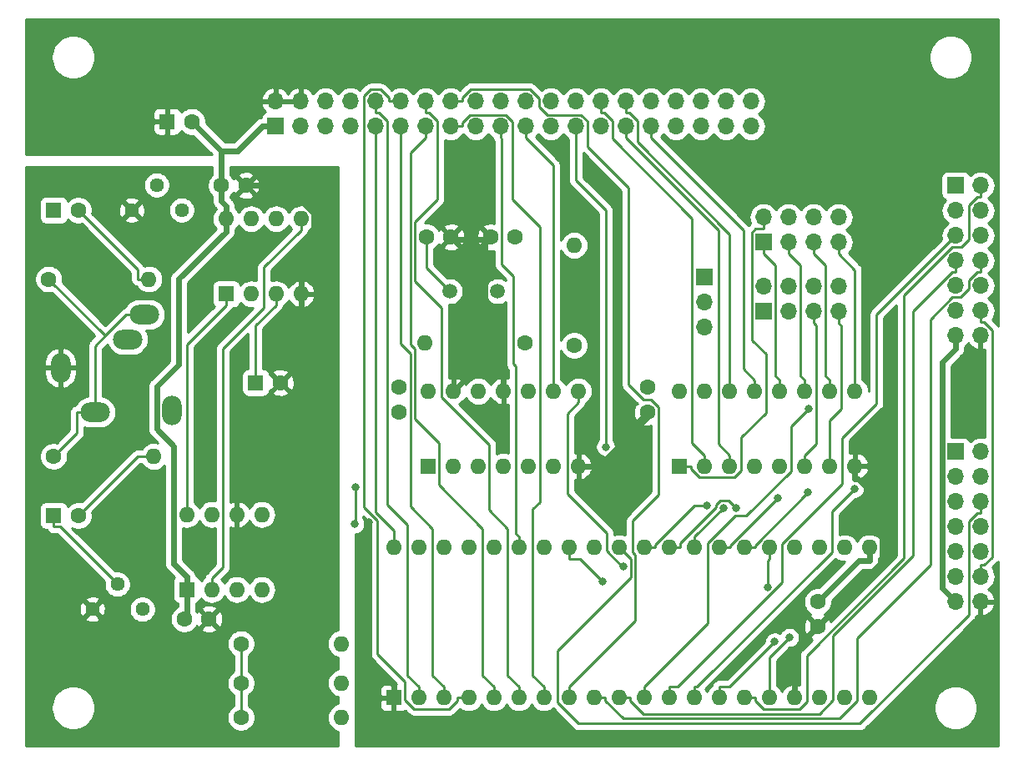
<source format=gbl>
G04 #@! TF.GenerationSoftware,KiCad,Pcbnew,(5.1.4-0-10_14)*
G04 #@! TF.CreationDate,2021-03-20T18:03:42+09:00*
G04 #@! TF.ProjectId,KZ80-YM2203,4b5a3830-2d59-44d3-9232-30332e6b6963,rev?*
G04 #@! TF.SameCoordinates,Original*
G04 #@! TF.FileFunction,Copper,L2,Bot*
G04 #@! TF.FilePolarity,Positive*
%FSLAX46Y46*%
G04 Gerber Fmt 4.6, Leading zero omitted, Abs format (unit mm)*
G04 Created by KiCad (PCBNEW (5.1.4-0-10_14)) date 2021-03-20 18:03:42*
%MOMM*%
%LPD*%
G04 APERTURE LIST*
%ADD10O,1.700000X1.700000*%
%ADD11R,1.700000X1.700000*%
%ADD12C,1.500000*%
%ADD13O,1.600000X1.600000*%
%ADD14R,1.600000X1.600000*%
%ADD15C,1.440000*%
%ADD16C,1.600000*%
%ADD17O,3.000000X2.000000*%
%ADD18O,2.000000X3.000000*%
%ADD19C,0.800000*%
%ADD20C,0.600000*%
%ADD21C,0.250000*%
%ADD22C,0.254000*%
G04 APERTURE END LIST*
D10*
X156020000Y-95850000D03*
X156020000Y-93310000D03*
D11*
X156020000Y-90770000D03*
D10*
X184040000Y-123740000D03*
X181500000Y-123740000D03*
X184040000Y-121200000D03*
X181500000Y-121200000D03*
X184040000Y-118660000D03*
X181500000Y-118660000D03*
X184040000Y-116120000D03*
X181500000Y-116120000D03*
X184040000Y-113580000D03*
X181500000Y-113580000D03*
X184040000Y-111040000D03*
X181500000Y-111040000D03*
X184040000Y-108500000D03*
D11*
X181500000Y-108500000D03*
D10*
X184040000Y-96740000D03*
X181500000Y-96740000D03*
X184040000Y-94200000D03*
X181500000Y-94200000D03*
X184040000Y-91660000D03*
X181500000Y-91660000D03*
X184040000Y-89120000D03*
X181500000Y-89120000D03*
X184040000Y-86580000D03*
X181500000Y-86580000D03*
X184040000Y-84040000D03*
X181500000Y-84040000D03*
X184040000Y-81500000D03*
D11*
X181500000Y-81500000D03*
D10*
X169640000Y-84730000D03*
X169640000Y-87270000D03*
X167100000Y-84730000D03*
X167100000Y-87270000D03*
X164560000Y-84730000D03*
X164560000Y-87270000D03*
X162020000Y-84730000D03*
D11*
X162020000Y-87270000D03*
D10*
X169640000Y-91730000D03*
X169640000Y-94270000D03*
X167100000Y-91730000D03*
X167100000Y-94270000D03*
X164560000Y-91730000D03*
X164560000Y-94270000D03*
X162020000Y-91730000D03*
D11*
X162020000Y-94270000D03*
D12*
X130180000Y-92230000D03*
X135060000Y-92230000D03*
D13*
X103500000Y-114880000D03*
X111120000Y-122500000D03*
X106040000Y-114880000D03*
X108580000Y-122500000D03*
X108580000Y-114880000D03*
X106040000Y-122500000D03*
X111120000Y-114880000D03*
D14*
X103500000Y-122500000D03*
D13*
X124500000Y-118260000D03*
X172760000Y-133500000D03*
X127040000Y-118260000D03*
X170220000Y-133500000D03*
X129580000Y-118260000D03*
X167680000Y-133500000D03*
X132120000Y-118260000D03*
X165140000Y-133500000D03*
X134660000Y-118260000D03*
X162600000Y-133500000D03*
X137200000Y-118260000D03*
X160060000Y-133500000D03*
X139740000Y-118260000D03*
X157520000Y-133500000D03*
X142280000Y-118260000D03*
X154980000Y-133500000D03*
X144820000Y-118260000D03*
X152440000Y-133500000D03*
X147360000Y-118260000D03*
X149900000Y-133500000D03*
X149900000Y-118260000D03*
X147360000Y-133500000D03*
X152440000Y-118260000D03*
X144820000Y-133500000D03*
X154980000Y-118260000D03*
X142280000Y-133500000D03*
X157520000Y-118260000D03*
X139740000Y-133500000D03*
X160060000Y-118260000D03*
X137200000Y-133500000D03*
X162600000Y-118260000D03*
X134660000Y-133500000D03*
X165140000Y-118260000D03*
X132120000Y-133500000D03*
X167680000Y-118260000D03*
X129580000Y-133500000D03*
X170220000Y-118260000D03*
X127040000Y-133500000D03*
X172760000Y-118260000D03*
D14*
X124500000Y-133500000D03*
D13*
X128000000Y-102380000D03*
X143240000Y-110000000D03*
X130540000Y-102380000D03*
X140700000Y-110000000D03*
X133080000Y-102380000D03*
X138160000Y-110000000D03*
X135620000Y-102380000D03*
X135620000Y-110000000D03*
X138160000Y-102380000D03*
X133080000Y-110000000D03*
X140700000Y-102380000D03*
X130540000Y-110000000D03*
X143240000Y-102380000D03*
D14*
X128000000Y-110000000D03*
D13*
X153500000Y-102380000D03*
X171280000Y-110000000D03*
X156040000Y-102380000D03*
X168740000Y-110000000D03*
X158580000Y-102380000D03*
X166200000Y-110000000D03*
X161120000Y-102380000D03*
X163660000Y-110000000D03*
X163660000Y-102380000D03*
X161120000Y-110000000D03*
X166200000Y-102380000D03*
X158580000Y-110000000D03*
X168740000Y-102380000D03*
X156040000Y-110000000D03*
X171280000Y-102380000D03*
D14*
X153500000Y-110000000D03*
D13*
X107500000Y-84880000D03*
X115120000Y-92500000D03*
X110040000Y-84880000D03*
X112580000Y-92500000D03*
X112580000Y-84880000D03*
X110040000Y-92500000D03*
X115120000Y-84880000D03*
D14*
X107500000Y-92500000D03*
D15*
X103000000Y-84000000D03*
X100460000Y-81460000D03*
X97920000Y-84000000D03*
X99000000Y-124500000D03*
X96460000Y-121960000D03*
X93920000Y-124500000D03*
D13*
X99660000Y-91000000D03*
D16*
X89500000Y-91000000D03*
D13*
X100160000Y-109000000D03*
D16*
X90000000Y-109000000D03*
D13*
X119160000Y-135500000D03*
D16*
X109000000Y-135500000D03*
D13*
X119160000Y-132000000D03*
D16*
X109000000Y-132000000D03*
D13*
X119160000Y-128000000D03*
D16*
X109000000Y-128000000D03*
D13*
X127650000Y-97480000D03*
D16*
X137810000Y-97480000D03*
D13*
X142810000Y-87570000D03*
D16*
X142810000Y-97730000D03*
D17*
X94200000Y-104500000D03*
D18*
X102000000Y-104300000D03*
D17*
X97500000Y-97100000D03*
X99200000Y-94600000D03*
D18*
X90700000Y-100000000D03*
D10*
X160760000Y-72960000D03*
X160760000Y-75500000D03*
X158220000Y-72960000D03*
X158220000Y-75500000D03*
X155680000Y-72960000D03*
X155680000Y-75500000D03*
X153140000Y-72960000D03*
X153140000Y-75500000D03*
X150600000Y-72960000D03*
X150600000Y-75500000D03*
X148060000Y-72960000D03*
X148060000Y-75500000D03*
X145520000Y-72960000D03*
X145520000Y-75500000D03*
X142980000Y-72960000D03*
X142980000Y-75500000D03*
X140440000Y-72960000D03*
X140440000Y-75500000D03*
X137900000Y-72960000D03*
X137900000Y-75500000D03*
X135360000Y-72960000D03*
X135360000Y-75500000D03*
X132820000Y-72960000D03*
X132820000Y-75500000D03*
X130280000Y-72960000D03*
X130280000Y-75500000D03*
X127740000Y-72960000D03*
X127740000Y-75500000D03*
X125200000Y-72960000D03*
X125200000Y-75500000D03*
X122660000Y-72960000D03*
X122660000Y-75500000D03*
X120120000Y-72960000D03*
X120120000Y-75500000D03*
X117580000Y-72960000D03*
X117580000Y-75500000D03*
X115040000Y-72960000D03*
X115040000Y-75500000D03*
X112500000Y-72960000D03*
D11*
X112500000Y-75500000D03*
D16*
X104000000Y-75000000D03*
D14*
X101500000Y-75000000D03*
D16*
X92500000Y-84000000D03*
D14*
X90000000Y-84000000D03*
D16*
X113000000Y-101500000D03*
D14*
X110500000Y-101500000D03*
D16*
X92500000Y-115000000D03*
D14*
X90000000Y-115000000D03*
D16*
X103250000Y-125500000D03*
X105750000Y-125500000D03*
X167500000Y-123750000D03*
X167500000Y-126250000D03*
X130310000Y-86730000D03*
X127810000Y-86730000D03*
X134310000Y-86730000D03*
X136810000Y-86730000D03*
X125000000Y-102000000D03*
X125000000Y-104500000D03*
X150250000Y-102000000D03*
X150250000Y-104500000D03*
X107000000Y-81500000D03*
X109500000Y-81500000D03*
D19*
X105000000Y-103000000D03*
X104800000Y-92000000D03*
X104911250Y-118711250D03*
X122000000Y-115698700D03*
X133200000Y-137000000D03*
X175800000Y-136600000D03*
X183800000Y-128600000D03*
X182800000Y-104000000D03*
X146002500Y-108021500D03*
X120550000Y-115850000D03*
X120610982Y-112160982D03*
X162417600Y-122242100D03*
X166604900Y-104134800D03*
X171274100Y-112250400D03*
X163148700Y-127821100D03*
X164638500Y-127376500D03*
X145721200Y-121701200D03*
X156306800Y-114023700D03*
X159233200Y-114224100D03*
X157932400Y-114224100D03*
X163474400Y-113181900D03*
X166537100Y-112671800D03*
X147771900Y-120133900D03*
D20*
X181500000Y-96740000D02*
X181500000Y-98090300D01*
X181500000Y-123740000D02*
X180149600Y-122389600D01*
X180149600Y-122389600D02*
X180149600Y-99440700D01*
X180149600Y-99440700D02*
X181500000Y-98090300D01*
X107500000Y-84880000D02*
X107500000Y-83579700D01*
X107000000Y-81500000D02*
X107000000Y-83079700D01*
X107000000Y-83079700D02*
X107500000Y-83579700D01*
X107000000Y-78000000D02*
X107000000Y-81500000D01*
X107000000Y-78000000D02*
X104000000Y-75000000D01*
X107000000Y-78000000D02*
X108649700Y-78000000D01*
X108649700Y-78000000D02*
X111149700Y-75500000D01*
X112500000Y-75500000D02*
X111149700Y-75500000D01*
X172760000Y-119560300D02*
X171689700Y-119560300D01*
X171689700Y-119560300D02*
X167500000Y-123750000D01*
X103500000Y-122500000D02*
X103500000Y-121199700D01*
X107500000Y-84880000D02*
X107500000Y-86180300D01*
X107500000Y-86180300D02*
X102699800Y-90980500D01*
X102699800Y-90980500D02*
X102699800Y-99685800D01*
X102699800Y-99685800D02*
X100484100Y-101901500D01*
X100484100Y-101901500D02*
X100484100Y-106226600D01*
X100484100Y-106226600D02*
X102199700Y-107942200D01*
X102199700Y-107942200D02*
X102199700Y-119899400D01*
X102199700Y-119899400D02*
X103500000Y-121199700D01*
X103250000Y-125500000D02*
X103500000Y-125250000D01*
X103500000Y-125250000D02*
X103500000Y-122500000D01*
X172760000Y-118260000D02*
X172760000Y-119560300D01*
X115120000Y-92500000D02*
X115120000Y-91199700D01*
X109500000Y-81500000D02*
X113584800Y-81500000D01*
X113584800Y-81500000D02*
X116420300Y-84335500D01*
X116420300Y-84335500D02*
X116420300Y-89899400D01*
X116420300Y-89899400D02*
X115120000Y-91199700D01*
X115120000Y-92500000D02*
X115120000Y-99380000D01*
X115120000Y-99380000D02*
X113000000Y-101500000D01*
X124500000Y-132199700D02*
X122000000Y-129699700D01*
X122000000Y-129699700D02*
X122000000Y-115698700D01*
X144540300Y-110000000D02*
X145297300Y-110000000D01*
X145297300Y-110000000D02*
X150250000Y-105047300D01*
X150250000Y-105047300D02*
X150250000Y-104500000D01*
X167500000Y-126250000D02*
X174063300Y-119686700D01*
X174063300Y-119686700D02*
X174063300Y-113766300D01*
X174063300Y-113766300D02*
X171597300Y-111300300D01*
X171597300Y-111300300D02*
X171280000Y-111300300D01*
X133779900Y-86995000D02*
X130575000Y-86995000D01*
X130575000Y-86995000D02*
X130310000Y-86730000D01*
X134310000Y-86730000D02*
X134045000Y-86995000D01*
X134045000Y-86995000D02*
X133779900Y-86995000D01*
X133779900Y-86995000D02*
X133779900Y-99497700D01*
X171280000Y-110000000D02*
X171280000Y-111300300D01*
X165140000Y-132199700D02*
X165140000Y-128610000D01*
X165140000Y-128610000D02*
X167500000Y-126250000D01*
X133779900Y-99497700D02*
X134038000Y-99497700D01*
X134038000Y-99497700D02*
X135620000Y-101079700D01*
X130540000Y-102380000D02*
X133422300Y-99497700D01*
X133422300Y-99497700D02*
X133779900Y-99497700D01*
X124500000Y-133500000D02*
X124500000Y-132199700D01*
X165140000Y-133500000D02*
X165140000Y-132199700D01*
X135620000Y-102380000D02*
X135620000Y-101079700D01*
X143240000Y-110000000D02*
X144540300Y-110000000D01*
D21*
X130180000Y-92230000D02*
X127810000Y-89860000D01*
X127810000Y-89860000D02*
X127810000Y-86730000D01*
X92500000Y-115000000D02*
X98500000Y-109000000D01*
X98500000Y-109000000D02*
X100160000Y-109000000D01*
X90000000Y-115000000D02*
X90000000Y-116125300D01*
X90000000Y-116125300D02*
X90625300Y-116125300D01*
X90625300Y-116125300D02*
X96460000Y-121960000D01*
X110500000Y-101500000D02*
X110500000Y-95705300D01*
X110500000Y-95705300D02*
X112580000Y-93625300D01*
X112580000Y-92500000D02*
X112580000Y-93625300D01*
X99660000Y-91000000D02*
X98534700Y-91000000D01*
X92500000Y-84000000D02*
X98534700Y-90034700D01*
X98534700Y-90034700D02*
X98534700Y-91000000D01*
X161120000Y-102380000D02*
X161120000Y-101254700D01*
X150600000Y-75500000D02*
X150600000Y-76675300D01*
X150600000Y-76675300D02*
X159994700Y-86070000D01*
X159994700Y-86070000D02*
X159994700Y-100129400D01*
X159994700Y-100129400D02*
X161120000Y-101254700D01*
X148060000Y-74135300D02*
X148427400Y-74135300D01*
X148427400Y-74135300D02*
X149235300Y-74943200D01*
X149235300Y-74943200D02*
X149235300Y-77107800D01*
X149235300Y-77107800D02*
X158580000Y-86452500D01*
X158580000Y-86452500D02*
X158580000Y-102380000D01*
X148060000Y-72960000D02*
X148060000Y-74135300D01*
X158580000Y-110000000D02*
X158580000Y-108874700D01*
X148060000Y-75500000D02*
X148060000Y-76675300D01*
X148060000Y-76675300D02*
X157454700Y-86070000D01*
X157454700Y-86070000D02*
X157454700Y-107749400D01*
X157454700Y-107749400D02*
X158580000Y-108874700D01*
X145520000Y-74135300D02*
X145887400Y-74135300D01*
X145887400Y-74135300D02*
X146695300Y-74943200D01*
X146695300Y-74943200D02*
X146695300Y-76760100D01*
X146695300Y-76760100D02*
X154770000Y-84834800D01*
X154770000Y-84834800D02*
X154770000Y-107604700D01*
X154770000Y-107604700D02*
X156040000Y-108874700D01*
X156040000Y-110000000D02*
X156040000Y-108874700D01*
X145520000Y-72960000D02*
X145520000Y-74135300D01*
X142980000Y-75500000D02*
X142980000Y-80988200D01*
X142980000Y-80988200D02*
X146002500Y-84010700D01*
X146002500Y-84010700D02*
X146002500Y-108021500D01*
X137900000Y-75500000D02*
X137900000Y-76675300D01*
X137900000Y-76675300D02*
X140700000Y-79475300D01*
X140700000Y-79475300D02*
X140700000Y-102380000D01*
X137200000Y-118260000D02*
X137200000Y-117134700D01*
X135360000Y-75500000D02*
X135360000Y-76675300D01*
X135360000Y-76675300D02*
X135435400Y-76750700D01*
X135435400Y-76750700D02*
X135435400Y-89511100D01*
X135435400Y-89511100D02*
X136617500Y-90693200D01*
X136617500Y-90693200D02*
X136617500Y-99607100D01*
X136617500Y-99607100D02*
X136890000Y-99879600D01*
X136890000Y-99879600D02*
X136890000Y-116824700D01*
X136890000Y-116824700D02*
X137200000Y-117134700D01*
X120610982Y-115789018D02*
X120550000Y-115850000D01*
X120610982Y-112160982D02*
X120610982Y-115789018D01*
X142280000Y-132374700D02*
X149002400Y-125652300D01*
X149002400Y-125652300D02*
X149002400Y-118960100D01*
X149002400Y-118960100D02*
X148756300Y-118714000D01*
X148756300Y-118714000D02*
X148756300Y-115535700D01*
X148756300Y-115535700D02*
X151389900Y-112902100D01*
X151389900Y-112902100D02*
X151389900Y-104026800D01*
X151389900Y-104026800D02*
X150613100Y-103250000D01*
X150613100Y-103250000D02*
X149850900Y-103250000D01*
X149850900Y-103250000D02*
X148345300Y-101744400D01*
X148345300Y-101744400D02*
X148345300Y-81722300D01*
X148345300Y-81722300D02*
X144169000Y-77546000D01*
X144169000Y-77546000D02*
X144169000Y-74988000D01*
X144169000Y-74988000D02*
X143505600Y-74324600D01*
X143505600Y-74324600D02*
X140103600Y-74324600D01*
X140103600Y-74324600D02*
X139264600Y-73485600D01*
X139264600Y-73485600D02*
X139264600Y-72662100D01*
X139264600Y-72662100D02*
X138361200Y-71758700D01*
X138361200Y-71758700D02*
X132289300Y-71758700D01*
X132289300Y-71758700D02*
X131455300Y-72592700D01*
X131455300Y-72592700D02*
X131455300Y-72960000D01*
X142280000Y-133500000D02*
X142280000Y-132374700D01*
X130280000Y-72960000D02*
X131455300Y-72960000D01*
X139740000Y-133500000D02*
X139740000Y-132374700D01*
X130280000Y-75500000D02*
X131455300Y-75500000D01*
X131455300Y-75500000D02*
X131455300Y-75132700D01*
X131455300Y-75132700D02*
X132263400Y-74324600D01*
X132263400Y-74324600D02*
X135849400Y-74324600D01*
X135849400Y-74324600D02*
X136535400Y-75010600D01*
X136535400Y-75010600D02*
X136535400Y-82911200D01*
X136535400Y-82911200D02*
X139309000Y-85684800D01*
X139309000Y-85684800D02*
X139309000Y-113660800D01*
X139309000Y-113660800D02*
X138614700Y-114355100D01*
X138614700Y-114355100D02*
X138614700Y-131249400D01*
X138614700Y-131249400D02*
X139740000Y-132374700D01*
X137200000Y-133500000D02*
X137200000Y-132374700D01*
X127740000Y-72960000D02*
X127740000Y-74135300D01*
X127740000Y-74135300D02*
X128107300Y-74135300D01*
X128107300Y-74135300D02*
X128935000Y-74963000D01*
X128935000Y-74963000D02*
X128935000Y-82910100D01*
X128935000Y-82910100D02*
X126667400Y-85177700D01*
X126667400Y-85177700D02*
X126667400Y-91197400D01*
X126667400Y-91197400D02*
X129375600Y-93905600D01*
X129375600Y-93905600D02*
X129375600Y-102966100D01*
X129375600Y-102966100D02*
X134205400Y-107795900D01*
X134205400Y-107795900D02*
X134205400Y-114447700D01*
X134205400Y-114447700D02*
X136074700Y-116317000D01*
X136074700Y-116317000D02*
X136074700Y-131249400D01*
X136074700Y-131249400D02*
X137200000Y-132374700D01*
X127740000Y-76675300D02*
X126204900Y-78210400D01*
X126204900Y-78210400D02*
X126204900Y-97626500D01*
X126204900Y-97626500D02*
X126674600Y-98096200D01*
X126674600Y-98096200D02*
X126674600Y-105180200D01*
X126674600Y-105180200D02*
X129125400Y-107631000D01*
X129125400Y-107631000D02*
X129125400Y-111907700D01*
X129125400Y-111907700D02*
X133534700Y-116317000D01*
X133534700Y-116317000D02*
X133534700Y-131249400D01*
X133534700Y-131249400D02*
X134660000Y-132374700D01*
X134660000Y-133500000D02*
X134660000Y-132374700D01*
X127740000Y-75500000D02*
X127740000Y-76675300D01*
X132120000Y-133500000D02*
X130994700Y-133500000D01*
X125200000Y-72960000D02*
X124024700Y-72960000D01*
X124024700Y-72960000D02*
X124024700Y-72592700D01*
X124024700Y-72592700D02*
X123200700Y-71768700D01*
X123200700Y-71768700D02*
X122142400Y-71768700D01*
X122142400Y-71768700D02*
X121484000Y-72427100D01*
X121484000Y-72427100D02*
X121484000Y-114118700D01*
X121484000Y-114118700D02*
X122840700Y-115475400D01*
X122840700Y-115475400D02*
X122840700Y-129041800D01*
X122840700Y-129041800D02*
X125625400Y-131826500D01*
X125625400Y-131826500D02*
X125625400Y-133685100D01*
X125625400Y-133685100D02*
X126565600Y-134625300D01*
X126565600Y-134625300D02*
X130150800Y-134625300D01*
X130150800Y-134625300D02*
X130994700Y-133781400D01*
X130994700Y-133781400D02*
X130994700Y-133500000D01*
X125200000Y-75500000D02*
X125200000Y-97527700D01*
X125200000Y-97527700D02*
X126224200Y-98551900D01*
X126224200Y-98551900D02*
X126224200Y-114086500D01*
X126224200Y-114086500D02*
X128454700Y-116317000D01*
X128454700Y-116317000D02*
X128454700Y-131249400D01*
X128454700Y-131249400D02*
X129580000Y-132374700D01*
X129580000Y-133500000D02*
X129580000Y-132374700D01*
X127040000Y-133500000D02*
X127040000Y-132374700D01*
X122660000Y-72960000D02*
X122660000Y-74135300D01*
X122660000Y-74135300D02*
X123027400Y-74135300D01*
X123027400Y-74135300D02*
X123835300Y-74943200D01*
X123835300Y-74943200D02*
X123835300Y-113861100D01*
X123835300Y-113861100D02*
X125914700Y-115940500D01*
X125914700Y-115940500D02*
X125914700Y-131249400D01*
X125914700Y-131249400D02*
X127040000Y-132374700D01*
X124500000Y-117134700D02*
X124500000Y-116497800D01*
X124500000Y-116497800D02*
X122660000Y-114657800D01*
X122660000Y-114657800D02*
X122660000Y-75500000D01*
X124500000Y-118260000D02*
X124500000Y-117134700D01*
X167100000Y-94270000D02*
X167100000Y-95445300D01*
X166200000Y-110000000D02*
X166200000Y-108874700D01*
X166200000Y-108874700D02*
X167373500Y-107701200D01*
X167373500Y-107701200D02*
X167373500Y-95718800D01*
X167373500Y-95718800D02*
X167100000Y-95445300D01*
X167100000Y-87270000D02*
X167100000Y-88445300D01*
X168740000Y-102380000D02*
X168740000Y-101254700D01*
X168740000Y-101254700D02*
X168275300Y-100790000D01*
X168275300Y-100790000D02*
X168275300Y-89620600D01*
X168275300Y-89620600D02*
X167100000Y-88445300D01*
X164560000Y-87270000D02*
X164560000Y-88445300D01*
X166200000Y-102380000D02*
X166200000Y-101254700D01*
X166200000Y-101254700D02*
X165735300Y-100790000D01*
X165735300Y-100790000D02*
X165735300Y-89620600D01*
X165735300Y-89620600D02*
X164560000Y-88445300D01*
X162020000Y-84730000D02*
X162020000Y-85905300D01*
X153500000Y-110000000D02*
X154625300Y-110000000D01*
X154625300Y-110000000D02*
X154625300Y-110281300D01*
X154625300Y-110281300D02*
X155474900Y-111130900D01*
X155474900Y-111130900D02*
X159069500Y-111130900D01*
X159069500Y-111130900D02*
X159776100Y-110424300D01*
X159776100Y-110424300D02*
X159776100Y-107053400D01*
X159776100Y-107053400D02*
X162260000Y-104569500D01*
X162260000Y-104569500D02*
X162260000Y-98599300D01*
X162260000Y-98599300D02*
X160844700Y-97184000D01*
X160844700Y-97184000D02*
X160844700Y-86272500D01*
X160844700Y-86272500D02*
X161211900Y-85905300D01*
X161211900Y-85905300D02*
X162020000Y-85905300D01*
X162020000Y-87270000D02*
X162020000Y-88445300D01*
X163660000Y-102380000D02*
X163660000Y-101254700D01*
X163660000Y-101254700D02*
X163195300Y-100790000D01*
X163195300Y-100790000D02*
X163195300Y-89620600D01*
X163195300Y-89620600D02*
X162020000Y-88445300D01*
X94200000Y-104500000D02*
X92374700Y-104500000D01*
X92374700Y-104500000D02*
X92374700Y-106625300D01*
X92374700Y-106625300D02*
X90000000Y-109000000D01*
X95237400Y-96737300D02*
X94200000Y-97774700D01*
X94200000Y-97774700D02*
X94200000Y-104500000D01*
X97374700Y-94600000D02*
X95237400Y-96737300D01*
X95237400Y-96737300D02*
X89500000Y-91000000D01*
X99200000Y-94600000D02*
X97374700Y-94600000D01*
X162600000Y-118260000D02*
X162600000Y-119385300D01*
X162600000Y-119385300D02*
X162417600Y-119567700D01*
X162417600Y-119567700D02*
X162417600Y-122242100D01*
X184040000Y-121200000D02*
X184040000Y-120024700D01*
X184040000Y-94200000D02*
X184040000Y-95375300D01*
X184040000Y-95375300D02*
X184407300Y-95375300D01*
X184407300Y-95375300D02*
X185215300Y-96183300D01*
X185215300Y-96183300D02*
X185215300Y-119216800D01*
X185215300Y-119216800D02*
X184407400Y-120024700D01*
X184407400Y-120024700D02*
X184040000Y-120024700D01*
X184040000Y-89120000D02*
X184040000Y-90295300D01*
X144820000Y-133500000D02*
X145945300Y-133500000D01*
X145945300Y-133500000D02*
X145945300Y-133781300D01*
X145945300Y-133781300D02*
X147763900Y-135599900D01*
X147763900Y-135599900D02*
X169712300Y-135599900D01*
X169712300Y-135599900D02*
X171490000Y-133822200D01*
X171490000Y-133822200D02*
X171490000Y-127455200D01*
X171490000Y-127455200D02*
X178947500Y-119997700D01*
X178947500Y-119997700D02*
X178947500Y-95077000D01*
X178947500Y-95077000D02*
X181189100Y-92835400D01*
X181189100Y-92835400D02*
X182025600Y-92835400D01*
X182025600Y-92835400D02*
X182864700Y-91996300D01*
X182864700Y-91996300D02*
X182864700Y-91103200D01*
X182864700Y-91103200D02*
X183672600Y-90295300D01*
X183672600Y-90295300D02*
X184040000Y-90295300D01*
X148485300Y-133500000D02*
X148485300Y-133781300D01*
X148485300Y-133781300D02*
X149828300Y-135124300D01*
X149828300Y-135124300D02*
X167682100Y-135124300D01*
X167682100Y-135124300D02*
X169075700Y-133730700D01*
X169075700Y-133730700D02*
X169075700Y-127191000D01*
X169075700Y-127191000D02*
X177176400Y-119090300D01*
X177176400Y-119090300D02*
X177176400Y-94251600D01*
X177176400Y-94251600D02*
X181132700Y-90295300D01*
X181132700Y-90295300D02*
X181500000Y-90295300D01*
X181500000Y-89120000D02*
X181500000Y-90295300D01*
X147360000Y-133500000D02*
X148485300Y-133500000D01*
X149900000Y-132374700D02*
X156355700Y-125919000D01*
X156355700Y-125919000D02*
X156355700Y-117825400D01*
X156355700Y-117825400D02*
X159149600Y-115031500D01*
X159149600Y-115031500D02*
X160242500Y-115031500D01*
X160242500Y-115031500D02*
X164785400Y-110488600D01*
X164785400Y-110488600D02*
X164785400Y-105954300D01*
X164785400Y-105954300D02*
X166604900Y-104134800D01*
X149900000Y-133500000D02*
X149900000Y-132374700D01*
X152440000Y-132374700D02*
X153310800Y-132374700D01*
X153310800Y-132374700D02*
X163870000Y-121815500D01*
X163870000Y-121815500D02*
X163870000Y-117887700D01*
X163870000Y-117887700D02*
X170010000Y-111747700D01*
X170010000Y-111747700D02*
X170010000Y-107097400D01*
X170010000Y-107097400D02*
X173481100Y-103626300D01*
X173481100Y-103626300D02*
X173481100Y-94598900D01*
X173481100Y-94598900D02*
X181500000Y-86580000D01*
X152440000Y-133500000D02*
X152440000Y-132374700D01*
X154980000Y-133500000D02*
X154980000Y-132374700D01*
X154980000Y-132374700D02*
X155261300Y-132374700D01*
X155261300Y-132374700D02*
X168950000Y-118686000D01*
X168950000Y-118686000D02*
X168950000Y-114574500D01*
X168950000Y-114574500D02*
X171274100Y-112250400D01*
X157520000Y-132374700D02*
X158595100Y-132374700D01*
X158595100Y-132374700D02*
X163148700Y-127821100D01*
X157520000Y-133500000D02*
X157520000Y-132374700D01*
X161185300Y-133500000D02*
X161185300Y-133781300D01*
X161185300Y-133781300D02*
X162041800Y-134637800D01*
X162041800Y-134637800D02*
X165634400Y-134637800D01*
X165634400Y-134637800D02*
X166410000Y-133862200D01*
X166410000Y-133862200D02*
X166410000Y-129208800D01*
X166410000Y-129208800D02*
X176275800Y-119343000D01*
X176275800Y-119343000D02*
X176275800Y-92668700D01*
X176275800Y-92668700D02*
X181189100Y-87755400D01*
X181189100Y-87755400D02*
X182078400Y-87755400D01*
X182078400Y-87755400D02*
X182864700Y-86969100D01*
X182864700Y-86969100D02*
X182864700Y-83483200D01*
X182864700Y-83483200D02*
X183672600Y-82675300D01*
X183672600Y-82675300D02*
X184040000Y-82675300D01*
X184040000Y-81500000D02*
X184040000Y-82675300D01*
X160060000Y-133500000D02*
X161185300Y-133500000D01*
X162600000Y-133500000D02*
X162600000Y-129415000D01*
X162600000Y-129415000D02*
X164638500Y-127376500D01*
X142280000Y-118260000D02*
X142280000Y-119385300D01*
X142280000Y-119385300D02*
X143405300Y-119385300D01*
X143405300Y-119385300D02*
X145721200Y-121701200D01*
X184040000Y-114755300D02*
X183672600Y-114755300D01*
X183672600Y-114755300D02*
X182864700Y-115563200D01*
X182864700Y-115563200D02*
X182864700Y-125045900D01*
X182864700Y-125045900D02*
X171801800Y-136108800D01*
X171801800Y-136108800D02*
X143243700Y-136108800D01*
X143243700Y-136108800D02*
X141122600Y-133987700D01*
X141122600Y-133987700D02*
X141122600Y-128699600D01*
X141122600Y-128699600D02*
X148529200Y-121293000D01*
X148529200Y-121293000D02*
X148529200Y-119429200D01*
X148529200Y-119429200D02*
X147360000Y-118260000D01*
X184040000Y-113580000D02*
X184040000Y-114755300D01*
X151025300Y-118260000D02*
X151025300Y-117978700D01*
X151025300Y-117978700D02*
X154980300Y-114023700D01*
X154980300Y-114023700D02*
X156306800Y-114023700D01*
X149900000Y-118260000D02*
X151025300Y-118260000D01*
X159233200Y-114224100D02*
X158507900Y-113498800D01*
X158507900Y-113498800D02*
X157632000Y-113498800D01*
X157632000Y-113498800D02*
X157207100Y-113923700D01*
X157207100Y-113923700D02*
X157207100Y-114171900D01*
X157207100Y-114171900D02*
X153565300Y-117813700D01*
X153565300Y-117813700D02*
X153565300Y-118260000D01*
X152440000Y-118260000D02*
X153565300Y-118260000D01*
X154980000Y-117134700D02*
X155021800Y-117134700D01*
X155021800Y-117134700D02*
X157932400Y-114224100D01*
X154980000Y-118260000D02*
X154980000Y-117134700D01*
X158645300Y-118260000D02*
X158645300Y-118011000D01*
X158645300Y-118011000D02*
X163474400Y-113181900D01*
X157520000Y-118260000D02*
X158645300Y-118260000D01*
X161185300Y-118260000D02*
X161185300Y-118023600D01*
X161185300Y-118023600D02*
X166537100Y-112671800D01*
X160060000Y-118260000D02*
X161185300Y-118260000D01*
X109000000Y-128000000D02*
X109000000Y-132000000D01*
X109000000Y-132000000D02*
X109000000Y-135500000D01*
X107500000Y-92500000D02*
X107500000Y-93625300D01*
X107500000Y-93625300D02*
X103500000Y-97625300D01*
X103500000Y-97625300D02*
X103500000Y-114880000D01*
X106040000Y-122500000D02*
X106040000Y-121374700D01*
X115120000Y-84880000D02*
X115120000Y-86005300D01*
X115120000Y-86005300D02*
X111315000Y-89810300D01*
X111315000Y-89810300D02*
X111315000Y-93897000D01*
X111315000Y-93897000D02*
X107165300Y-98046700D01*
X107165300Y-98046700D02*
X107165300Y-120249400D01*
X107165300Y-120249400D02*
X106040000Y-121374700D01*
X143240000Y-103505300D02*
X142114600Y-104630700D01*
X142114600Y-104630700D02*
X142114600Y-112786300D01*
X142114600Y-112786300D02*
X146090000Y-116761700D01*
X146090000Y-116761700D02*
X146090000Y-118585000D01*
X146090000Y-118585000D02*
X147638900Y-120133900D01*
X147638900Y-120133900D02*
X147771900Y-120133900D01*
X143240000Y-102380000D02*
X143240000Y-103505300D01*
X169640000Y-94270000D02*
X169640000Y-95445300D01*
X168740000Y-110000000D02*
X168740000Y-105388000D01*
X168740000Y-105388000D02*
X169936100Y-104191900D01*
X169936100Y-104191900D02*
X169936100Y-95741400D01*
X169936100Y-95741400D02*
X169640000Y-95445300D01*
X169640000Y-87270000D02*
X169640000Y-88445300D01*
X171280000Y-102380000D02*
X171280000Y-90085300D01*
X171280000Y-90085300D02*
X169640000Y-88445300D01*
D22*
G36*
X106065001Y-80405603D02*
G01*
X105885363Y-80585241D01*
X105728320Y-80820273D01*
X105620147Y-81081426D01*
X105565000Y-81358665D01*
X105565000Y-81641335D01*
X105620147Y-81918574D01*
X105728320Y-82179727D01*
X105885363Y-82414759D01*
X106065001Y-82594397D01*
X106065001Y-83033759D01*
X106060476Y-83079700D01*
X106078529Y-83262991D01*
X106119001Y-83396408D01*
X106131994Y-83439240D01*
X106218815Y-83601672D01*
X106335657Y-83744044D01*
X106371337Y-83773326D01*
X106470480Y-83872469D01*
X106301068Y-84078899D01*
X106167818Y-84328192D01*
X106085764Y-84598691D01*
X106058057Y-84880000D01*
X106085764Y-85161309D01*
X106167818Y-85431808D01*
X106301068Y-85681101D01*
X106470480Y-85887531D01*
X102071141Y-90286870D01*
X102035456Y-90316156D01*
X101918614Y-90458529D01*
X101831793Y-90620961D01*
X101782426Y-90783703D01*
X101778329Y-90797209D01*
X101760276Y-90980500D01*
X101764800Y-91026432D01*
X101764801Y-99298509D01*
X99855441Y-101207870D01*
X99819756Y-101237156D01*
X99702914Y-101379529D01*
X99616093Y-101541961D01*
X99574339Y-101679605D01*
X99562629Y-101718209D01*
X99544576Y-101901500D01*
X99549100Y-101947432D01*
X99549101Y-106180658D01*
X99544576Y-106226600D01*
X99562629Y-106409891D01*
X99616094Y-106586140D01*
X99702915Y-106748572D01*
X99819757Y-106890944D01*
X99855436Y-106920225D01*
X100555664Y-107620453D01*
X100441309Y-107585764D01*
X100230492Y-107565000D01*
X100089508Y-107565000D01*
X99878691Y-107585764D01*
X99608192Y-107667818D01*
X99358899Y-107801068D01*
X99140392Y-107980392D01*
X98961068Y-108198899D01*
X98939099Y-108240000D01*
X98537322Y-108240000D01*
X98499999Y-108236324D01*
X98462676Y-108240000D01*
X98462667Y-108240000D01*
X98351014Y-108250997D01*
X98207753Y-108294454D01*
X98075724Y-108365026D01*
X98075722Y-108365027D01*
X98075723Y-108365027D01*
X97988996Y-108436201D01*
X97988992Y-108436205D01*
X97959999Y-108459999D01*
X97936205Y-108488992D01*
X92823886Y-113601312D01*
X92641335Y-113565000D01*
X92358665Y-113565000D01*
X92081426Y-113620147D01*
X91820273Y-113728320D01*
X91585241Y-113885363D01*
X91418661Y-114051943D01*
X91389502Y-113955820D01*
X91330537Y-113845506D01*
X91251185Y-113748815D01*
X91154494Y-113669463D01*
X91044180Y-113610498D01*
X90924482Y-113574188D01*
X90800000Y-113561928D01*
X89200000Y-113561928D01*
X89075518Y-113574188D01*
X88955820Y-113610498D01*
X88845506Y-113669463D01*
X88748815Y-113748815D01*
X88669463Y-113845506D01*
X88610498Y-113955820D01*
X88574188Y-114075518D01*
X88561928Y-114200000D01*
X88561928Y-115800000D01*
X88574188Y-115924482D01*
X88610498Y-116044180D01*
X88669463Y-116154494D01*
X88748815Y-116251185D01*
X88845506Y-116330537D01*
X88955820Y-116389502D01*
X89075518Y-116425812D01*
X89200000Y-116438072D01*
X89305425Y-116438072D01*
X89365026Y-116549576D01*
X89459999Y-116665301D01*
X89575724Y-116760274D01*
X89707753Y-116830846D01*
X89851014Y-116874303D01*
X89962667Y-116885300D01*
X90000000Y-116888977D01*
X90037333Y-116885300D01*
X90310499Y-116885300D01*
X95129346Y-121704148D01*
X95105000Y-121826544D01*
X95105000Y-122093456D01*
X95157072Y-122355239D01*
X95259215Y-122601833D01*
X95407503Y-122823762D01*
X95596238Y-123012497D01*
X95818167Y-123160785D01*
X96064761Y-123262928D01*
X96326544Y-123315000D01*
X96593456Y-123315000D01*
X96855239Y-123262928D01*
X97101833Y-123160785D01*
X97323762Y-123012497D01*
X97512497Y-122823762D01*
X97660785Y-122601833D01*
X97762928Y-122355239D01*
X97815000Y-122093456D01*
X97815000Y-121826544D01*
X97762928Y-121564761D01*
X97660785Y-121318167D01*
X97512497Y-121096238D01*
X97323762Y-120907503D01*
X97101833Y-120759215D01*
X96855239Y-120657072D01*
X96593456Y-120605000D01*
X96326544Y-120605000D01*
X96204148Y-120629346D01*
X91865013Y-116290212D01*
X92081426Y-116379853D01*
X92358665Y-116435000D01*
X92641335Y-116435000D01*
X92918574Y-116379853D01*
X93179727Y-116271680D01*
X93414759Y-116114637D01*
X93614637Y-115914759D01*
X93771680Y-115679727D01*
X93879853Y-115418574D01*
X93935000Y-115141335D01*
X93935000Y-114858665D01*
X93898688Y-114676114D01*
X98814803Y-109760000D01*
X98939099Y-109760000D01*
X98961068Y-109801101D01*
X99140392Y-110019608D01*
X99358899Y-110198932D01*
X99608192Y-110332182D01*
X99878691Y-110414236D01*
X100089508Y-110435000D01*
X100230492Y-110435000D01*
X100441309Y-110414236D01*
X100711808Y-110332182D01*
X100961101Y-110198932D01*
X101179608Y-110019608D01*
X101264700Y-109915923D01*
X101264701Y-119853458D01*
X101260176Y-119899400D01*
X101278229Y-120082691D01*
X101328800Y-120249400D01*
X101331694Y-120258940D01*
X101418515Y-120421372D01*
X101535357Y-120563744D01*
X101571036Y-120593025D01*
X102238903Y-121260892D01*
X102169463Y-121345506D01*
X102110498Y-121455820D01*
X102074188Y-121575518D01*
X102061928Y-121700000D01*
X102061928Y-123300000D01*
X102074188Y-123424482D01*
X102110498Y-123544180D01*
X102169463Y-123654494D01*
X102248815Y-123751185D01*
X102345506Y-123830537D01*
X102455820Y-123889502D01*
X102565000Y-123922622D01*
X102565000Y-124231843D01*
X102335241Y-124385363D01*
X102135363Y-124585241D01*
X101978320Y-124820273D01*
X101870147Y-125081426D01*
X101815000Y-125358665D01*
X101815000Y-125641335D01*
X101870147Y-125918574D01*
X101978320Y-126179727D01*
X102135363Y-126414759D01*
X102335241Y-126614637D01*
X102570273Y-126771680D01*
X102831426Y-126879853D01*
X103108665Y-126935000D01*
X103391335Y-126935000D01*
X103668574Y-126879853D01*
X103929727Y-126771680D01*
X104164759Y-126614637D01*
X104286694Y-126492702D01*
X104936903Y-126492702D01*
X105008486Y-126736671D01*
X105263996Y-126857571D01*
X105538184Y-126926300D01*
X105820512Y-126940217D01*
X106100130Y-126898787D01*
X106366292Y-126803603D01*
X106491514Y-126736671D01*
X106563097Y-126492702D01*
X105750000Y-125679605D01*
X104936903Y-126492702D01*
X104286694Y-126492702D01*
X104364637Y-126414759D01*
X104498692Y-126214131D01*
X104513329Y-126241514D01*
X104757298Y-126313097D01*
X105570395Y-125500000D01*
X105929605Y-125500000D01*
X106742702Y-126313097D01*
X106986671Y-126241514D01*
X107107571Y-125986004D01*
X107176300Y-125711816D01*
X107190217Y-125429488D01*
X107148787Y-125149870D01*
X107053603Y-124883708D01*
X106986671Y-124758486D01*
X106742702Y-124686903D01*
X105929605Y-125500000D01*
X105570395Y-125500000D01*
X104757298Y-124686903D01*
X104513329Y-124758486D01*
X104499676Y-124787341D01*
X104435000Y-124690547D01*
X104435000Y-124507298D01*
X104936903Y-124507298D01*
X105750000Y-125320395D01*
X106563097Y-124507298D01*
X106491514Y-124263329D01*
X106236004Y-124142429D01*
X105961816Y-124073700D01*
X105679488Y-124059783D01*
X105399870Y-124101213D01*
X105133708Y-124196397D01*
X105008486Y-124263329D01*
X104936903Y-124507298D01*
X104435000Y-124507298D01*
X104435000Y-123922621D01*
X104544180Y-123889502D01*
X104654494Y-123830537D01*
X104751185Y-123751185D01*
X104830537Y-123654494D01*
X104889502Y-123544180D01*
X104925812Y-123424482D01*
X104927581Y-123406518D01*
X105020392Y-123519608D01*
X105238899Y-123698932D01*
X105488192Y-123832182D01*
X105758691Y-123914236D01*
X105969508Y-123935000D01*
X106110492Y-123935000D01*
X106321309Y-123914236D01*
X106591808Y-123832182D01*
X106841101Y-123698932D01*
X107059608Y-123519608D01*
X107238932Y-123301101D01*
X107310000Y-123168142D01*
X107381068Y-123301101D01*
X107560392Y-123519608D01*
X107778899Y-123698932D01*
X108028192Y-123832182D01*
X108298691Y-123914236D01*
X108509508Y-123935000D01*
X108650492Y-123935000D01*
X108861309Y-123914236D01*
X109131808Y-123832182D01*
X109381101Y-123698932D01*
X109599608Y-123519608D01*
X109778932Y-123301101D01*
X109850000Y-123168142D01*
X109921068Y-123301101D01*
X110100392Y-123519608D01*
X110318899Y-123698932D01*
X110568192Y-123832182D01*
X110838691Y-123914236D01*
X111049508Y-123935000D01*
X111190492Y-123935000D01*
X111401309Y-123914236D01*
X111671808Y-123832182D01*
X111921101Y-123698932D01*
X112139608Y-123519608D01*
X112318932Y-123301101D01*
X112452182Y-123051808D01*
X112534236Y-122781309D01*
X112561943Y-122500000D01*
X112534236Y-122218691D01*
X112452182Y-121948192D01*
X112318932Y-121698899D01*
X112139608Y-121480392D01*
X111921101Y-121301068D01*
X111671808Y-121167818D01*
X111401309Y-121085764D01*
X111190492Y-121065000D01*
X111049508Y-121065000D01*
X110838691Y-121085764D01*
X110568192Y-121167818D01*
X110318899Y-121301068D01*
X110100392Y-121480392D01*
X109921068Y-121698899D01*
X109850000Y-121831858D01*
X109778932Y-121698899D01*
X109599608Y-121480392D01*
X109381101Y-121301068D01*
X109131808Y-121167818D01*
X108861309Y-121085764D01*
X108650492Y-121065000D01*
X108509508Y-121065000D01*
X108298691Y-121085764D01*
X108028192Y-121167818D01*
X107778899Y-121301068D01*
X107560392Y-121480392D01*
X107381068Y-121698899D01*
X107310000Y-121831858D01*
X107238932Y-121698899D01*
X107059608Y-121480392D01*
X107031872Y-121457630D01*
X107676303Y-120813199D01*
X107705301Y-120789401D01*
X107800274Y-120673676D01*
X107870846Y-120541647D01*
X107914303Y-120398386D01*
X107925300Y-120286733D01*
X107928977Y-120249400D01*
X107925300Y-120212067D01*
X107925300Y-116150134D01*
X108096913Y-116231246D01*
X108230961Y-116271904D01*
X108453000Y-116149915D01*
X108453000Y-115007000D01*
X108433000Y-115007000D01*
X108433000Y-114753000D01*
X108453000Y-114753000D01*
X108453000Y-113610085D01*
X108707000Y-113610085D01*
X108707000Y-114753000D01*
X108727000Y-114753000D01*
X108727000Y-115007000D01*
X108707000Y-115007000D01*
X108707000Y-116149915D01*
X108929039Y-116271904D01*
X109063087Y-116231246D01*
X109317420Y-116111037D01*
X109543414Y-115943519D01*
X109732385Y-115735131D01*
X109847421Y-115543318D01*
X109921068Y-115681101D01*
X110100392Y-115899608D01*
X110318899Y-116078932D01*
X110568192Y-116212182D01*
X110838691Y-116294236D01*
X111049508Y-116315000D01*
X111190492Y-116315000D01*
X111401309Y-116294236D01*
X111671808Y-116212182D01*
X111921101Y-116078932D01*
X112139608Y-115899608D01*
X112318932Y-115681101D01*
X112452182Y-115431808D01*
X112534236Y-115161309D01*
X112561943Y-114880000D01*
X112534236Y-114598691D01*
X112452182Y-114328192D01*
X112318932Y-114078899D01*
X112139608Y-113860392D01*
X111921101Y-113681068D01*
X111671808Y-113547818D01*
X111401309Y-113465764D01*
X111190492Y-113445000D01*
X111049508Y-113445000D01*
X110838691Y-113465764D01*
X110568192Y-113547818D01*
X110318899Y-113681068D01*
X110100392Y-113860392D01*
X109921068Y-114078899D01*
X109847421Y-114216682D01*
X109732385Y-114024869D01*
X109543414Y-113816481D01*
X109317420Y-113648963D01*
X109063087Y-113528754D01*
X108929039Y-113488096D01*
X108707000Y-113610085D01*
X108453000Y-113610085D01*
X108230961Y-113488096D01*
X108096913Y-113528754D01*
X107925300Y-113609866D01*
X107925300Y-98361501D01*
X109740001Y-96546801D01*
X109740000Y-100061928D01*
X109700000Y-100061928D01*
X109575518Y-100074188D01*
X109455820Y-100110498D01*
X109345506Y-100169463D01*
X109248815Y-100248815D01*
X109169463Y-100345506D01*
X109110498Y-100455820D01*
X109074188Y-100575518D01*
X109061928Y-100700000D01*
X109061928Y-102300000D01*
X109074188Y-102424482D01*
X109110498Y-102544180D01*
X109169463Y-102654494D01*
X109248815Y-102751185D01*
X109345506Y-102830537D01*
X109455820Y-102889502D01*
X109575518Y-102925812D01*
X109700000Y-102938072D01*
X111300000Y-102938072D01*
X111424482Y-102925812D01*
X111544180Y-102889502D01*
X111654494Y-102830537D01*
X111751185Y-102751185D01*
X111830537Y-102654494D01*
X111889502Y-102544180D01*
X111905117Y-102492702D01*
X112186903Y-102492702D01*
X112258486Y-102736671D01*
X112513996Y-102857571D01*
X112788184Y-102926300D01*
X113070512Y-102940217D01*
X113350130Y-102898787D01*
X113616292Y-102803603D01*
X113741514Y-102736671D01*
X113813097Y-102492702D01*
X113000000Y-101679605D01*
X112186903Y-102492702D01*
X111905117Y-102492702D01*
X111925812Y-102424482D01*
X111938072Y-102300000D01*
X111938072Y-102292785D01*
X112007298Y-102313097D01*
X112820395Y-101500000D01*
X113179605Y-101500000D01*
X113992702Y-102313097D01*
X114236671Y-102241514D01*
X114357571Y-101986004D01*
X114426300Y-101711816D01*
X114440217Y-101429488D01*
X114398787Y-101149870D01*
X114303603Y-100883708D01*
X114236671Y-100758486D01*
X113992702Y-100686903D01*
X113179605Y-101500000D01*
X112820395Y-101500000D01*
X112007298Y-100686903D01*
X111938072Y-100707215D01*
X111938072Y-100700000D01*
X111925812Y-100575518D01*
X111905118Y-100507298D01*
X112186903Y-100507298D01*
X113000000Y-101320395D01*
X113813097Y-100507298D01*
X113741514Y-100263329D01*
X113486004Y-100142429D01*
X113211816Y-100073700D01*
X112929488Y-100059783D01*
X112649870Y-100101213D01*
X112383708Y-100196397D01*
X112258486Y-100263329D01*
X112186903Y-100507298D01*
X111905118Y-100507298D01*
X111889502Y-100455820D01*
X111830537Y-100345506D01*
X111751185Y-100248815D01*
X111654494Y-100169463D01*
X111544180Y-100110498D01*
X111424482Y-100074188D01*
X111300000Y-100061928D01*
X111260000Y-100061928D01*
X111260000Y-96020101D01*
X113091003Y-94189099D01*
X113120001Y-94165301D01*
X113214974Y-94049576D01*
X113285546Y-93917547D01*
X113329003Y-93774286D01*
X113333942Y-93724139D01*
X113381101Y-93698932D01*
X113599608Y-93519608D01*
X113778932Y-93301101D01*
X113852579Y-93163318D01*
X113967615Y-93355131D01*
X114156586Y-93563519D01*
X114382580Y-93731037D01*
X114636913Y-93851246D01*
X114770961Y-93891904D01*
X114993000Y-93769915D01*
X114993000Y-92627000D01*
X115247000Y-92627000D01*
X115247000Y-93769915D01*
X115469039Y-93891904D01*
X115603087Y-93851246D01*
X115857420Y-93731037D01*
X116083414Y-93563519D01*
X116272385Y-93355131D01*
X116417070Y-93113881D01*
X116511909Y-92849040D01*
X116390624Y-92627000D01*
X115247000Y-92627000D01*
X114993000Y-92627000D01*
X114973000Y-92627000D01*
X114973000Y-92373000D01*
X114993000Y-92373000D01*
X114993000Y-91230085D01*
X115247000Y-91230085D01*
X115247000Y-92373000D01*
X116390624Y-92373000D01*
X116511909Y-92150960D01*
X116417070Y-91886119D01*
X116272385Y-91644869D01*
X116083414Y-91436481D01*
X115857420Y-91268963D01*
X115603087Y-91148754D01*
X115469039Y-91108096D01*
X115247000Y-91230085D01*
X114993000Y-91230085D01*
X114770961Y-91108096D01*
X114636913Y-91148754D01*
X114382580Y-91268963D01*
X114156586Y-91436481D01*
X113967615Y-91644869D01*
X113852579Y-91836682D01*
X113778932Y-91698899D01*
X113599608Y-91480392D01*
X113381101Y-91301068D01*
X113131808Y-91167818D01*
X112861309Y-91085764D01*
X112650492Y-91065000D01*
X112509508Y-91065000D01*
X112298691Y-91085764D01*
X112075000Y-91153619D01*
X112075000Y-90125101D01*
X115631003Y-86569099D01*
X115660001Y-86545301D01*
X115754974Y-86429576D01*
X115825546Y-86297547D01*
X115869003Y-86154286D01*
X115873942Y-86104139D01*
X115921101Y-86078932D01*
X116139608Y-85899608D01*
X116318932Y-85681101D01*
X116452182Y-85431808D01*
X116534236Y-85161309D01*
X116561943Y-84880000D01*
X116534236Y-84598691D01*
X116452182Y-84328192D01*
X116318932Y-84078899D01*
X116139608Y-83860392D01*
X115921101Y-83681068D01*
X115671808Y-83547818D01*
X115401309Y-83465764D01*
X115190492Y-83445000D01*
X115049508Y-83445000D01*
X114838691Y-83465764D01*
X114568192Y-83547818D01*
X114318899Y-83681068D01*
X114100392Y-83860392D01*
X113921068Y-84078899D01*
X113850000Y-84211858D01*
X113778932Y-84078899D01*
X113599608Y-83860392D01*
X113381101Y-83681068D01*
X113131808Y-83547818D01*
X112861309Y-83465764D01*
X112650492Y-83445000D01*
X112509508Y-83445000D01*
X112298691Y-83465764D01*
X112028192Y-83547818D01*
X111778899Y-83681068D01*
X111560392Y-83860392D01*
X111381068Y-84078899D01*
X111310000Y-84211858D01*
X111238932Y-84078899D01*
X111059608Y-83860392D01*
X110841101Y-83681068D01*
X110591808Y-83547818D01*
X110321309Y-83465764D01*
X110110492Y-83445000D01*
X109969508Y-83445000D01*
X109758691Y-83465764D01*
X109488192Y-83547818D01*
X109238899Y-83681068D01*
X109020392Y-83860392D01*
X108841068Y-84078899D01*
X108770000Y-84211858D01*
X108698932Y-84078899D01*
X108519608Y-83860392D01*
X108435000Y-83790956D01*
X108435000Y-83625635D01*
X108439524Y-83579700D01*
X108421472Y-83396408D01*
X108381000Y-83262992D01*
X108368007Y-83220160D01*
X108281186Y-83057728D01*
X108164344Y-82915356D01*
X108128654Y-82886066D01*
X107935000Y-82692412D01*
X107935000Y-82594396D01*
X108036694Y-82492702D01*
X108686903Y-82492702D01*
X108758486Y-82736671D01*
X109013996Y-82857571D01*
X109288184Y-82926300D01*
X109570512Y-82940217D01*
X109850130Y-82898787D01*
X110116292Y-82803603D01*
X110241514Y-82736671D01*
X110313097Y-82492702D01*
X109500000Y-81679605D01*
X108686903Y-82492702D01*
X108036694Y-82492702D01*
X108114637Y-82414759D01*
X108248692Y-82214131D01*
X108263329Y-82241514D01*
X108507298Y-82313097D01*
X109320395Y-81500000D01*
X109679605Y-81500000D01*
X110492702Y-82313097D01*
X110736671Y-82241514D01*
X110857571Y-81986004D01*
X110926300Y-81711816D01*
X110940217Y-81429488D01*
X110898787Y-81149870D01*
X110803603Y-80883708D01*
X110736671Y-80758486D01*
X110492702Y-80686903D01*
X109679605Y-81500000D01*
X109320395Y-81500000D01*
X108507298Y-80686903D01*
X108263329Y-80758486D01*
X108249676Y-80787341D01*
X108114637Y-80585241D01*
X108036694Y-80507298D01*
X108686903Y-80507298D01*
X109500000Y-81320395D01*
X110313097Y-80507298D01*
X110241514Y-80263329D01*
X109986004Y-80142429D01*
X109711816Y-80073700D01*
X109429488Y-80059783D01*
X109149870Y-80101213D01*
X108883708Y-80196397D01*
X108758486Y-80263329D01*
X108686903Y-80507298D01*
X108036694Y-80507298D01*
X107935000Y-80405604D01*
X107935000Y-79627000D01*
X118873000Y-79627000D01*
X118873000Y-126587490D01*
X118608192Y-126667818D01*
X118358899Y-126801068D01*
X118140392Y-126980392D01*
X117961068Y-127198899D01*
X117827818Y-127448192D01*
X117745764Y-127718691D01*
X117718057Y-128000000D01*
X117745764Y-128281309D01*
X117827818Y-128551808D01*
X117961068Y-128801101D01*
X118140392Y-129019608D01*
X118358899Y-129198932D01*
X118608192Y-129332182D01*
X118873000Y-129412510D01*
X118873000Y-130587490D01*
X118608192Y-130667818D01*
X118358899Y-130801068D01*
X118140392Y-130980392D01*
X117961068Y-131198899D01*
X117827818Y-131448192D01*
X117745764Y-131718691D01*
X117718057Y-132000000D01*
X117745764Y-132281309D01*
X117827818Y-132551808D01*
X117961068Y-132801101D01*
X118140392Y-133019608D01*
X118358899Y-133198932D01*
X118608192Y-133332182D01*
X118873000Y-133412510D01*
X118873000Y-134087490D01*
X118608192Y-134167818D01*
X118358899Y-134301068D01*
X118140392Y-134480392D01*
X117961068Y-134698899D01*
X117827818Y-134948192D01*
X117745764Y-135218691D01*
X117718057Y-135500000D01*
X117745764Y-135781309D01*
X117827818Y-136051808D01*
X117961068Y-136301101D01*
X118140392Y-136519608D01*
X118358899Y-136698932D01*
X118608192Y-136832182D01*
X118873000Y-136912510D01*
X118873000Y-138340000D01*
X87160000Y-138340000D01*
X87160000Y-134279872D01*
X89765000Y-134279872D01*
X89765000Y-134720128D01*
X89850890Y-135151925D01*
X90019369Y-135558669D01*
X90263962Y-135924729D01*
X90575271Y-136236038D01*
X90941331Y-136480631D01*
X91348075Y-136649110D01*
X91779872Y-136735000D01*
X92220128Y-136735000D01*
X92651925Y-136649110D01*
X93058669Y-136480631D01*
X93424729Y-136236038D01*
X93736038Y-135924729D01*
X93980631Y-135558669D01*
X94149110Y-135151925D01*
X94235000Y-134720128D01*
X94235000Y-134279872D01*
X94149110Y-133848075D01*
X93980631Y-133441331D01*
X93736038Y-133075271D01*
X93424729Y-132763962D01*
X93058669Y-132519369D01*
X92651925Y-132350890D01*
X92220128Y-132265000D01*
X91779872Y-132265000D01*
X91348075Y-132350890D01*
X90941331Y-132519369D01*
X90575271Y-132763962D01*
X90263962Y-133075271D01*
X90019369Y-133441331D01*
X89850890Y-133848075D01*
X89765000Y-134279872D01*
X87160000Y-134279872D01*
X87160000Y-127858665D01*
X107565000Y-127858665D01*
X107565000Y-128141335D01*
X107620147Y-128418574D01*
X107728320Y-128679727D01*
X107885363Y-128914759D01*
X108085241Y-129114637D01*
X108240000Y-129218044D01*
X108240001Y-130781956D01*
X108085241Y-130885363D01*
X107885363Y-131085241D01*
X107728320Y-131320273D01*
X107620147Y-131581426D01*
X107565000Y-131858665D01*
X107565000Y-132141335D01*
X107620147Y-132418574D01*
X107728320Y-132679727D01*
X107885363Y-132914759D01*
X108085241Y-133114637D01*
X108240000Y-133218044D01*
X108240001Y-134281956D01*
X108085241Y-134385363D01*
X107885363Y-134585241D01*
X107728320Y-134820273D01*
X107620147Y-135081426D01*
X107565000Y-135358665D01*
X107565000Y-135641335D01*
X107620147Y-135918574D01*
X107728320Y-136179727D01*
X107885363Y-136414759D01*
X108085241Y-136614637D01*
X108320273Y-136771680D01*
X108581426Y-136879853D01*
X108858665Y-136935000D01*
X109141335Y-136935000D01*
X109418574Y-136879853D01*
X109679727Y-136771680D01*
X109914759Y-136614637D01*
X110114637Y-136414759D01*
X110271680Y-136179727D01*
X110379853Y-135918574D01*
X110435000Y-135641335D01*
X110435000Y-135358665D01*
X110379853Y-135081426D01*
X110271680Y-134820273D01*
X110114637Y-134585241D01*
X109914759Y-134385363D01*
X109760000Y-134281957D01*
X109760000Y-133218043D01*
X109914759Y-133114637D01*
X110114637Y-132914759D01*
X110271680Y-132679727D01*
X110379853Y-132418574D01*
X110435000Y-132141335D01*
X110435000Y-131858665D01*
X110379853Y-131581426D01*
X110271680Y-131320273D01*
X110114637Y-131085241D01*
X109914759Y-130885363D01*
X109760000Y-130781957D01*
X109760000Y-129218043D01*
X109914759Y-129114637D01*
X110114637Y-128914759D01*
X110271680Y-128679727D01*
X110379853Y-128418574D01*
X110435000Y-128141335D01*
X110435000Y-127858665D01*
X110379853Y-127581426D01*
X110271680Y-127320273D01*
X110114637Y-127085241D01*
X109914759Y-126885363D01*
X109679727Y-126728320D01*
X109418574Y-126620147D01*
X109141335Y-126565000D01*
X108858665Y-126565000D01*
X108581426Y-126620147D01*
X108320273Y-126728320D01*
X108085241Y-126885363D01*
X107885363Y-127085241D01*
X107728320Y-127320273D01*
X107620147Y-127581426D01*
X107565000Y-127858665D01*
X87160000Y-127858665D01*
X87160000Y-125435560D01*
X93164045Y-125435560D01*
X93225932Y-125671368D01*
X93467790Y-125784266D01*
X93727027Y-125847811D01*
X93993680Y-125859561D01*
X94257501Y-125819063D01*
X94508353Y-125727875D01*
X94614068Y-125671368D01*
X94675955Y-125435560D01*
X93920000Y-124679605D01*
X93164045Y-125435560D01*
X87160000Y-125435560D01*
X87160000Y-124573680D01*
X92560439Y-124573680D01*
X92600937Y-124837501D01*
X92692125Y-125088353D01*
X92748632Y-125194068D01*
X92984440Y-125255955D01*
X93740395Y-124500000D01*
X94099605Y-124500000D01*
X94855560Y-125255955D01*
X95091368Y-125194068D01*
X95204266Y-124952210D01*
X95267811Y-124692973D01*
X95279561Y-124426320D01*
X95270386Y-124366544D01*
X97645000Y-124366544D01*
X97645000Y-124633456D01*
X97697072Y-124895239D01*
X97799215Y-125141833D01*
X97947503Y-125363762D01*
X98136238Y-125552497D01*
X98358167Y-125700785D01*
X98604761Y-125802928D01*
X98866544Y-125855000D01*
X99133456Y-125855000D01*
X99395239Y-125802928D01*
X99641833Y-125700785D01*
X99863762Y-125552497D01*
X100052497Y-125363762D01*
X100200785Y-125141833D01*
X100302928Y-124895239D01*
X100355000Y-124633456D01*
X100355000Y-124366544D01*
X100302928Y-124104761D01*
X100200785Y-123858167D01*
X100052497Y-123636238D01*
X99863762Y-123447503D01*
X99641833Y-123299215D01*
X99395239Y-123197072D01*
X99133456Y-123145000D01*
X98866544Y-123145000D01*
X98604761Y-123197072D01*
X98358167Y-123299215D01*
X98136238Y-123447503D01*
X97947503Y-123636238D01*
X97799215Y-123858167D01*
X97697072Y-124104761D01*
X97645000Y-124366544D01*
X95270386Y-124366544D01*
X95239063Y-124162499D01*
X95147875Y-123911647D01*
X95091368Y-123805932D01*
X94855560Y-123744045D01*
X94099605Y-124500000D01*
X93740395Y-124500000D01*
X92984440Y-123744045D01*
X92748632Y-123805932D01*
X92635734Y-124047790D01*
X92572189Y-124307027D01*
X92560439Y-124573680D01*
X87160000Y-124573680D01*
X87160000Y-123564440D01*
X93164045Y-123564440D01*
X93920000Y-124320395D01*
X94675955Y-123564440D01*
X94614068Y-123328632D01*
X94372210Y-123215734D01*
X94112973Y-123152189D01*
X93846320Y-123140439D01*
X93582499Y-123180937D01*
X93331647Y-123272125D01*
X93225932Y-123328632D01*
X93164045Y-123564440D01*
X87160000Y-123564440D01*
X87160000Y-100127000D01*
X89065000Y-100127000D01*
X89065000Y-100627000D01*
X89121193Y-100943532D01*
X89238058Y-101243020D01*
X89411105Y-101513954D01*
X89633683Y-101745922D01*
X89897239Y-101930010D01*
X90191645Y-102059144D01*
X90319566Y-102090124D01*
X90573000Y-101970777D01*
X90573000Y-100127000D01*
X90827000Y-100127000D01*
X90827000Y-101970777D01*
X91080434Y-102090124D01*
X91208355Y-102059144D01*
X91502761Y-101930010D01*
X91766317Y-101745922D01*
X91988895Y-101513954D01*
X92161942Y-101243020D01*
X92278807Y-100943532D01*
X92335000Y-100627000D01*
X92335000Y-100127000D01*
X90827000Y-100127000D01*
X90573000Y-100127000D01*
X89065000Y-100127000D01*
X87160000Y-100127000D01*
X87160000Y-99373000D01*
X89065000Y-99373000D01*
X89065000Y-99873000D01*
X90573000Y-99873000D01*
X90573000Y-98029223D01*
X90827000Y-98029223D01*
X90827000Y-99873000D01*
X92335000Y-99873000D01*
X92335000Y-99373000D01*
X92278807Y-99056468D01*
X92161942Y-98756980D01*
X91988895Y-98486046D01*
X91766317Y-98254078D01*
X91502761Y-98069990D01*
X91208355Y-97940856D01*
X91080434Y-97909876D01*
X90827000Y-98029223D01*
X90573000Y-98029223D01*
X90319566Y-97909876D01*
X90191645Y-97940856D01*
X89897239Y-98069990D01*
X89633683Y-98254078D01*
X89411105Y-98486046D01*
X89238058Y-98756980D01*
X89121193Y-99056468D01*
X89065000Y-99373000D01*
X87160000Y-99373000D01*
X87160000Y-90858665D01*
X88065000Y-90858665D01*
X88065000Y-91141335D01*
X88120147Y-91418574D01*
X88228320Y-91679727D01*
X88385363Y-91914759D01*
X88585241Y-92114637D01*
X88820273Y-92271680D01*
X89081426Y-92379853D01*
X89358665Y-92435000D01*
X89641335Y-92435000D01*
X89823899Y-92398685D01*
X94162594Y-96737305D01*
X93689002Y-97210896D01*
X93659999Y-97234699D01*
X93625041Y-97277296D01*
X93565026Y-97350424D01*
X93532259Y-97411726D01*
X93494454Y-97482454D01*
X93450997Y-97625715D01*
X93440000Y-97737368D01*
X93440000Y-97737378D01*
X93436324Y-97774700D01*
X93440000Y-97812023D01*
X93440001Y-102882697D01*
X93379484Y-102888657D01*
X93071285Y-102982148D01*
X92787248Y-103133969D01*
X92538286Y-103338286D01*
X92333969Y-103587248D01*
X92247595Y-103748842D01*
X92225714Y-103750997D01*
X92082453Y-103794454D01*
X91950424Y-103865026D01*
X91834699Y-103959999D01*
X91739726Y-104075724D01*
X91669154Y-104207753D01*
X91625697Y-104351014D01*
X91611023Y-104500000D01*
X91614700Y-104537333D01*
X91614701Y-106310497D01*
X90323886Y-107601312D01*
X90141335Y-107565000D01*
X89858665Y-107565000D01*
X89581426Y-107620147D01*
X89320273Y-107728320D01*
X89085241Y-107885363D01*
X88885363Y-108085241D01*
X88728320Y-108320273D01*
X88620147Y-108581426D01*
X88565000Y-108858665D01*
X88565000Y-109141335D01*
X88620147Y-109418574D01*
X88728320Y-109679727D01*
X88885363Y-109914759D01*
X89085241Y-110114637D01*
X89320273Y-110271680D01*
X89581426Y-110379853D01*
X89858665Y-110435000D01*
X90141335Y-110435000D01*
X90418574Y-110379853D01*
X90679727Y-110271680D01*
X90914759Y-110114637D01*
X91114637Y-109914759D01*
X91271680Y-109679727D01*
X91379853Y-109418574D01*
X91435000Y-109141335D01*
X91435000Y-108858665D01*
X91398688Y-108676114D01*
X92885703Y-107189099D01*
X92914701Y-107165301D01*
X92972718Y-107094607D01*
X93009674Y-107049577D01*
X93080246Y-106917547D01*
X93099138Y-106855266D01*
X93123703Y-106774286D01*
X93134700Y-106662633D01*
X93134700Y-106662623D01*
X93138376Y-106625300D01*
X93134700Y-106587977D01*
X93134700Y-106037089D01*
X93379484Y-106111343D01*
X93619678Y-106135000D01*
X94780322Y-106135000D01*
X95020516Y-106111343D01*
X95328715Y-106017852D01*
X95612752Y-105866031D01*
X95861714Y-105661714D01*
X96066031Y-105412752D01*
X96217852Y-105128715D01*
X96311343Y-104820516D01*
X96342911Y-104500000D01*
X96311343Y-104179484D01*
X96217852Y-103871285D01*
X96066031Y-103587248D01*
X95861714Y-103338286D01*
X95612752Y-103133969D01*
X95328715Y-102982148D01*
X95020516Y-102888657D01*
X94960000Y-102882697D01*
X94960000Y-98089501D01*
X95444592Y-97604910D01*
X95482148Y-97728715D01*
X95633969Y-98012752D01*
X95838286Y-98261714D01*
X96087248Y-98466031D01*
X96371285Y-98617852D01*
X96679484Y-98711343D01*
X96919678Y-98735000D01*
X98080322Y-98735000D01*
X98320516Y-98711343D01*
X98628715Y-98617852D01*
X98912752Y-98466031D01*
X99161714Y-98261714D01*
X99366031Y-98012752D01*
X99517852Y-97728715D01*
X99611343Y-97420516D01*
X99642911Y-97100000D01*
X99611343Y-96779484D01*
X99517852Y-96471285D01*
X99391555Y-96235000D01*
X99780322Y-96235000D01*
X100020516Y-96211343D01*
X100328715Y-96117852D01*
X100612752Y-95966031D01*
X100861714Y-95761714D01*
X101066031Y-95512752D01*
X101217852Y-95228715D01*
X101311343Y-94920516D01*
X101342911Y-94600000D01*
X101311343Y-94279484D01*
X101217852Y-93971285D01*
X101066031Y-93687248D01*
X100861714Y-93438286D01*
X100612752Y-93233969D01*
X100328715Y-93082148D01*
X100020516Y-92988657D01*
X99780322Y-92965000D01*
X98619678Y-92965000D01*
X98379484Y-92988657D01*
X98071285Y-93082148D01*
X97787248Y-93233969D01*
X97538286Y-93438286D01*
X97333969Y-93687248D01*
X97247595Y-93848842D01*
X97225714Y-93850997D01*
X97082453Y-93894454D01*
X96950424Y-93965026D01*
X96834699Y-94059999D01*
X96810901Y-94088997D01*
X95237395Y-95662503D01*
X90898690Y-91323874D01*
X90935000Y-91141335D01*
X90935000Y-90858665D01*
X90879853Y-90581426D01*
X90771680Y-90320273D01*
X90614637Y-90085241D01*
X90414759Y-89885363D01*
X90179727Y-89728320D01*
X89918574Y-89620147D01*
X89641335Y-89565000D01*
X89358665Y-89565000D01*
X89081426Y-89620147D01*
X88820273Y-89728320D01*
X88585241Y-89885363D01*
X88385363Y-90085241D01*
X88228320Y-90320273D01*
X88120147Y-90581426D01*
X88065000Y-90858665D01*
X87160000Y-90858665D01*
X87160000Y-83200000D01*
X88561928Y-83200000D01*
X88561928Y-84800000D01*
X88574188Y-84924482D01*
X88610498Y-85044180D01*
X88669463Y-85154494D01*
X88748815Y-85251185D01*
X88845506Y-85330537D01*
X88955820Y-85389502D01*
X89075518Y-85425812D01*
X89200000Y-85438072D01*
X90800000Y-85438072D01*
X90924482Y-85425812D01*
X91044180Y-85389502D01*
X91154494Y-85330537D01*
X91251185Y-85251185D01*
X91330537Y-85154494D01*
X91389502Y-85044180D01*
X91418661Y-84948057D01*
X91585241Y-85114637D01*
X91820273Y-85271680D01*
X92081426Y-85379853D01*
X92358665Y-85435000D01*
X92641335Y-85435000D01*
X92823887Y-85398688D01*
X97774700Y-90349502D01*
X97774701Y-90962658D01*
X97771023Y-91000000D01*
X97785697Y-91148986D01*
X97829154Y-91292247D01*
X97899726Y-91424276D01*
X97994699Y-91540001D01*
X98110424Y-91634974D01*
X98242453Y-91705546D01*
X98385714Y-91749003D01*
X98435861Y-91753942D01*
X98461068Y-91801101D01*
X98640392Y-92019608D01*
X98858899Y-92198932D01*
X99108192Y-92332182D01*
X99378691Y-92414236D01*
X99589508Y-92435000D01*
X99730492Y-92435000D01*
X99941309Y-92414236D01*
X100211808Y-92332182D01*
X100461101Y-92198932D01*
X100679608Y-92019608D01*
X100858932Y-91801101D01*
X100992182Y-91551808D01*
X101074236Y-91281309D01*
X101101943Y-91000000D01*
X101074236Y-90718691D01*
X100992182Y-90448192D01*
X100858932Y-90198899D01*
X100679608Y-89980392D01*
X100461101Y-89801068D01*
X100211808Y-89667818D01*
X99941309Y-89585764D01*
X99730492Y-89565000D01*
X99589508Y-89565000D01*
X99378691Y-89585764D01*
X99187494Y-89643762D01*
X99169674Y-89610424D01*
X99149436Y-89585764D01*
X99074701Y-89494699D01*
X99045704Y-89470902D01*
X94510362Y-84935560D01*
X97164045Y-84935560D01*
X97225932Y-85171368D01*
X97467790Y-85284266D01*
X97727027Y-85347811D01*
X97993680Y-85359561D01*
X98257501Y-85319063D01*
X98508353Y-85227875D01*
X98614068Y-85171368D01*
X98675955Y-84935560D01*
X97920000Y-84179605D01*
X97164045Y-84935560D01*
X94510362Y-84935560D01*
X93898688Y-84323887D01*
X93935000Y-84141335D01*
X93935000Y-84073680D01*
X96560439Y-84073680D01*
X96600937Y-84337501D01*
X96692125Y-84588353D01*
X96748632Y-84694068D01*
X96984440Y-84755955D01*
X97740395Y-84000000D01*
X98099605Y-84000000D01*
X98855560Y-84755955D01*
X99091368Y-84694068D01*
X99204266Y-84452210D01*
X99267811Y-84192973D01*
X99279561Y-83926320D01*
X99270386Y-83866544D01*
X101645000Y-83866544D01*
X101645000Y-84133456D01*
X101697072Y-84395239D01*
X101799215Y-84641833D01*
X101947503Y-84863762D01*
X102136238Y-85052497D01*
X102358167Y-85200785D01*
X102604761Y-85302928D01*
X102866544Y-85355000D01*
X103133456Y-85355000D01*
X103395239Y-85302928D01*
X103641833Y-85200785D01*
X103863762Y-85052497D01*
X104052497Y-84863762D01*
X104200785Y-84641833D01*
X104302928Y-84395239D01*
X104355000Y-84133456D01*
X104355000Y-83866544D01*
X104302928Y-83604761D01*
X104200785Y-83358167D01*
X104052497Y-83136238D01*
X103863762Y-82947503D01*
X103641833Y-82799215D01*
X103395239Y-82697072D01*
X103133456Y-82645000D01*
X102866544Y-82645000D01*
X102604761Y-82697072D01*
X102358167Y-82799215D01*
X102136238Y-82947503D01*
X101947503Y-83136238D01*
X101799215Y-83358167D01*
X101697072Y-83604761D01*
X101645000Y-83866544D01*
X99270386Y-83866544D01*
X99239063Y-83662499D01*
X99147875Y-83411647D01*
X99091368Y-83305932D01*
X98855560Y-83244045D01*
X98099605Y-84000000D01*
X97740395Y-84000000D01*
X96984440Y-83244045D01*
X96748632Y-83305932D01*
X96635734Y-83547790D01*
X96572189Y-83807027D01*
X96560439Y-84073680D01*
X93935000Y-84073680D01*
X93935000Y-83858665D01*
X93879853Y-83581426D01*
X93771680Y-83320273D01*
X93614637Y-83085241D01*
X93593836Y-83064440D01*
X97164045Y-83064440D01*
X97920000Y-83820395D01*
X98675955Y-83064440D01*
X98614068Y-82828632D01*
X98372210Y-82715734D01*
X98112973Y-82652189D01*
X97846320Y-82640439D01*
X97582499Y-82680937D01*
X97331647Y-82772125D01*
X97225932Y-82828632D01*
X97164045Y-83064440D01*
X93593836Y-83064440D01*
X93414759Y-82885363D01*
X93179727Y-82728320D01*
X92918574Y-82620147D01*
X92641335Y-82565000D01*
X92358665Y-82565000D01*
X92081426Y-82620147D01*
X91820273Y-82728320D01*
X91585241Y-82885363D01*
X91418661Y-83051943D01*
X91389502Y-82955820D01*
X91330537Y-82845506D01*
X91251185Y-82748815D01*
X91154494Y-82669463D01*
X91044180Y-82610498D01*
X90924482Y-82574188D01*
X90800000Y-82561928D01*
X89200000Y-82561928D01*
X89075518Y-82574188D01*
X88955820Y-82610498D01*
X88845506Y-82669463D01*
X88748815Y-82748815D01*
X88669463Y-82845506D01*
X88610498Y-82955820D01*
X88574188Y-83075518D01*
X88561928Y-83200000D01*
X87160000Y-83200000D01*
X87160000Y-81326544D01*
X99105000Y-81326544D01*
X99105000Y-81593456D01*
X99157072Y-81855239D01*
X99259215Y-82101833D01*
X99407503Y-82323762D01*
X99596238Y-82512497D01*
X99818167Y-82660785D01*
X100064761Y-82762928D01*
X100326544Y-82815000D01*
X100593456Y-82815000D01*
X100855239Y-82762928D01*
X101101833Y-82660785D01*
X101323762Y-82512497D01*
X101512497Y-82323762D01*
X101660785Y-82101833D01*
X101762928Y-81855239D01*
X101815000Y-81593456D01*
X101815000Y-81326544D01*
X101762928Y-81064761D01*
X101660785Y-80818167D01*
X101512497Y-80596238D01*
X101323762Y-80407503D01*
X101101833Y-80259215D01*
X100855239Y-80157072D01*
X100593456Y-80105000D01*
X100326544Y-80105000D01*
X100064761Y-80157072D01*
X99818167Y-80259215D01*
X99596238Y-80407503D01*
X99407503Y-80596238D01*
X99259215Y-80818167D01*
X99157072Y-81064761D01*
X99105000Y-81326544D01*
X87160000Y-81326544D01*
X87160000Y-79627000D01*
X106065001Y-79627000D01*
X106065001Y-80405603D01*
X106065001Y-80405603D01*
G37*
X106065001Y-80405603D02*
X105885363Y-80585241D01*
X105728320Y-80820273D01*
X105620147Y-81081426D01*
X105565000Y-81358665D01*
X105565000Y-81641335D01*
X105620147Y-81918574D01*
X105728320Y-82179727D01*
X105885363Y-82414759D01*
X106065001Y-82594397D01*
X106065001Y-83033759D01*
X106060476Y-83079700D01*
X106078529Y-83262991D01*
X106119001Y-83396408D01*
X106131994Y-83439240D01*
X106218815Y-83601672D01*
X106335657Y-83744044D01*
X106371337Y-83773326D01*
X106470480Y-83872469D01*
X106301068Y-84078899D01*
X106167818Y-84328192D01*
X106085764Y-84598691D01*
X106058057Y-84880000D01*
X106085764Y-85161309D01*
X106167818Y-85431808D01*
X106301068Y-85681101D01*
X106470480Y-85887531D01*
X102071141Y-90286870D01*
X102035456Y-90316156D01*
X101918614Y-90458529D01*
X101831793Y-90620961D01*
X101782426Y-90783703D01*
X101778329Y-90797209D01*
X101760276Y-90980500D01*
X101764800Y-91026432D01*
X101764801Y-99298509D01*
X99855441Y-101207870D01*
X99819756Y-101237156D01*
X99702914Y-101379529D01*
X99616093Y-101541961D01*
X99574339Y-101679605D01*
X99562629Y-101718209D01*
X99544576Y-101901500D01*
X99549100Y-101947432D01*
X99549101Y-106180658D01*
X99544576Y-106226600D01*
X99562629Y-106409891D01*
X99616094Y-106586140D01*
X99702915Y-106748572D01*
X99819757Y-106890944D01*
X99855436Y-106920225D01*
X100555664Y-107620453D01*
X100441309Y-107585764D01*
X100230492Y-107565000D01*
X100089508Y-107565000D01*
X99878691Y-107585764D01*
X99608192Y-107667818D01*
X99358899Y-107801068D01*
X99140392Y-107980392D01*
X98961068Y-108198899D01*
X98939099Y-108240000D01*
X98537322Y-108240000D01*
X98499999Y-108236324D01*
X98462676Y-108240000D01*
X98462667Y-108240000D01*
X98351014Y-108250997D01*
X98207753Y-108294454D01*
X98075724Y-108365026D01*
X98075722Y-108365027D01*
X98075723Y-108365027D01*
X97988996Y-108436201D01*
X97988992Y-108436205D01*
X97959999Y-108459999D01*
X97936205Y-108488992D01*
X92823886Y-113601312D01*
X92641335Y-113565000D01*
X92358665Y-113565000D01*
X92081426Y-113620147D01*
X91820273Y-113728320D01*
X91585241Y-113885363D01*
X91418661Y-114051943D01*
X91389502Y-113955820D01*
X91330537Y-113845506D01*
X91251185Y-113748815D01*
X91154494Y-113669463D01*
X91044180Y-113610498D01*
X90924482Y-113574188D01*
X90800000Y-113561928D01*
X89200000Y-113561928D01*
X89075518Y-113574188D01*
X88955820Y-113610498D01*
X88845506Y-113669463D01*
X88748815Y-113748815D01*
X88669463Y-113845506D01*
X88610498Y-113955820D01*
X88574188Y-114075518D01*
X88561928Y-114200000D01*
X88561928Y-115800000D01*
X88574188Y-115924482D01*
X88610498Y-116044180D01*
X88669463Y-116154494D01*
X88748815Y-116251185D01*
X88845506Y-116330537D01*
X88955820Y-116389502D01*
X89075518Y-116425812D01*
X89200000Y-116438072D01*
X89305425Y-116438072D01*
X89365026Y-116549576D01*
X89459999Y-116665301D01*
X89575724Y-116760274D01*
X89707753Y-116830846D01*
X89851014Y-116874303D01*
X89962667Y-116885300D01*
X90000000Y-116888977D01*
X90037333Y-116885300D01*
X90310499Y-116885300D01*
X95129346Y-121704148D01*
X95105000Y-121826544D01*
X95105000Y-122093456D01*
X95157072Y-122355239D01*
X95259215Y-122601833D01*
X95407503Y-122823762D01*
X95596238Y-123012497D01*
X95818167Y-123160785D01*
X96064761Y-123262928D01*
X96326544Y-123315000D01*
X96593456Y-123315000D01*
X96855239Y-123262928D01*
X97101833Y-123160785D01*
X97323762Y-123012497D01*
X97512497Y-122823762D01*
X97660785Y-122601833D01*
X97762928Y-122355239D01*
X97815000Y-122093456D01*
X97815000Y-121826544D01*
X97762928Y-121564761D01*
X97660785Y-121318167D01*
X97512497Y-121096238D01*
X97323762Y-120907503D01*
X97101833Y-120759215D01*
X96855239Y-120657072D01*
X96593456Y-120605000D01*
X96326544Y-120605000D01*
X96204148Y-120629346D01*
X91865013Y-116290212D01*
X92081426Y-116379853D01*
X92358665Y-116435000D01*
X92641335Y-116435000D01*
X92918574Y-116379853D01*
X93179727Y-116271680D01*
X93414759Y-116114637D01*
X93614637Y-115914759D01*
X93771680Y-115679727D01*
X93879853Y-115418574D01*
X93935000Y-115141335D01*
X93935000Y-114858665D01*
X93898688Y-114676114D01*
X98814803Y-109760000D01*
X98939099Y-109760000D01*
X98961068Y-109801101D01*
X99140392Y-110019608D01*
X99358899Y-110198932D01*
X99608192Y-110332182D01*
X99878691Y-110414236D01*
X100089508Y-110435000D01*
X100230492Y-110435000D01*
X100441309Y-110414236D01*
X100711808Y-110332182D01*
X100961101Y-110198932D01*
X101179608Y-110019608D01*
X101264700Y-109915923D01*
X101264701Y-119853458D01*
X101260176Y-119899400D01*
X101278229Y-120082691D01*
X101328800Y-120249400D01*
X101331694Y-120258940D01*
X101418515Y-120421372D01*
X101535357Y-120563744D01*
X101571036Y-120593025D01*
X102238903Y-121260892D01*
X102169463Y-121345506D01*
X102110498Y-121455820D01*
X102074188Y-121575518D01*
X102061928Y-121700000D01*
X102061928Y-123300000D01*
X102074188Y-123424482D01*
X102110498Y-123544180D01*
X102169463Y-123654494D01*
X102248815Y-123751185D01*
X102345506Y-123830537D01*
X102455820Y-123889502D01*
X102565000Y-123922622D01*
X102565000Y-124231843D01*
X102335241Y-124385363D01*
X102135363Y-124585241D01*
X101978320Y-124820273D01*
X101870147Y-125081426D01*
X101815000Y-125358665D01*
X101815000Y-125641335D01*
X101870147Y-125918574D01*
X101978320Y-126179727D01*
X102135363Y-126414759D01*
X102335241Y-126614637D01*
X102570273Y-126771680D01*
X102831426Y-126879853D01*
X103108665Y-126935000D01*
X103391335Y-126935000D01*
X103668574Y-126879853D01*
X103929727Y-126771680D01*
X104164759Y-126614637D01*
X104286694Y-126492702D01*
X104936903Y-126492702D01*
X105008486Y-126736671D01*
X105263996Y-126857571D01*
X105538184Y-126926300D01*
X105820512Y-126940217D01*
X106100130Y-126898787D01*
X106366292Y-126803603D01*
X106491514Y-126736671D01*
X106563097Y-126492702D01*
X105750000Y-125679605D01*
X104936903Y-126492702D01*
X104286694Y-126492702D01*
X104364637Y-126414759D01*
X104498692Y-126214131D01*
X104513329Y-126241514D01*
X104757298Y-126313097D01*
X105570395Y-125500000D01*
X105929605Y-125500000D01*
X106742702Y-126313097D01*
X106986671Y-126241514D01*
X107107571Y-125986004D01*
X107176300Y-125711816D01*
X107190217Y-125429488D01*
X107148787Y-125149870D01*
X107053603Y-124883708D01*
X106986671Y-124758486D01*
X106742702Y-124686903D01*
X105929605Y-125500000D01*
X105570395Y-125500000D01*
X104757298Y-124686903D01*
X104513329Y-124758486D01*
X104499676Y-124787341D01*
X104435000Y-124690547D01*
X104435000Y-124507298D01*
X104936903Y-124507298D01*
X105750000Y-125320395D01*
X106563097Y-124507298D01*
X106491514Y-124263329D01*
X106236004Y-124142429D01*
X105961816Y-124073700D01*
X105679488Y-124059783D01*
X105399870Y-124101213D01*
X105133708Y-124196397D01*
X105008486Y-124263329D01*
X104936903Y-124507298D01*
X104435000Y-124507298D01*
X104435000Y-123922621D01*
X104544180Y-123889502D01*
X104654494Y-123830537D01*
X104751185Y-123751185D01*
X104830537Y-123654494D01*
X104889502Y-123544180D01*
X104925812Y-123424482D01*
X104927581Y-123406518D01*
X105020392Y-123519608D01*
X105238899Y-123698932D01*
X105488192Y-123832182D01*
X105758691Y-123914236D01*
X105969508Y-123935000D01*
X106110492Y-123935000D01*
X106321309Y-123914236D01*
X106591808Y-123832182D01*
X106841101Y-123698932D01*
X107059608Y-123519608D01*
X107238932Y-123301101D01*
X107310000Y-123168142D01*
X107381068Y-123301101D01*
X107560392Y-123519608D01*
X107778899Y-123698932D01*
X108028192Y-123832182D01*
X108298691Y-123914236D01*
X108509508Y-123935000D01*
X108650492Y-123935000D01*
X108861309Y-123914236D01*
X109131808Y-123832182D01*
X109381101Y-123698932D01*
X109599608Y-123519608D01*
X109778932Y-123301101D01*
X109850000Y-123168142D01*
X109921068Y-123301101D01*
X110100392Y-123519608D01*
X110318899Y-123698932D01*
X110568192Y-123832182D01*
X110838691Y-123914236D01*
X111049508Y-123935000D01*
X111190492Y-123935000D01*
X111401309Y-123914236D01*
X111671808Y-123832182D01*
X111921101Y-123698932D01*
X112139608Y-123519608D01*
X112318932Y-123301101D01*
X112452182Y-123051808D01*
X112534236Y-122781309D01*
X112561943Y-122500000D01*
X112534236Y-122218691D01*
X112452182Y-121948192D01*
X112318932Y-121698899D01*
X112139608Y-121480392D01*
X111921101Y-121301068D01*
X111671808Y-121167818D01*
X111401309Y-121085764D01*
X111190492Y-121065000D01*
X111049508Y-121065000D01*
X110838691Y-121085764D01*
X110568192Y-121167818D01*
X110318899Y-121301068D01*
X110100392Y-121480392D01*
X109921068Y-121698899D01*
X109850000Y-121831858D01*
X109778932Y-121698899D01*
X109599608Y-121480392D01*
X109381101Y-121301068D01*
X109131808Y-121167818D01*
X108861309Y-121085764D01*
X108650492Y-121065000D01*
X108509508Y-121065000D01*
X108298691Y-121085764D01*
X108028192Y-121167818D01*
X107778899Y-121301068D01*
X107560392Y-121480392D01*
X107381068Y-121698899D01*
X107310000Y-121831858D01*
X107238932Y-121698899D01*
X107059608Y-121480392D01*
X107031872Y-121457630D01*
X107676303Y-120813199D01*
X107705301Y-120789401D01*
X107800274Y-120673676D01*
X107870846Y-120541647D01*
X107914303Y-120398386D01*
X107925300Y-120286733D01*
X107928977Y-120249400D01*
X107925300Y-120212067D01*
X107925300Y-116150134D01*
X108096913Y-116231246D01*
X108230961Y-116271904D01*
X108453000Y-116149915D01*
X108453000Y-115007000D01*
X108433000Y-115007000D01*
X108433000Y-114753000D01*
X108453000Y-114753000D01*
X108453000Y-113610085D01*
X108707000Y-113610085D01*
X108707000Y-114753000D01*
X108727000Y-114753000D01*
X108727000Y-115007000D01*
X108707000Y-115007000D01*
X108707000Y-116149915D01*
X108929039Y-116271904D01*
X109063087Y-116231246D01*
X109317420Y-116111037D01*
X109543414Y-115943519D01*
X109732385Y-115735131D01*
X109847421Y-115543318D01*
X109921068Y-115681101D01*
X110100392Y-115899608D01*
X110318899Y-116078932D01*
X110568192Y-116212182D01*
X110838691Y-116294236D01*
X111049508Y-116315000D01*
X111190492Y-116315000D01*
X111401309Y-116294236D01*
X111671808Y-116212182D01*
X111921101Y-116078932D01*
X112139608Y-115899608D01*
X112318932Y-115681101D01*
X112452182Y-115431808D01*
X112534236Y-115161309D01*
X112561943Y-114880000D01*
X112534236Y-114598691D01*
X112452182Y-114328192D01*
X112318932Y-114078899D01*
X112139608Y-113860392D01*
X111921101Y-113681068D01*
X111671808Y-113547818D01*
X111401309Y-113465764D01*
X111190492Y-113445000D01*
X111049508Y-113445000D01*
X110838691Y-113465764D01*
X110568192Y-113547818D01*
X110318899Y-113681068D01*
X110100392Y-113860392D01*
X109921068Y-114078899D01*
X109847421Y-114216682D01*
X109732385Y-114024869D01*
X109543414Y-113816481D01*
X109317420Y-113648963D01*
X109063087Y-113528754D01*
X108929039Y-113488096D01*
X108707000Y-113610085D01*
X108453000Y-113610085D01*
X108230961Y-113488096D01*
X108096913Y-113528754D01*
X107925300Y-113609866D01*
X107925300Y-98361501D01*
X109740001Y-96546801D01*
X109740000Y-100061928D01*
X109700000Y-100061928D01*
X109575518Y-100074188D01*
X109455820Y-100110498D01*
X109345506Y-100169463D01*
X109248815Y-100248815D01*
X109169463Y-100345506D01*
X109110498Y-100455820D01*
X109074188Y-100575518D01*
X109061928Y-100700000D01*
X109061928Y-102300000D01*
X109074188Y-102424482D01*
X109110498Y-102544180D01*
X109169463Y-102654494D01*
X109248815Y-102751185D01*
X109345506Y-102830537D01*
X109455820Y-102889502D01*
X109575518Y-102925812D01*
X109700000Y-102938072D01*
X111300000Y-102938072D01*
X111424482Y-102925812D01*
X111544180Y-102889502D01*
X111654494Y-102830537D01*
X111751185Y-102751185D01*
X111830537Y-102654494D01*
X111889502Y-102544180D01*
X111905117Y-102492702D01*
X112186903Y-102492702D01*
X112258486Y-102736671D01*
X112513996Y-102857571D01*
X112788184Y-102926300D01*
X113070512Y-102940217D01*
X113350130Y-102898787D01*
X113616292Y-102803603D01*
X113741514Y-102736671D01*
X113813097Y-102492702D01*
X113000000Y-101679605D01*
X112186903Y-102492702D01*
X111905117Y-102492702D01*
X111925812Y-102424482D01*
X111938072Y-102300000D01*
X111938072Y-102292785D01*
X112007298Y-102313097D01*
X112820395Y-101500000D01*
X113179605Y-101500000D01*
X113992702Y-102313097D01*
X114236671Y-102241514D01*
X114357571Y-101986004D01*
X114426300Y-101711816D01*
X114440217Y-101429488D01*
X114398787Y-101149870D01*
X114303603Y-100883708D01*
X114236671Y-100758486D01*
X113992702Y-100686903D01*
X113179605Y-101500000D01*
X112820395Y-101500000D01*
X112007298Y-100686903D01*
X111938072Y-100707215D01*
X111938072Y-100700000D01*
X111925812Y-100575518D01*
X111905118Y-100507298D01*
X112186903Y-100507298D01*
X113000000Y-101320395D01*
X113813097Y-100507298D01*
X113741514Y-100263329D01*
X113486004Y-100142429D01*
X113211816Y-100073700D01*
X112929488Y-100059783D01*
X112649870Y-100101213D01*
X112383708Y-100196397D01*
X112258486Y-100263329D01*
X112186903Y-100507298D01*
X111905118Y-100507298D01*
X111889502Y-100455820D01*
X111830537Y-100345506D01*
X111751185Y-100248815D01*
X111654494Y-100169463D01*
X111544180Y-100110498D01*
X111424482Y-100074188D01*
X111300000Y-100061928D01*
X111260000Y-100061928D01*
X111260000Y-96020101D01*
X113091003Y-94189099D01*
X113120001Y-94165301D01*
X113214974Y-94049576D01*
X113285546Y-93917547D01*
X113329003Y-93774286D01*
X113333942Y-93724139D01*
X113381101Y-93698932D01*
X113599608Y-93519608D01*
X113778932Y-93301101D01*
X113852579Y-93163318D01*
X113967615Y-93355131D01*
X114156586Y-93563519D01*
X114382580Y-93731037D01*
X114636913Y-93851246D01*
X114770961Y-93891904D01*
X114993000Y-93769915D01*
X114993000Y-92627000D01*
X115247000Y-92627000D01*
X115247000Y-93769915D01*
X115469039Y-93891904D01*
X115603087Y-93851246D01*
X115857420Y-93731037D01*
X116083414Y-93563519D01*
X116272385Y-93355131D01*
X116417070Y-93113881D01*
X116511909Y-92849040D01*
X116390624Y-92627000D01*
X115247000Y-92627000D01*
X114993000Y-92627000D01*
X114973000Y-92627000D01*
X114973000Y-92373000D01*
X114993000Y-92373000D01*
X114993000Y-91230085D01*
X115247000Y-91230085D01*
X115247000Y-92373000D01*
X116390624Y-92373000D01*
X116511909Y-92150960D01*
X116417070Y-91886119D01*
X116272385Y-91644869D01*
X116083414Y-91436481D01*
X115857420Y-91268963D01*
X115603087Y-91148754D01*
X115469039Y-91108096D01*
X115247000Y-91230085D01*
X114993000Y-91230085D01*
X114770961Y-91108096D01*
X114636913Y-91148754D01*
X114382580Y-91268963D01*
X114156586Y-91436481D01*
X113967615Y-91644869D01*
X113852579Y-91836682D01*
X113778932Y-91698899D01*
X113599608Y-91480392D01*
X113381101Y-91301068D01*
X113131808Y-91167818D01*
X112861309Y-91085764D01*
X112650492Y-91065000D01*
X112509508Y-91065000D01*
X112298691Y-91085764D01*
X112075000Y-91153619D01*
X112075000Y-90125101D01*
X115631003Y-86569099D01*
X115660001Y-86545301D01*
X115754974Y-86429576D01*
X115825546Y-86297547D01*
X115869003Y-86154286D01*
X115873942Y-86104139D01*
X115921101Y-86078932D01*
X116139608Y-85899608D01*
X116318932Y-85681101D01*
X116452182Y-85431808D01*
X116534236Y-85161309D01*
X116561943Y-84880000D01*
X116534236Y-84598691D01*
X116452182Y-84328192D01*
X116318932Y-84078899D01*
X116139608Y-83860392D01*
X115921101Y-83681068D01*
X115671808Y-83547818D01*
X115401309Y-83465764D01*
X115190492Y-83445000D01*
X115049508Y-83445000D01*
X114838691Y-83465764D01*
X114568192Y-83547818D01*
X114318899Y-83681068D01*
X114100392Y-83860392D01*
X113921068Y-84078899D01*
X113850000Y-84211858D01*
X113778932Y-84078899D01*
X113599608Y-83860392D01*
X113381101Y-83681068D01*
X113131808Y-83547818D01*
X112861309Y-83465764D01*
X112650492Y-83445000D01*
X112509508Y-83445000D01*
X112298691Y-83465764D01*
X112028192Y-83547818D01*
X111778899Y-83681068D01*
X111560392Y-83860392D01*
X111381068Y-84078899D01*
X111310000Y-84211858D01*
X111238932Y-84078899D01*
X111059608Y-83860392D01*
X110841101Y-83681068D01*
X110591808Y-83547818D01*
X110321309Y-83465764D01*
X110110492Y-83445000D01*
X109969508Y-83445000D01*
X109758691Y-83465764D01*
X109488192Y-83547818D01*
X109238899Y-83681068D01*
X109020392Y-83860392D01*
X108841068Y-84078899D01*
X108770000Y-84211858D01*
X108698932Y-84078899D01*
X108519608Y-83860392D01*
X108435000Y-83790956D01*
X108435000Y-83625635D01*
X108439524Y-83579700D01*
X108421472Y-83396408D01*
X108381000Y-83262992D01*
X108368007Y-83220160D01*
X108281186Y-83057728D01*
X108164344Y-82915356D01*
X108128654Y-82886066D01*
X107935000Y-82692412D01*
X107935000Y-82594396D01*
X108036694Y-82492702D01*
X108686903Y-82492702D01*
X108758486Y-82736671D01*
X109013996Y-82857571D01*
X109288184Y-82926300D01*
X109570512Y-82940217D01*
X109850130Y-82898787D01*
X110116292Y-82803603D01*
X110241514Y-82736671D01*
X110313097Y-82492702D01*
X109500000Y-81679605D01*
X108686903Y-82492702D01*
X108036694Y-82492702D01*
X108114637Y-82414759D01*
X108248692Y-82214131D01*
X108263329Y-82241514D01*
X108507298Y-82313097D01*
X109320395Y-81500000D01*
X109679605Y-81500000D01*
X110492702Y-82313097D01*
X110736671Y-82241514D01*
X110857571Y-81986004D01*
X110926300Y-81711816D01*
X110940217Y-81429488D01*
X110898787Y-81149870D01*
X110803603Y-80883708D01*
X110736671Y-80758486D01*
X110492702Y-80686903D01*
X109679605Y-81500000D01*
X109320395Y-81500000D01*
X108507298Y-80686903D01*
X108263329Y-80758486D01*
X108249676Y-80787341D01*
X108114637Y-80585241D01*
X108036694Y-80507298D01*
X108686903Y-80507298D01*
X109500000Y-81320395D01*
X110313097Y-80507298D01*
X110241514Y-80263329D01*
X109986004Y-80142429D01*
X109711816Y-80073700D01*
X109429488Y-80059783D01*
X109149870Y-80101213D01*
X108883708Y-80196397D01*
X108758486Y-80263329D01*
X108686903Y-80507298D01*
X108036694Y-80507298D01*
X107935000Y-80405604D01*
X107935000Y-79627000D01*
X118873000Y-79627000D01*
X118873000Y-126587490D01*
X118608192Y-126667818D01*
X118358899Y-126801068D01*
X118140392Y-126980392D01*
X117961068Y-127198899D01*
X117827818Y-127448192D01*
X117745764Y-127718691D01*
X117718057Y-128000000D01*
X117745764Y-128281309D01*
X117827818Y-128551808D01*
X117961068Y-128801101D01*
X118140392Y-129019608D01*
X118358899Y-129198932D01*
X118608192Y-129332182D01*
X118873000Y-129412510D01*
X118873000Y-130587490D01*
X118608192Y-130667818D01*
X118358899Y-130801068D01*
X118140392Y-130980392D01*
X117961068Y-131198899D01*
X117827818Y-131448192D01*
X117745764Y-131718691D01*
X117718057Y-132000000D01*
X117745764Y-132281309D01*
X117827818Y-132551808D01*
X117961068Y-132801101D01*
X118140392Y-133019608D01*
X118358899Y-133198932D01*
X118608192Y-133332182D01*
X118873000Y-133412510D01*
X118873000Y-134087490D01*
X118608192Y-134167818D01*
X118358899Y-134301068D01*
X118140392Y-134480392D01*
X117961068Y-134698899D01*
X117827818Y-134948192D01*
X117745764Y-135218691D01*
X117718057Y-135500000D01*
X117745764Y-135781309D01*
X117827818Y-136051808D01*
X117961068Y-136301101D01*
X118140392Y-136519608D01*
X118358899Y-136698932D01*
X118608192Y-136832182D01*
X118873000Y-136912510D01*
X118873000Y-138340000D01*
X87160000Y-138340000D01*
X87160000Y-134279872D01*
X89765000Y-134279872D01*
X89765000Y-134720128D01*
X89850890Y-135151925D01*
X90019369Y-135558669D01*
X90263962Y-135924729D01*
X90575271Y-136236038D01*
X90941331Y-136480631D01*
X91348075Y-136649110D01*
X91779872Y-136735000D01*
X92220128Y-136735000D01*
X92651925Y-136649110D01*
X93058669Y-136480631D01*
X93424729Y-136236038D01*
X93736038Y-135924729D01*
X93980631Y-135558669D01*
X94149110Y-135151925D01*
X94235000Y-134720128D01*
X94235000Y-134279872D01*
X94149110Y-133848075D01*
X93980631Y-133441331D01*
X93736038Y-133075271D01*
X93424729Y-132763962D01*
X93058669Y-132519369D01*
X92651925Y-132350890D01*
X92220128Y-132265000D01*
X91779872Y-132265000D01*
X91348075Y-132350890D01*
X90941331Y-132519369D01*
X90575271Y-132763962D01*
X90263962Y-133075271D01*
X90019369Y-133441331D01*
X89850890Y-133848075D01*
X89765000Y-134279872D01*
X87160000Y-134279872D01*
X87160000Y-127858665D01*
X107565000Y-127858665D01*
X107565000Y-128141335D01*
X107620147Y-128418574D01*
X107728320Y-128679727D01*
X107885363Y-128914759D01*
X108085241Y-129114637D01*
X108240000Y-129218044D01*
X108240001Y-130781956D01*
X108085241Y-130885363D01*
X107885363Y-131085241D01*
X107728320Y-131320273D01*
X107620147Y-131581426D01*
X107565000Y-131858665D01*
X107565000Y-132141335D01*
X107620147Y-132418574D01*
X107728320Y-132679727D01*
X107885363Y-132914759D01*
X108085241Y-133114637D01*
X108240000Y-133218044D01*
X108240001Y-134281956D01*
X108085241Y-134385363D01*
X107885363Y-134585241D01*
X107728320Y-134820273D01*
X107620147Y-135081426D01*
X107565000Y-135358665D01*
X107565000Y-135641335D01*
X107620147Y-135918574D01*
X107728320Y-136179727D01*
X107885363Y-136414759D01*
X108085241Y-136614637D01*
X108320273Y-136771680D01*
X108581426Y-136879853D01*
X108858665Y-136935000D01*
X109141335Y-136935000D01*
X109418574Y-136879853D01*
X109679727Y-136771680D01*
X109914759Y-136614637D01*
X110114637Y-136414759D01*
X110271680Y-136179727D01*
X110379853Y-135918574D01*
X110435000Y-135641335D01*
X110435000Y-135358665D01*
X110379853Y-135081426D01*
X110271680Y-134820273D01*
X110114637Y-134585241D01*
X109914759Y-134385363D01*
X109760000Y-134281957D01*
X109760000Y-133218043D01*
X109914759Y-133114637D01*
X110114637Y-132914759D01*
X110271680Y-132679727D01*
X110379853Y-132418574D01*
X110435000Y-132141335D01*
X110435000Y-131858665D01*
X110379853Y-131581426D01*
X110271680Y-131320273D01*
X110114637Y-131085241D01*
X109914759Y-130885363D01*
X109760000Y-130781957D01*
X109760000Y-129218043D01*
X109914759Y-129114637D01*
X110114637Y-128914759D01*
X110271680Y-128679727D01*
X110379853Y-128418574D01*
X110435000Y-128141335D01*
X110435000Y-127858665D01*
X110379853Y-127581426D01*
X110271680Y-127320273D01*
X110114637Y-127085241D01*
X109914759Y-126885363D01*
X109679727Y-126728320D01*
X109418574Y-126620147D01*
X109141335Y-126565000D01*
X108858665Y-126565000D01*
X108581426Y-126620147D01*
X108320273Y-126728320D01*
X108085241Y-126885363D01*
X107885363Y-127085241D01*
X107728320Y-127320273D01*
X107620147Y-127581426D01*
X107565000Y-127858665D01*
X87160000Y-127858665D01*
X87160000Y-125435560D01*
X93164045Y-125435560D01*
X93225932Y-125671368D01*
X93467790Y-125784266D01*
X93727027Y-125847811D01*
X93993680Y-125859561D01*
X94257501Y-125819063D01*
X94508353Y-125727875D01*
X94614068Y-125671368D01*
X94675955Y-125435560D01*
X93920000Y-124679605D01*
X93164045Y-125435560D01*
X87160000Y-125435560D01*
X87160000Y-124573680D01*
X92560439Y-124573680D01*
X92600937Y-124837501D01*
X92692125Y-125088353D01*
X92748632Y-125194068D01*
X92984440Y-125255955D01*
X93740395Y-124500000D01*
X94099605Y-124500000D01*
X94855560Y-125255955D01*
X95091368Y-125194068D01*
X95204266Y-124952210D01*
X95267811Y-124692973D01*
X95279561Y-124426320D01*
X95270386Y-124366544D01*
X97645000Y-124366544D01*
X97645000Y-124633456D01*
X97697072Y-124895239D01*
X97799215Y-125141833D01*
X97947503Y-125363762D01*
X98136238Y-125552497D01*
X98358167Y-125700785D01*
X98604761Y-125802928D01*
X98866544Y-125855000D01*
X99133456Y-125855000D01*
X99395239Y-125802928D01*
X99641833Y-125700785D01*
X99863762Y-125552497D01*
X100052497Y-125363762D01*
X100200785Y-125141833D01*
X100302928Y-124895239D01*
X100355000Y-124633456D01*
X100355000Y-124366544D01*
X100302928Y-124104761D01*
X100200785Y-123858167D01*
X100052497Y-123636238D01*
X99863762Y-123447503D01*
X99641833Y-123299215D01*
X99395239Y-123197072D01*
X99133456Y-123145000D01*
X98866544Y-123145000D01*
X98604761Y-123197072D01*
X98358167Y-123299215D01*
X98136238Y-123447503D01*
X97947503Y-123636238D01*
X97799215Y-123858167D01*
X97697072Y-124104761D01*
X97645000Y-124366544D01*
X95270386Y-124366544D01*
X95239063Y-124162499D01*
X95147875Y-123911647D01*
X95091368Y-123805932D01*
X94855560Y-123744045D01*
X94099605Y-124500000D01*
X93740395Y-124500000D01*
X92984440Y-123744045D01*
X92748632Y-123805932D01*
X92635734Y-124047790D01*
X92572189Y-124307027D01*
X92560439Y-124573680D01*
X87160000Y-124573680D01*
X87160000Y-123564440D01*
X93164045Y-123564440D01*
X93920000Y-124320395D01*
X94675955Y-123564440D01*
X94614068Y-123328632D01*
X94372210Y-123215734D01*
X94112973Y-123152189D01*
X93846320Y-123140439D01*
X93582499Y-123180937D01*
X93331647Y-123272125D01*
X93225932Y-123328632D01*
X93164045Y-123564440D01*
X87160000Y-123564440D01*
X87160000Y-100127000D01*
X89065000Y-100127000D01*
X89065000Y-100627000D01*
X89121193Y-100943532D01*
X89238058Y-101243020D01*
X89411105Y-101513954D01*
X89633683Y-101745922D01*
X89897239Y-101930010D01*
X90191645Y-102059144D01*
X90319566Y-102090124D01*
X90573000Y-101970777D01*
X90573000Y-100127000D01*
X90827000Y-100127000D01*
X90827000Y-101970777D01*
X91080434Y-102090124D01*
X91208355Y-102059144D01*
X91502761Y-101930010D01*
X91766317Y-101745922D01*
X91988895Y-101513954D01*
X92161942Y-101243020D01*
X92278807Y-100943532D01*
X92335000Y-100627000D01*
X92335000Y-100127000D01*
X90827000Y-100127000D01*
X90573000Y-100127000D01*
X89065000Y-100127000D01*
X87160000Y-100127000D01*
X87160000Y-99373000D01*
X89065000Y-99373000D01*
X89065000Y-99873000D01*
X90573000Y-99873000D01*
X90573000Y-98029223D01*
X90827000Y-98029223D01*
X90827000Y-99873000D01*
X92335000Y-99873000D01*
X92335000Y-99373000D01*
X92278807Y-99056468D01*
X92161942Y-98756980D01*
X91988895Y-98486046D01*
X91766317Y-98254078D01*
X91502761Y-98069990D01*
X91208355Y-97940856D01*
X91080434Y-97909876D01*
X90827000Y-98029223D01*
X90573000Y-98029223D01*
X90319566Y-97909876D01*
X90191645Y-97940856D01*
X89897239Y-98069990D01*
X89633683Y-98254078D01*
X89411105Y-98486046D01*
X89238058Y-98756980D01*
X89121193Y-99056468D01*
X89065000Y-99373000D01*
X87160000Y-99373000D01*
X87160000Y-90858665D01*
X88065000Y-90858665D01*
X88065000Y-91141335D01*
X88120147Y-91418574D01*
X88228320Y-91679727D01*
X88385363Y-91914759D01*
X88585241Y-92114637D01*
X88820273Y-92271680D01*
X89081426Y-92379853D01*
X89358665Y-92435000D01*
X89641335Y-92435000D01*
X89823899Y-92398685D01*
X94162594Y-96737305D01*
X93689002Y-97210896D01*
X93659999Y-97234699D01*
X93625041Y-97277296D01*
X93565026Y-97350424D01*
X93532259Y-97411726D01*
X93494454Y-97482454D01*
X93450997Y-97625715D01*
X93440000Y-97737368D01*
X93440000Y-97737378D01*
X93436324Y-97774700D01*
X93440000Y-97812023D01*
X93440001Y-102882697D01*
X93379484Y-102888657D01*
X93071285Y-102982148D01*
X92787248Y-103133969D01*
X92538286Y-103338286D01*
X92333969Y-103587248D01*
X92247595Y-103748842D01*
X92225714Y-103750997D01*
X92082453Y-103794454D01*
X91950424Y-103865026D01*
X91834699Y-103959999D01*
X91739726Y-104075724D01*
X91669154Y-104207753D01*
X91625697Y-104351014D01*
X91611023Y-104500000D01*
X91614700Y-104537333D01*
X91614701Y-106310497D01*
X90323886Y-107601312D01*
X90141335Y-107565000D01*
X89858665Y-107565000D01*
X89581426Y-107620147D01*
X89320273Y-107728320D01*
X89085241Y-107885363D01*
X88885363Y-108085241D01*
X88728320Y-108320273D01*
X88620147Y-108581426D01*
X88565000Y-108858665D01*
X88565000Y-109141335D01*
X88620147Y-109418574D01*
X88728320Y-109679727D01*
X88885363Y-109914759D01*
X89085241Y-110114637D01*
X89320273Y-110271680D01*
X89581426Y-110379853D01*
X89858665Y-110435000D01*
X90141335Y-110435000D01*
X90418574Y-110379853D01*
X90679727Y-110271680D01*
X90914759Y-110114637D01*
X91114637Y-109914759D01*
X91271680Y-109679727D01*
X91379853Y-109418574D01*
X91435000Y-109141335D01*
X91435000Y-108858665D01*
X91398688Y-108676114D01*
X92885703Y-107189099D01*
X92914701Y-107165301D01*
X92972718Y-107094607D01*
X93009674Y-107049577D01*
X93080246Y-106917547D01*
X93099138Y-106855266D01*
X93123703Y-106774286D01*
X93134700Y-106662633D01*
X93134700Y-106662623D01*
X93138376Y-106625300D01*
X93134700Y-106587977D01*
X93134700Y-106037089D01*
X93379484Y-106111343D01*
X93619678Y-106135000D01*
X94780322Y-106135000D01*
X95020516Y-106111343D01*
X95328715Y-106017852D01*
X95612752Y-105866031D01*
X95861714Y-105661714D01*
X96066031Y-105412752D01*
X96217852Y-105128715D01*
X96311343Y-104820516D01*
X96342911Y-104500000D01*
X96311343Y-104179484D01*
X96217852Y-103871285D01*
X96066031Y-103587248D01*
X95861714Y-103338286D01*
X95612752Y-103133969D01*
X95328715Y-102982148D01*
X95020516Y-102888657D01*
X94960000Y-102882697D01*
X94960000Y-98089501D01*
X95444592Y-97604910D01*
X95482148Y-97728715D01*
X95633969Y-98012752D01*
X95838286Y-98261714D01*
X96087248Y-98466031D01*
X96371285Y-98617852D01*
X96679484Y-98711343D01*
X96919678Y-98735000D01*
X98080322Y-98735000D01*
X98320516Y-98711343D01*
X98628715Y-98617852D01*
X98912752Y-98466031D01*
X99161714Y-98261714D01*
X99366031Y-98012752D01*
X99517852Y-97728715D01*
X99611343Y-97420516D01*
X99642911Y-97100000D01*
X99611343Y-96779484D01*
X99517852Y-96471285D01*
X99391555Y-96235000D01*
X99780322Y-96235000D01*
X100020516Y-96211343D01*
X100328715Y-96117852D01*
X100612752Y-95966031D01*
X100861714Y-95761714D01*
X101066031Y-95512752D01*
X101217852Y-95228715D01*
X101311343Y-94920516D01*
X101342911Y-94600000D01*
X101311343Y-94279484D01*
X101217852Y-93971285D01*
X101066031Y-93687248D01*
X100861714Y-93438286D01*
X100612752Y-93233969D01*
X100328715Y-93082148D01*
X100020516Y-92988657D01*
X99780322Y-92965000D01*
X98619678Y-92965000D01*
X98379484Y-92988657D01*
X98071285Y-93082148D01*
X97787248Y-93233969D01*
X97538286Y-93438286D01*
X97333969Y-93687248D01*
X97247595Y-93848842D01*
X97225714Y-93850997D01*
X97082453Y-93894454D01*
X96950424Y-93965026D01*
X96834699Y-94059999D01*
X96810901Y-94088997D01*
X95237395Y-95662503D01*
X90898690Y-91323874D01*
X90935000Y-91141335D01*
X90935000Y-90858665D01*
X90879853Y-90581426D01*
X90771680Y-90320273D01*
X90614637Y-90085241D01*
X90414759Y-89885363D01*
X90179727Y-89728320D01*
X89918574Y-89620147D01*
X89641335Y-89565000D01*
X89358665Y-89565000D01*
X89081426Y-89620147D01*
X88820273Y-89728320D01*
X88585241Y-89885363D01*
X88385363Y-90085241D01*
X88228320Y-90320273D01*
X88120147Y-90581426D01*
X88065000Y-90858665D01*
X87160000Y-90858665D01*
X87160000Y-83200000D01*
X88561928Y-83200000D01*
X88561928Y-84800000D01*
X88574188Y-84924482D01*
X88610498Y-85044180D01*
X88669463Y-85154494D01*
X88748815Y-85251185D01*
X88845506Y-85330537D01*
X88955820Y-85389502D01*
X89075518Y-85425812D01*
X89200000Y-85438072D01*
X90800000Y-85438072D01*
X90924482Y-85425812D01*
X91044180Y-85389502D01*
X91154494Y-85330537D01*
X91251185Y-85251185D01*
X91330537Y-85154494D01*
X91389502Y-85044180D01*
X91418661Y-84948057D01*
X91585241Y-85114637D01*
X91820273Y-85271680D01*
X92081426Y-85379853D01*
X92358665Y-85435000D01*
X92641335Y-85435000D01*
X92823887Y-85398688D01*
X97774700Y-90349502D01*
X97774701Y-90962658D01*
X97771023Y-91000000D01*
X97785697Y-91148986D01*
X97829154Y-91292247D01*
X97899726Y-91424276D01*
X97994699Y-91540001D01*
X98110424Y-91634974D01*
X98242453Y-91705546D01*
X98385714Y-91749003D01*
X98435861Y-91753942D01*
X98461068Y-91801101D01*
X98640392Y-92019608D01*
X98858899Y-92198932D01*
X99108192Y-92332182D01*
X99378691Y-92414236D01*
X99589508Y-92435000D01*
X99730492Y-92435000D01*
X99941309Y-92414236D01*
X100211808Y-92332182D01*
X100461101Y-92198932D01*
X100679608Y-92019608D01*
X100858932Y-91801101D01*
X100992182Y-91551808D01*
X101074236Y-91281309D01*
X101101943Y-91000000D01*
X101074236Y-90718691D01*
X100992182Y-90448192D01*
X100858932Y-90198899D01*
X100679608Y-89980392D01*
X100461101Y-89801068D01*
X100211808Y-89667818D01*
X99941309Y-89585764D01*
X99730492Y-89565000D01*
X99589508Y-89565000D01*
X99378691Y-89585764D01*
X99187494Y-89643762D01*
X99169674Y-89610424D01*
X99149436Y-89585764D01*
X99074701Y-89494699D01*
X99045704Y-89470902D01*
X94510362Y-84935560D01*
X97164045Y-84935560D01*
X97225932Y-85171368D01*
X97467790Y-85284266D01*
X97727027Y-85347811D01*
X97993680Y-85359561D01*
X98257501Y-85319063D01*
X98508353Y-85227875D01*
X98614068Y-85171368D01*
X98675955Y-84935560D01*
X97920000Y-84179605D01*
X97164045Y-84935560D01*
X94510362Y-84935560D01*
X93898688Y-84323887D01*
X93935000Y-84141335D01*
X93935000Y-84073680D01*
X96560439Y-84073680D01*
X96600937Y-84337501D01*
X96692125Y-84588353D01*
X96748632Y-84694068D01*
X96984440Y-84755955D01*
X97740395Y-84000000D01*
X98099605Y-84000000D01*
X98855560Y-84755955D01*
X99091368Y-84694068D01*
X99204266Y-84452210D01*
X99267811Y-84192973D01*
X99279561Y-83926320D01*
X99270386Y-83866544D01*
X101645000Y-83866544D01*
X101645000Y-84133456D01*
X101697072Y-84395239D01*
X101799215Y-84641833D01*
X101947503Y-84863762D01*
X102136238Y-85052497D01*
X102358167Y-85200785D01*
X102604761Y-85302928D01*
X102866544Y-85355000D01*
X103133456Y-85355000D01*
X103395239Y-85302928D01*
X103641833Y-85200785D01*
X103863762Y-85052497D01*
X104052497Y-84863762D01*
X104200785Y-84641833D01*
X104302928Y-84395239D01*
X104355000Y-84133456D01*
X104355000Y-83866544D01*
X104302928Y-83604761D01*
X104200785Y-83358167D01*
X104052497Y-83136238D01*
X103863762Y-82947503D01*
X103641833Y-82799215D01*
X103395239Y-82697072D01*
X103133456Y-82645000D01*
X102866544Y-82645000D01*
X102604761Y-82697072D01*
X102358167Y-82799215D01*
X102136238Y-82947503D01*
X101947503Y-83136238D01*
X101799215Y-83358167D01*
X101697072Y-83604761D01*
X101645000Y-83866544D01*
X99270386Y-83866544D01*
X99239063Y-83662499D01*
X99147875Y-83411647D01*
X99091368Y-83305932D01*
X98855560Y-83244045D01*
X98099605Y-84000000D01*
X97740395Y-84000000D01*
X96984440Y-83244045D01*
X96748632Y-83305932D01*
X96635734Y-83547790D01*
X96572189Y-83807027D01*
X96560439Y-84073680D01*
X93935000Y-84073680D01*
X93935000Y-83858665D01*
X93879853Y-83581426D01*
X93771680Y-83320273D01*
X93614637Y-83085241D01*
X93593836Y-83064440D01*
X97164045Y-83064440D01*
X97920000Y-83820395D01*
X98675955Y-83064440D01*
X98614068Y-82828632D01*
X98372210Y-82715734D01*
X98112973Y-82652189D01*
X97846320Y-82640439D01*
X97582499Y-82680937D01*
X97331647Y-82772125D01*
X97225932Y-82828632D01*
X97164045Y-83064440D01*
X93593836Y-83064440D01*
X93414759Y-82885363D01*
X93179727Y-82728320D01*
X92918574Y-82620147D01*
X92641335Y-82565000D01*
X92358665Y-82565000D01*
X92081426Y-82620147D01*
X91820273Y-82728320D01*
X91585241Y-82885363D01*
X91418661Y-83051943D01*
X91389502Y-82955820D01*
X91330537Y-82845506D01*
X91251185Y-82748815D01*
X91154494Y-82669463D01*
X91044180Y-82610498D01*
X90924482Y-82574188D01*
X90800000Y-82561928D01*
X89200000Y-82561928D01*
X89075518Y-82574188D01*
X88955820Y-82610498D01*
X88845506Y-82669463D01*
X88748815Y-82748815D01*
X88669463Y-82845506D01*
X88610498Y-82955820D01*
X88574188Y-83075518D01*
X88561928Y-83200000D01*
X87160000Y-83200000D01*
X87160000Y-81326544D01*
X99105000Y-81326544D01*
X99105000Y-81593456D01*
X99157072Y-81855239D01*
X99259215Y-82101833D01*
X99407503Y-82323762D01*
X99596238Y-82512497D01*
X99818167Y-82660785D01*
X100064761Y-82762928D01*
X100326544Y-82815000D01*
X100593456Y-82815000D01*
X100855239Y-82762928D01*
X101101833Y-82660785D01*
X101323762Y-82512497D01*
X101512497Y-82323762D01*
X101660785Y-82101833D01*
X101762928Y-81855239D01*
X101815000Y-81593456D01*
X101815000Y-81326544D01*
X101762928Y-81064761D01*
X101660785Y-80818167D01*
X101512497Y-80596238D01*
X101323762Y-80407503D01*
X101101833Y-80259215D01*
X100855239Y-80157072D01*
X100593456Y-80105000D01*
X100326544Y-80105000D01*
X100064761Y-80157072D01*
X99818167Y-80259215D01*
X99596238Y-80407503D01*
X99407503Y-80596238D01*
X99259215Y-80818167D01*
X99157072Y-81064761D01*
X99105000Y-81326544D01*
X87160000Y-81326544D01*
X87160000Y-79627000D01*
X106065001Y-79627000D01*
X106065001Y-80405603D01*
G36*
X104841068Y-115681101D02*
G01*
X105020392Y-115899608D01*
X105238899Y-116078932D01*
X105488192Y-116212182D01*
X105758691Y-116294236D01*
X105969508Y-116315000D01*
X106110492Y-116315000D01*
X106321309Y-116294236D01*
X106405301Y-116268758D01*
X106405301Y-119934597D01*
X105528998Y-120810901D01*
X105500000Y-120834699D01*
X105476202Y-120863697D01*
X105476201Y-120863698D01*
X105405026Y-120950424D01*
X105334454Y-121082454D01*
X105290998Y-121225715D01*
X105286059Y-121275860D01*
X105238899Y-121301068D01*
X105020392Y-121480392D01*
X104927581Y-121593482D01*
X104925812Y-121575518D01*
X104889502Y-121455820D01*
X104830537Y-121345506D01*
X104751185Y-121248815D01*
X104654494Y-121169463D01*
X104544180Y-121110498D01*
X104427244Y-121075026D01*
X104421471Y-121016408D01*
X104375147Y-120863698D01*
X104368007Y-120840160D01*
X104281186Y-120677728D01*
X104164344Y-120535356D01*
X104128659Y-120506070D01*
X103134700Y-119512111D01*
X103134700Y-116268758D01*
X103218691Y-116294236D01*
X103429508Y-116315000D01*
X103570492Y-116315000D01*
X103781309Y-116294236D01*
X104051808Y-116212182D01*
X104301101Y-116078932D01*
X104519608Y-115899608D01*
X104698932Y-115681101D01*
X104770000Y-115548142D01*
X104841068Y-115681101D01*
X104841068Y-115681101D01*
G37*
X104841068Y-115681101D02*
X105020392Y-115899608D01*
X105238899Y-116078932D01*
X105488192Y-116212182D01*
X105758691Y-116294236D01*
X105969508Y-116315000D01*
X106110492Y-116315000D01*
X106321309Y-116294236D01*
X106405301Y-116268758D01*
X106405301Y-119934597D01*
X105528998Y-120810901D01*
X105500000Y-120834699D01*
X105476202Y-120863697D01*
X105476201Y-120863698D01*
X105405026Y-120950424D01*
X105334454Y-121082454D01*
X105290998Y-121225715D01*
X105286059Y-121275860D01*
X105238899Y-121301068D01*
X105020392Y-121480392D01*
X104927581Y-121593482D01*
X104925812Y-121575518D01*
X104889502Y-121455820D01*
X104830537Y-121345506D01*
X104751185Y-121248815D01*
X104654494Y-121169463D01*
X104544180Y-121110498D01*
X104427244Y-121075026D01*
X104421471Y-121016408D01*
X104375147Y-120863698D01*
X104368007Y-120840160D01*
X104281186Y-120677728D01*
X104164344Y-120535356D01*
X104128659Y-120506070D01*
X103134700Y-119512111D01*
X103134700Y-116268758D01*
X103218691Y-116294236D01*
X103429508Y-116315000D01*
X103570492Y-116315000D01*
X103781309Y-116294236D01*
X104051808Y-116212182D01*
X104301101Y-116078932D01*
X104519608Y-115899608D01*
X104698932Y-115681101D01*
X104770000Y-115548142D01*
X104841068Y-115681101D01*
G36*
X109020392Y-93519608D02*
G01*
X109238899Y-93698932D01*
X109488192Y-93832182D01*
X109758691Y-93914236D01*
X109969508Y-93935000D01*
X110110492Y-93935000D01*
X110212217Y-93924981D01*
X106654303Y-97482896D01*
X106625299Y-97506699D01*
X106570171Y-97573874D01*
X106530326Y-97622424D01*
X106528567Y-97625715D01*
X106459754Y-97754454D01*
X106416297Y-97897715D01*
X106405300Y-98009368D01*
X106405300Y-98009378D01*
X106401624Y-98046700D01*
X106405300Y-98084022D01*
X106405301Y-113491242D01*
X106321309Y-113465764D01*
X106110492Y-113445000D01*
X105969508Y-113445000D01*
X105758691Y-113465764D01*
X105488192Y-113547818D01*
X105238899Y-113681068D01*
X105020392Y-113860392D01*
X104841068Y-114078899D01*
X104770000Y-114211858D01*
X104698932Y-114078899D01*
X104519608Y-113860392D01*
X104301101Y-113681068D01*
X104260000Y-113659099D01*
X104260000Y-97940101D01*
X108011003Y-94189099D01*
X108040001Y-94165301D01*
X108134974Y-94049576D01*
X108194575Y-93938072D01*
X108300000Y-93938072D01*
X108424482Y-93925812D01*
X108544180Y-93889502D01*
X108654494Y-93830537D01*
X108751185Y-93751185D01*
X108830537Y-93654494D01*
X108889502Y-93544180D01*
X108925812Y-93424482D01*
X108927581Y-93406518D01*
X109020392Y-93519608D01*
X109020392Y-93519608D01*
G37*
X109020392Y-93519608D02*
X109238899Y-93698932D01*
X109488192Y-93832182D01*
X109758691Y-93914236D01*
X109969508Y-93935000D01*
X110110492Y-93935000D01*
X110212217Y-93924981D01*
X106654303Y-97482896D01*
X106625299Y-97506699D01*
X106570171Y-97573874D01*
X106530326Y-97622424D01*
X106528567Y-97625715D01*
X106459754Y-97754454D01*
X106416297Y-97897715D01*
X106405300Y-98009368D01*
X106405300Y-98009378D01*
X106401624Y-98046700D01*
X106405300Y-98084022D01*
X106405301Y-113491242D01*
X106321309Y-113465764D01*
X106110492Y-113445000D01*
X105969508Y-113445000D01*
X105758691Y-113465764D01*
X105488192Y-113547818D01*
X105238899Y-113681068D01*
X105020392Y-113860392D01*
X104841068Y-114078899D01*
X104770000Y-114211858D01*
X104698932Y-114078899D01*
X104519608Y-113860392D01*
X104301101Y-113681068D01*
X104260000Y-113659099D01*
X104260000Y-97940101D01*
X108011003Y-94189099D01*
X108040001Y-94165301D01*
X108134974Y-94049576D01*
X108194575Y-93938072D01*
X108300000Y-93938072D01*
X108424482Y-93925812D01*
X108544180Y-93889502D01*
X108654494Y-93830537D01*
X108751185Y-93751185D01*
X108830537Y-93654494D01*
X108889502Y-93544180D01*
X108925812Y-93424482D01*
X108927581Y-93406518D01*
X109020392Y-93519608D01*
G36*
X113921068Y-85681101D02*
G01*
X114100392Y-85899608D01*
X114128128Y-85922370D01*
X110804003Y-89246496D01*
X110774999Y-89270299D01*
X110719871Y-89337474D01*
X110680026Y-89386024D01*
X110621938Y-89494699D01*
X110609454Y-89518054D01*
X110565997Y-89661315D01*
X110555000Y-89772968D01*
X110555000Y-89772978D01*
X110551324Y-89810300D01*
X110555000Y-89847623D01*
X110555000Y-91156653D01*
X110321309Y-91085764D01*
X110110492Y-91065000D01*
X109969508Y-91065000D01*
X109758691Y-91085764D01*
X109488192Y-91167818D01*
X109238899Y-91301068D01*
X109020392Y-91480392D01*
X108927581Y-91593482D01*
X108925812Y-91575518D01*
X108889502Y-91455820D01*
X108830537Y-91345506D01*
X108751185Y-91248815D01*
X108654494Y-91169463D01*
X108544180Y-91110498D01*
X108424482Y-91074188D01*
X108300000Y-91061928D01*
X106700000Y-91061928D01*
X106575518Y-91074188D01*
X106455820Y-91110498D01*
X106345506Y-91169463D01*
X106248815Y-91248815D01*
X106169463Y-91345506D01*
X106110498Y-91455820D01*
X106074188Y-91575518D01*
X106061928Y-91700000D01*
X106061928Y-93300000D01*
X106074188Y-93424482D01*
X106110498Y-93544180D01*
X106169463Y-93654494D01*
X106248815Y-93751185D01*
X106276551Y-93773947D01*
X103634800Y-96415699D01*
X103634800Y-91367789D01*
X108128659Y-86873930D01*
X108164344Y-86844644D01*
X108281186Y-86702272D01*
X108368007Y-86539840D01*
X108421471Y-86363592D01*
X108435000Y-86226232D01*
X108439524Y-86180300D01*
X108435000Y-86134368D01*
X108435000Y-85969044D01*
X108519608Y-85899608D01*
X108698932Y-85681101D01*
X108770000Y-85548142D01*
X108841068Y-85681101D01*
X109020392Y-85899608D01*
X109238899Y-86078932D01*
X109488192Y-86212182D01*
X109758691Y-86294236D01*
X109969508Y-86315000D01*
X110110492Y-86315000D01*
X110321309Y-86294236D01*
X110591808Y-86212182D01*
X110841101Y-86078932D01*
X111059608Y-85899608D01*
X111238932Y-85681101D01*
X111310000Y-85548142D01*
X111381068Y-85681101D01*
X111560392Y-85899608D01*
X111778899Y-86078932D01*
X112028192Y-86212182D01*
X112298691Y-86294236D01*
X112509508Y-86315000D01*
X112650492Y-86315000D01*
X112861309Y-86294236D01*
X113131808Y-86212182D01*
X113381101Y-86078932D01*
X113599608Y-85899608D01*
X113778932Y-85681101D01*
X113850000Y-85548142D01*
X113921068Y-85681101D01*
X113921068Y-85681101D01*
G37*
X113921068Y-85681101D02*
X114100392Y-85899608D01*
X114128128Y-85922370D01*
X110804003Y-89246496D01*
X110774999Y-89270299D01*
X110719871Y-89337474D01*
X110680026Y-89386024D01*
X110621938Y-89494699D01*
X110609454Y-89518054D01*
X110565997Y-89661315D01*
X110555000Y-89772968D01*
X110555000Y-89772978D01*
X110551324Y-89810300D01*
X110555000Y-89847623D01*
X110555000Y-91156653D01*
X110321309Y-91085764D01*
X110110492Y-91065000D01*
X109969508Y-91065000D01*
X109758691Y-91085764D01*
X109488192Y-91167818D01*
X109238899Y-91301068D01*
X109020392Y-91480392D01*
X108927581Y-91593482D01*
X108925812Y-91575518D01*
X108889502Y-91455820D01*
X108830537Y-91345506D01*
X108751185Y-91248815D01*
X108654494Y-91169463D01*
X108544180Y-91110498D01*
X108424482Y-91074188D01*
X108300000Y-91061928D01*
X106700000Y-91061928D01*
X106575518Y-91074188D01*
X106455820Y-91110498D01*
X106345506Y-91169463D01*
X106248815Y-91248815D01*
X106169463Y-91345506D01*
X106110498Y-91455820D01*
X106074188Y-91575518D01*
X106061928Y-91700000D01*
X106061928Y-93300000D01*
X106074188Y-93424482D01*
X106110498Y-93544180D01*
X106169463Y-93654494D01*
X106248815Y-93751185D01*
X106276551Y-93773947D01*
X103634800Y-96415699D01*
X103634800Y-91367789D01*
X108128659Y-86873930D01*
X108164344Y-86844644D01*
X108281186Y-86702272D01*
X108368007Y-86539840D01*
X108421471Y-86363592D01*
X108435000Y-86226232D01*
X108439524Y-86180300D01*
X108435000Y-86134368D01*
X108435000Y-85969044D01*
X108519608Y-85899608D01*
X108698932Y-85681101D01*
X108770000Y-85548142D01*
X108841068Y-85681101D01*
X109020392Y-85899608D01*
X109238899Y-86078932D01*
X109488192Y-86212182D01*
X109758691Y-86294236D01*
X109969508Y-86315000D01*
X110110492Y-86315000D01*
X110321309Y-86294236D01*
X110591808Y-86212182D01*
X110841101Y-86078932D01*
X111059608Y-85899608D01*
X111238932Y-85681101D01*
X111310000Y-85548142D01*
X111381068Y-85681101D01*
X111560392Y-85899608D01*
X111778899Y-86078932D01*
X112028192Y-86212182D01*
X112298691Y-86294236D01*
X112509508Y-86315000D01*
X112650492Y-86315000D01*
X112861309Y-86294236D01*
X113131808Y-86212182D01*
X113381101Y-86078932D01*
X113599608Y-85899608D01*
X113778932Y-85681101D01*
X113850000Y-85548142D01*
X113921068Y-85681101D01*
G36*
X122080700Y-115790202D02*
G01*
X122080701Y-129004468D01*
X122077024Y-129041800D01*
X122080701Y-129079133D01*
X122091698Y-129190786D01*
X122104880Y-129234242D01*
X122135154Y-129334046D01*
X122205726Y-129466076D01*
X122276901Y-129552802D01*
X122300700Y-129581801D01*
X122329698Y-129605599D01*
X124789078Y-132064980D01*
X124785750Y-132065000D01*
X124627000Y-132223750D01*
X124627000Y-133373000D01*
X124647000Y-133373000D01*
X124647000Y-133627000D01*
X124627000Y-133627000D01*
X124627000Y-134776250D01*
X124785750Y-134935000D01*
X125300000Y-134938072D01*
X125424482Y-134925812D01*
X125544180Y-134889502D01*
X125654494Y-134830537D01*
X125677310Y-134811812D01*
X126001801Y-135136303D01*
X126025599Y-135165301D01*
X126054597Y-135189099D01*
X126141324Y-135260274D01*
X126273353Y-135330846D01*
X126416614Y-135374303D01*
X126565600Y-135388977D01*
X126602933Y-135385300D01*
X130113478Y-135385300D01*
X130150800Y-135388976D01*
X130188122Y-135385300D01*
X130188133Y-135385300D01*
X130299786Y-135374303D01*
X130443047Y-135330846D01*
X130575076Y-135260274D01*
X130690801Y-135165301D01*
X130714603Y-135136298D01*
X131227214Y-134623688D01*
X131318899Y-134698932D01*
X131568192Y-134832182D01*
X131838691Y-134914236D01*
X132049508Y-134935000D01*
X132190492Y-134935000D01*
X132401309Y-134914236D01*
X132671808Y-134832182D01*
X132921101Y-134698932D01*
X133139608Y-134519608D01*
X133318932Y-134301101D01*
X133390000Y-134168142D01*
X133461068Y-134301101D01*
X133640392Y-134519608D01*
X133858899Y-134698932D01*
X134108192Y-134832182D01*
X134378691Y-134914236D01*
X134589508Y-134935000D01*
X134730492Y-134935000D01*
X134941309Y-134914236D01*
X135211808Y-134832182D01*
X135461101Y-134698932D01*
X135679608Y-134519608D01*
X135858932Y-134301101D01*
X135930000Y-134168142D01*
X136001068Y-134301101D01*
X136180392Y-134519608D01*
X136398899Y-134698932D01*
X136648192Y-134832182D01*
X136918691Y-134914236D01*
X137129508Y-134935000D01*
X137270492Y-134935000D01*
X137481309Y-134914236D01*
X137751808Y-134832182D01*
X138001101Y-134698932D01*
X138219608Y-134519608D01*
X138398932Y-134301101D01*
X138470000Y-134168142D01*
X138541068Y-134301101D01*
X138720392Y-134519608D01*
X138938899Y-134698932D01*
X139188192Y-134832182D01*
X139458691Y-134914236D01*
X139669508Y-134935000D01*
X139810492Y-134935000D01*
X140021309Y-134914236D01*
X140291808Y-134832182D01*
X140541101Y-134698932D01*
X140660798Y-134600699D01*
X142679905Y-136619808D01*
X142703699Y-136648801D01*
X142732692Y-136672595D01*
X142732696Y-136672599D01*
X142803385Y-136730611D01*
X142819424Y-136743774D01*
X142951453Y-136814346D01*
X143094714Y-136857803D01*
X143206367Y-136868800D01*
X143206376Y-136868800D01*
X143243699Y-136872476D01*
X143281022Y-136868800D01*
X171764478Y-136868800D01*
X171801800Y-136872476D01*
X171839122Y-136868800D01*
X171839133Y-136868800D01*
X171950786Y-136857803D01*
X172094047Y-136814346D01*
X172226076Y-136743774D01*
X172341801Y-136648801D01*
X172365604Y-136619797D01*
X174705529Y-134279872D01*
X179265000Y-134279872D01*
X179265000Y-134720128D01*
X179350890Y-135151925D01*
X179519369Y-135558669D01*
X179763962Y-135924729D01*
X180075271Y-136236038D01*
X180441331Y-136480631D01*
X180848075Y-136649110D01*
X181279872Y-136735000D01*
X181720128Y-136735000D01*
X182151925Y-136649110D01*
X182558669Y-136480631D01*
X182924729Y-136236038D01*
X183236038Y-135924729D01*
X183480631Y-135558669D01*
X183649110Y-135151925D01*
X183735000Y-134720128D01*
X183735000Y-134279872D01*
X183649110Y-133848075D01*
X183480631Y-133441331D01*
X183236038Y-133075271D01*
X182924729Y-132763962D01*
X182558669Y-132519369D01*
X182151925Y-132350890D01*
X181720128Y-132265000D01*
X181279872Y-132265000D01*
X180848075Y-132350890D01*
X180441331Y-132519369D01*
X180075271Y-132763962D01*
X179763962Y-133075271D01*
X179519369Y-133441331D01*
X179350890Y-133848075D01*
X179265000Y-134279872D01*
X174705529Y-134279872D01*
X183375703Y-125609699D01*
X183404701Y-125585901D01*
X183499674Y-125470176D01*
X183570246Y-125338147D01*
X183613703Y-125194886D01*
X183617322Y-125158144D01*
X183683109Y-125181481D01*
X183913000Y-125060814D01*
X183913000Y-123867000D01*
X184167000Y-123867000D01*
X184167000Y-125060814D01*
X184396891Y-125181481D01*
X184671252Y-125084157D01*
X184921355Y-124935178D01*
X185137588Y-124740269D01*
X185311641Y-124506920D01*
X185436825Y-124244099D01*
X185481476Y-124096890D01*
X185360155Y-123867000D01*
X184167000Y-123867000D01*
X183913000Y-123867000D01*
X183893000Y-123867000D01*
X183893000Y-123613000D01*
X183913000Y-123613000D01*
X183913000Y-123593000D01*
X184167000Y-123593000D01*
X184167000Y-123613000D01*
X185360155Y-123613000D01*
X185481476Y-123383110D01*
X185436825Y-123235901D01*
X185311641Y-122973080D01*
X185137588Y-122739731D01*
X184921355Y-122544822D01*
X184804477Y-122475201D01*
X184869014Y-122440706D01*
X185095134Y-122255134D01*
X185280706Y-122029014D01*
X185418599Y-121771034D01*
X185503513Y-121491111D01*
X185532185Y-121200000D01*
X185503513Y-120908889D01*
X185418599Y-120628966D01*
X185280706Y-120370986D01*
X185215441Y-120291460D01*
X185726302Y-119780599D01*
X185755301Y-119756801D01*
X185796602Y-119706476D01*
X185840001Y-119653595D01*
X185840001Y-138340000D01*
X120627000Y-138340000D01*
X120627000Y-134300000D01*
X123061928Y-134300000D01*
X123074188Y-134424482D01*
X123110498Y-134544180D01*
X123169463Y-134654494D01*
X123248815Y-134751185D01*
X123345506Y-134830537D01*
X123455820Y-134889502D01*
X123575518Y-134925812D01*
X123700000Y-134938072D01*
X124214250Y-134935000D01*
X124373000Y-134776250D01*
X124373000Y-133627000D01*
X123223750Y-133627000D01*
X123065000Y-133785750D01*
X123061928Y-134300000D01*
X120627000Y-134300000D01*
X120627000Y-132700000D01*
X123061928Y-132700000D01*
X123065000Y-133214250D01*
X123223750Y-133373000D01*
X124373000Y-133373000D01*
X124373000Y-132223750D01*
X124214250Y-132065000D01*
X123700000Y-132061928D01*
X123575518Y-132074188D01*
X123455820Y-132110498D01*
X123345506Y-132169463D01*
X123248815Y-132248815D01*
X123169463Y-132345506D01*
X123110498Y-132455820D01*
X123074188Y-132575518D01*
X123061928Y-132700000D01*
X120627000Y-132700000D01*
X120627000Y-116885000D01*
X120651939Y-116885000D01*
X120851898Y-116845226D01*
X121040256Y-116767205D01*
X121209774Y-116653937D01*
X121353937Y-116509774D01*
X121467205Y-116340256D01*
X121545226Y-116151898D01*
X121585000Y-115951939D01*
X121585000Y-115748061D01*
X121545226Y-115548102D01*
X121467205Y-115359744D01*
X121370982Y-115215736D01*
X121370982Y-115080483D01*
X122080700Y-115790202D01*
X122080700Y-115790202D01*
G37*
X122080700Y-115790202D02*
X122080701Y-129004468D01*
X122077024Y-129041800D01*
X122080701Y-129079133D01*
X122091698Y-129190786D01*
X122104880Y-129234242D01*
X122135154Y-129334046D01*
X122205726Y-129466076D01*
X122276901Y-129552802D01*
X122300700Y-129581801D01*
X122329698Y-129605599D01*
X124789078Y-132064980D01*
X124785750Y-132065000D01*
X124627000Y-132223750D01*
X124627000Y-133373000D01*
X124647000Y-133373000D01*
X124647000Y-133627000D01*
X124627000Y-133627000D01*
X124627000Y-134776250D01*
X124785750Y-134935000D01*
X125300000Y-134938072D01*
X125424482Y-134925812D01*
X125544180Y-134889502D01*
X125654494Y-134830537D01*
X125677310Y-134811812D01*
X126001801Y-135136303D01*
X126025599Y-135165301D01*
X126054597Y-135189099D01*
X126141324Y-135260274D01*
X126273353Y-135330846D01*
X126416614Y-135374303D01*
X126565600Y-135388977D01*
X126602933Y-135385300D01*
X130113478Y-135385300D01*
X130150800Y-135388976D01*
X130188122Y-135385300D01*
X130188133Y-135385300D01*
X130299786Y-135374303D01*
X130443047Y-135330846D01*
X130575076Y-135260274D01*
X130690801Y-135165301D01*
X130714603Y-135136298D01*
X131227214Y-134623688D01*
X131318899Y-134698932D01*
X131568192Y-134832182D01*
X131838691Y-134914236D01*
X132049508Y-134935000D01*
X132190492Y-134935000D01*
X132401309Y-134914236D01*
X132671808Y-134832182D01*
X132921101Y-134698932D01*
X133139608Y-134519608D01*
X133318932Y-134301101D01*
X133390000Y-134168142D01*
X133461068Y-134301101D01*
X133640392Y-134519608D01*
X133858899Y-134698932D01*
X134108192Y-134832182D01*
X134378691Y-134914236D01*
X134589508Y-134935000D01*
X134730492Y-134935000D01*
X134941309Y-134914236D01*
X135211808Y-134832182D01*
X135461101Y-134698932D01*
X135679608Y-134519608D01*
X135858932Y-134301101D01*
X135930000Y-134168142D01*
X136001068Y-134301101D01*
X136180392Y-134519608D01*
X136398899Y-134698932D01*
X136648192Y-134832182D01*
X136918691Y-134914236D01*
X137129508Y-134935000D01*
X137270492Y-134935000D01*
X137481309Y-134914236D01*
X137751808Y-134832182D01*
X138001101Y-134698932D01*
X138219608Y-134519608D01*
X138398932Y-134301101D01*
X138470000Y-134168142D01*
X138541068Y-134301101D01*
X138720392Y-134519608D01*
X138938899Y-134698932D01*
X139188192Y-134832182D01*
X139458691Y-134914236D01*
X139669508Y-134935000D01*
X139810492Y-134935000D01*
X140021309Y-134914236D01*
X140291808Y-134832182D01*
X140541101Y-134698932D01*
X140660798Y-134600699D01*
X142679905Y-136619808D01*
X142703699Y-136648801D01*
X142732692Y-136672595D01*
X142732696Y-136672599D01*
X142803385Y-136730611D01*
X142819424Y-136743774D01*
X142951453Y-136814346D01*
X143094714Y-136857803D01*
X143206367Y-136868800D01*
X143206376Y-136868800D01*
X143243699Y-136872476D01*
X143281022Y-136868800D01*
X171764478Y-136868800D01*
X171801800Y-136872476D01*
X171839122Y-136868800D01*
X171839133Y-136868800D01*
X171950786Y-136857803D01*
X172094047Y-136814346D01*
X172226076Y-136743774D01*
X172341801Y-136648801D01*
X172365604Y-136619797D01*
X174705529Y-134279872D01*
X179265000Y-134279872D01*
X179265000Y-134720128D01*
X179350890Y-135151925D01*
X179519369Y-135558669D01*
X179763962Y-135924729D01*
X180075271Y-136236038D01*
X180441331Y-136480631D01*
X180848075Y-136649110D01*
X181279872Y-136735000D01*
X181720128Y-136735000D01*
X182151925Y-136649110D01*
X182558669Y-136480631D01*
X182924729Y-136236038D01*
X183236038Y-135924729D01*
X183480631Y-135558669D01*
X183649110Y-135151925D01*
X183735000Y-134720128D01*
X183735000Y-134279872D01*
X183649110Y-133848075D01*
X183480631Y-133441331D01*
X183236038Y-133075271D01*
X182924729Y-132763962D01*
X182558669Y-132519369D01*
X182151925Y-132350890D01*
X181720128Y-132265000D01*
X181279872Y-132265000D01*
X180848075Y-132350890D01*
X180441331Y-132519369D01*
X180075271Y-132763962D01*
X179763962Y-133075271D01*
X179519369Y-133441331D01*
X179350890Y-133848075D01*
X179265000Y-134279872D01*
X174705529Y-134279872D01*
X183375703Y-125609699D01*
X183404701Y-125585901D01*
X183499674Y-125470176D01*
X183570246Y-125338147D01*
X183613703Y-125194886D01*
X183617322Y-125158144D01*
X183683109Y-125181481D01*
X183913000Y-125060814D01*
X183913000Y-123867000D01*
X184167000Y-123867000D01*
X184167000Y-125060814D01*
X184396891Y-125181481D01*
X184671252Y-125084157D01*
X184921355Y-124935178D01*
X185137588Y-124740269D01*
X185311641Y-124506920D01*
X185436825Y-124244099D01*
X185481476Y-124096890D01*
X185360155Y-123867000D01*
X184167000Y-123867000D01*
X183913000Y-123867000D01*
X183893000Y-123867000D01*
X183893000Y-123613000D01*
X183913000Y-123613000D01*
X183913000Y-123593000D01*
X184167000Y-123593000D01*
X184167000Y-123613000D01*
X185360155Y-123613000D01*
X185481476Y-123383110D01*
X185436825Y-123235901D01*
X185311641Y-122973080D01*
X185137588Y-122739731D01*
X184921355Y-122544822D01*
X184804477Y-122475201D01*
X184869014Y-122440706D01*
X185095134Y-122255134D01*
X185280706Y-122029014D01*
X185418599Y-121771034D01*
X185503513Y-121491111D01*
X185532185Y-121200000D01*
X185503513Y-120908889D01*
X185418599Y-120628966D01*
X185280706Y-120370986D01*
X185215441Y-120291460D01*
X185726302Y-119780599D01*
X185755301Y-119756801D01*
X185796602Y-119706476D01*
X185840001Y-119653595D01*
X185840001Y-138340000D01*
X120627000Y-138340000D01*
X120627000Y-134300000D01*
X123061928Y-134300000D01*
X123074188Y-134424482D01*
X123110498Y-134544180D01*
X123169463Y-134654494D01*
X123248815Y-134751185D01*
X123345506Y-134830537D01*
X123455820Y-134889502D01*
X123575518Y-134925812D01*
X123700000Y-134938072D01*
X124214250Y-134935000D01*
X124373000Y-134776250D01*
X124373000Y-133627000D01*
X123223750Y-133627000D01*
X123065000Y-133785750D01*
X123061928Y-134300000D01*
X120627000Y-134300000D01*
X120627000Y-132700000D01*
X123061928Y-132700000D01*
X123065000Y-133214250D01*
X123223750Y-133373000D01*
X124373000Y-133373000D01*
X124373000Y-132223750D01*
X124214250Y-132065000D01*
X123700000Y-132061928D01*
X123575518Y-132074188D01*
X123455820Y-132110498D01*
X123345506Y-132169463D01*
X123248815Y-132248815D01*
X123169463Y-132345506D01*
X123110498Y-132455820D01*
X123074188Y-132575518D01*
X123061928Y-132700000D01*
X120627000Y-132700000D01*
X120627000Y-116885000D01*
X120651939Y-116885000D01*
X120851898Y-116845226D01*
X121040256Y-116767205D01*
X121209774Y-116653937D01*
X121353937Y-116509774D01*
X121467205Y-116340256D01*
X121545226Y-116151898D01*
X121585000Y-115951939D01*
X121585000Y-115748061D01*
X121545226Y-115548102D01*
X121467205Y-115359744D01*
X121370982Y-115215736D01*
X121370982Y-115080483D01*
X122080700Y-115790202D01*
G36*
X175515800Y-119028198D02*
G01*
X168831706Y-125712293D01*
X168803603Y-125633708D01*
X168736671Y-125508486D01*
X168492702Y-125436903D01*
X167679605Y-126250000D01*
X167693748Y-126264143D01*
X167514143Y-126443748D01*
X167500000Y-126429605D01*
X166686903Y-127242702D01*
X166758486Y-127486671D01*
X166961342Y-127582657D01*
X165898998Y-128645001D01*
X165870000Y-128668799D01*
X165846202Y-128697797D01*
X165846201Y-128697798D01*
X165775026Y-128784524D01*
X165704454Y-128916554D01*
X165674180Y-129016358D01*
X165666463Y-129041800D01*
X165660998Y-129059815D01*
X165646324Y-129208800D01*
X165650001Y-129246132D01*
X165650000Y-132161474D01*
X165623087Y-132148754D01*
X165489039Y-132108096D01*
X165267000Y-132230085D01*
X165267000Y-133373000D01*
X165287000Y-133373000D01*
X165287000Y-133627000D01*
X165267000Y-133627000D01*
X165267000Y-133647000D01*
X165013000Y-133647000D01*
X165013000Y-133627000D01*
X164993000Y-133627000D01*
X164993000Y-133373000D01*
X165013000Y-133373000D01*
X165013000Y-132230085D01*
X164790961Y-132108096D01*
X164656913Y-132148754D01*
X164402580Y-132268963D01*
X164176586Y-132436481D01*
X163987615Y-132644869D01*
X163872579Y-132836682D01*
X163798932Y-132698899D01*
X163619608Y-132480392D01*
X163401101Y-132301068D01*
X163360000Y-132279099D01*
X163360000Y-129729801D01*
X164678302Y-128411500D01*
X164740439Y-128411500D01*
X164940398Y-128371726D01*
X165128756Y-128293705D01*
X165298274Y-128180437D01*
X165442437Y-128036274D01*
X165555705Y-127866756D01*
X165633726Y-127678398D01*
X165673500Y-127478439D01*
X165673500Y-127274561D01*
X165633726Y-127074602D01*
X165555705Y-126886244D01*
X165442437Y-126716726D01*
X165298274Y-126572563D01*
X165128756Y-126459295D01*
X164940398Y-126381274D01*
X164740439Y-126341500D01*
X164536561Y-126341500D01*
X164336602Y-126381274D01*
X164148244Y-126459295D01*
X163978726Y-126572563D01*
X163834563Y-126716726D01*
X163721295Y-126886244D01*
X163697720Y-126943160D01*
X163638956Y-126903895D01*
X163450598Y-126825874D01*
X163250639Y-126786100D01*
X163046761Y-126786100D01*
X162846802Y-126825874D01*
X162658444Y-126903895D01*
X162488926Y-127017163D01*
X162344763Y-127161326D01*
X162231495Y-127330844D01*
X162153474Y-127519202D01*
X162113700Y-127719161D01*
X162113700Y-127781298D01*
X158280299Y-131614700D01*
X157557333Y-131614700D01*
X157520000Y-131611023D01*
X157482667Y-131614700D01*
X157371014Y-131625697D01*
X157227753Y-131669154D01*
X157095724Y-131739726D01*
X156979999Y-131834699D01*
X156885026Y-131950424D01*
X156814454Y-132082453D01*
X156770997Y-132225714D01*
X156766058Y-132275861D01*
X156718899Y-132301068D01*
X156500392Y-132480392D01*
X156321068Y-132698899D01*
X156250000Y-132831858D01*
X156178932Y-132698899D01*
X156103643Y-132607158D01*
X162390289Y-126320512D01*
X166059783Y-126320512D01*
X166101213Y-126600130D01*
X166196397Y-126866292D01*
X166263329Y-126991514D01*
X166507298Y-127063097D01*
X167320395Y-126250000D01*
X166507298Y-125436903D01*
X166263329Y-125508486D01*
X166142429Y-125763996D01*
X166073700Y-126038184D01*
X166059783Y-126320512D01*
X162390289Y-126320512D01*
X169327159Y-119383643D01*
X169418899Y-119458932D01*
X169668192Y-119592182D01*
X169938691Y-119674236D01*
X170149508Y-119695000D01*
X170232711Y-119695000D01*
X167612711Y-122315000D01*
X167358665Y-122315000D01*
X167081426Y-122370147D01*
X166820273Y-122478320D01*
X166585241Y-122635363D01*
X166385363Y-122835241D01*
X166228320Y-123070273D01*
X166120147Y-123331426D01*
X166065000Y-123608665D01*
X166065000Y-123891335D01*
X166120147Y-124168574D01*
X166228320Y-124429727D01*
X166385363Y-124664759D01*
X166585241Y-124864637D01*
X166785869Y-124998692D01*
X166758486Y-125013329D01*
X166686903Y-125257298D01*
X167500000Y-126070395D01*
X168313097Y-125257298D01*
X168241514Y-125013329D01*
X168212659Y-124999676D01*
X168414759Y-124864637D01*
X168614637Y-124664759D01*
X168771680Y-124429727D01*
X168879853Y-124168574D01*
X168935000Y-123891335D01*
X168935000Y-123637289D01*
X172076989Y-120495300D01*
X172714068Y-120495300D01*
X172760000Y-120499824D01*
X172805932Y-120495300D01*
X172943292Y-120481771D01*
X173119540Y-120428307D01*
X173281972Y-120341486D01*
X173424344Y-120224644D01*
X173541186Y-120082272D01*
X173628007Y-119919840D01*
X173681471Y-119743592D01*
X173699524Y-119560300D01*
X173695000Y-119514368D01*
X173695000Y-119349044D01*
X173779608Y-119279608D01*
X173958932Y-119061101D01*
X174092182Y-118811808D01*
X174174236Y-118541309D01*
X174201943Y-118260000D01*
X174174236Y-117978691D01*
X174092182Y-117708192D01*
X173958932Y-117458899D01*
X173779608Y-117240392D01*
X173561101Y-117061068D01*
X173311808Y-116927818D01*
X173041309Y-116845764D01*
X172830492Y-116825000D01*
X172689508Y-116825000D01*
X172478691Y-116845764D01*
X172208192Y-116927818D01*
X171958899Y-117061068D01*
X171740392Y-117240392D01*
X171561068Y-117458899D01*
X171490000Y-117591858D01*
X171418932Y-117458899D01*
X171239608Y-117240392D01*
X171021101Y-117061068D01*
X170771808Y-116927818D01*
X170501309Y-116845764D01*
X170290492Y-116825000D01*
X170149508Y-116825000D01*
X169938691Y-116845764D01*
X169710000Y-116915136D01*
X169710000Y-114889301D01*
X171313902Y-113285400D01*
X171376039Y-113285400D01*
X171575998Y-113245626D01*
X171764356Y-113167605D01*
X171933874Y-113054337D01*
X172078037Y-112910174D01*
X172191305Y-112740656D01*
X172269326Y-112552298D01*
X172309100Y-112352339D01*
X172309100Y-112148461D01*
X172269326Y-111948502D01*
X172191305Y-111760144D01*
X172078037Y-111590626D01*
X171933874Y-111446463D01*
X171779653Y-111343416D01*
X172017420Y-111231037D01*
X172243414Y-111063519D01*
X172432385Y-110855131D01*
X172577070Y-110613881D01*
X172671909Y-110349040D01*
X172550624Y-110127000D01*
X171407000Y-110127000D01*
X171407000Y-110147000D01*
X171153000Y-110147000D01*
X171153000Y-110127000D01*
X171133000Y-110127000D01*
X171133000Y-109873000D01*
X171153000Y-109873000D01*
X171153000Y-108730085D01*
X171407000Y-108730085D01*
X171407000Y-109873000D01*
X172550624Y-109873000D01*
X172671909Y-109650960D01*
X172577070Y-109386119D01*
X172432385Y-109144869D01*
X172243414Y-108936481D01*
X172017420Y-108768963D01*
X171763087Y-108648754D01*
X171629039Y-108608096D01*
X171407000Y-108730085D01*
X171153000Y-108730085D01*
X170930961Y-108608096D01*
X170796913Y-108648754D01*
X170770000Y-108661474D01*
X170770000Y-107412201D01*
X173992104Y-104190098D01*
X174021101Y-104166301D01*
X174116074Y-104050576D01*
X174186646Y-103918547D01*
X174230103Y-103775286D01*
X174241100Y-103663633D01*
X174241100Y-103663625D01*
X174244776Y-103626300D01*
X174241100Y-103588975D01*
X174241100Y-94913701D01*
X175515801Y-93639000D01*
X175515800Y-119028198D01*
X175515800Y-119028198D01*
G37*
X175515800Y-119028198D02*
X168831706Y-125712293D01*
X168803603Y-125633708D01*
X168736671Y-125508486D01*
X168492702Y-125436903D01*
X167679605Y-126250000D01*
X167693748Y-126264143D01*
X167514143Y-126443748D01*
X167500000Y-126429605D01*
X166686903Y-127242702D01*
X166758486Y-127486671D01*
X166961342Y-127582657D01*
X165898998Y-128645001D01*
X165870000Y-128668799D01*
X165846202Y-128697797D01*
X165846201Y-128697798D01*
X165775026Y-128784524D01*
X165704454Y-128916554D01*
X165674180Y-129016358D01*
X165666463Y-129041800D01*
X165660998Y-129059815D01*
X165646324Y-129208800D01*
X165650001Y-129246132D01*
X165650000Y-132161474D01*
X165623087Y-132148754D01*
X165489039Y-132108096D01*
X165267000Y-132230085D01*
X165267000Y-133373000D01*
X165287000Y-133373000D01*
X165287000Y-133627000D01*
X165267000Y-133627000D01*
X165267000Y-133647000D01*
X165013000Y-133647000D01*
X165013000Y-133627000D01*
X164993000Y-133627000D01*
X164993000Y-133373000D01*
X165013000Y-133373000D01*
X165013000Y-132230085D01*
X164790961Y-132108096D01*
X164656913Y-132148754D01*
X164402580Y-132268963D01*
X164176586Y-132436481D01*
X163987615Y-132644869D01*
X163872579Y-132836682D01*
X163798932Y-132698899D01*
X163619608Y-132480392D01*
X163401101Y-132301068D01*
X163360000Y-132279099D01*
X163360000Y-129729801D01*
X164678302Y-128411500D01*
X164740439Y-128411500D01*
X164940398Y-128371726D01*
X165128756Y-128293705D01*
X165298274Y-128180437D01*
X165442437Y-128036274D01*
X165555705Y-127866756D01*
X165633726Y-127678398D01*
X165673500Y-127478439D01*
X165673500Y-127274561D01*
X165633726Y-127074602D01*
X165555705Y-126886244D01*
X165442437Y-126716726D01*
X165298274Y-126572563D01*
X165128756Y-126459295D01*
X164940398Y-126381274D01*
X164740439Y-126341500D01*
X164536561Y-126341500D01*
X164336602Y-126381274D01*
X164148244Y-126459295D01*
X163978726Y-126572563D01*
X163834563Y-126716726D01*
X163721295Y-126886244D01*
X163697720Y-126943160D01*
X163638956Y-126903895D01*
X163450598Y-126825874D01*
X163250639Y-126786100D01*
X163046761Y-126786100D01*
X162846802Y-126825874D01*
X162658444Y-126903895D01*
X162488926Y-127017163D01*
X162344763Y-127161326D01*
X162231495Y-127330844D01*
X162153474Y-127519202D01*
X162113700Y-127719161D01*
X162113700Y-127781298D01*
X158280299Y-131614700D01*
X157557333Y-131614700D01*
X157520000Y-131611023D01*
X157482667Y-131614700D01*
X157371014Y-131625697D01*
X157227753Y-131669154D01*
X157095724Y-131739726D01*
X156979999Y-131834699D01*
X156885026Y-131950424D01*
X156814454Y-132082453D01*
X156770997Y-132225714D01*
X156766058Y-132275861D01*
X156718899Y-132301068D01*
X156500392Y-132480392D01*
X156321068Y-132698899D01*
X156250000Y-132831858D01*
X156178932Y-132698899D01*
X156103643Y-132607158D01*
X162390289Y-126320512D01*
X166059783Y-126320512D01*
X166101213Y-126600130D01*
X166196397Y-126866292D01*
X166263329Y-126991514D01*
X166507298Y-127063097D01*
X167320395Y-126250000D01*
X166507298Y-125436903D01*
X166263329Y-125508486D01*
X166142429Y-125763996D01*
X166073700Y-126038184D01*
X166059783Y-126320512D01*
X162390289Y-126320512D01*
X169327159Y-119383643D01*
X169418899Y-119458932D01*
X169668192Y-119592182D01*
X169938691Y-119674236D01*
X170149508Y-119695000D01*
X170232711Y-119695000D01*
X167612711Y-122315000D01*
X167358665Y-122315000D01*
X167081426Y-122370147D01*
X166820273Y-122478320D01*
X166585241Y-122635363D01*
X166385363Y-122835241D01*
X166228320Y-123070273D01*
X166120147Y-123331426D01*
X166065000Y-123608665D01*
X166065000Y-123891335D01*
X166120147Y-124168574D01*
X166228320Y-124429727D01*
X166385363Y-124664759D01*
X166585241Y-124864637D01*
X166785869Y-124998692D01*
X166758486Y-125013329D01*
X166686903Y-125257298D01*
X167500000Y-126070395D01*
X168313097Y-125257298D01*
X168241514Y-125013329D01*
X168212659Y-124999676D01*
X168414759Y-124864637D01*
X168614637Y-124664759D01*
X168771680Y-124429727D01*
X168879853Y-124168574D01*
X168935000Y-123891335D01*
X168935000Y-123637289D01*
X172076989Y-120495300D01*
X172714068Y-120495300D01*
X172760000Y-120499824D01*
X172805932Y-120495300D01*
X172943292Y-120481771D01*
X173119540Y-120428307D01*
X173281972Y-120341486D01*
X173424344Y-120224644D01*
X173541186Y-120082272D01*
X173628007Y-119919840D01*
X173681471Y-119743592D01*
X173699524Y-119560300D01*
X173695000Y-119514368D01*
X173695000Y-119349044D01*
X173779608Y-119279608D01*
X173958932Y-119061101D01*
X174092182Y-118811808D01*
X174174236Y-118541309D01*
X174201943Y-118260000D01*
X174174236Y-117978691D01*
X174092182Y-117708192D01*
X173958932Y-117458899D01*
X173779608Y-117240392D01*
X173561101Y-117061068D01*
X173311808Y-116927818D01*
X173041309Y-116845764D01*
X172830492Y-116825000D01*
X172689508Y-116825000D01*
X172478691Y-116845764D01*
X172208192Y-116927818D01*
X171958899Y-117061068D01*
X171740392Y-117240392D01*
X171561068Y-117458899D01*
X171490000Y-117591858D01*
X171418932Y-117458899D01*
X171239608Y-117240392D01*
X171021101Y-117061068D01*
X170771808Y-116927818D01*
X170501309Y-116845764D01*
X170290492Y-116825000D01*
X170149508Y-116825000D01*
X169938691Y-116845764D01*
X169710000Y-116915136D01*
X169710000Y-114889301D01*
X171313902Y-113285400D01*
X171376039Y-113285400D01*
X171575998Y-113245626D01*
X171764356Y-113167605D01*
X171933874Y-113054337D01*
X172078037Y-112910174D01*
X172191305Y-112740656D01*
X172269326Y-112552298D01*
X172309100Y-112352339D01*
X172309100Y-112148461D01*
X172269326Y-111948502D01*
X172191305Y-111760144D01*
X172078037Y-111590626D01*
X171933874Y-111446463D01*
X171779653Y-111343416D01*
X172017420Y-111231037D01*
X172243414Y-111063519D01*
X172432385Y-110855131D01*
X172577070Y-110613881D01*
X172671909Y-110349040D01*
X172550624Y-110127000D01*
X171407000Y-110127000D01*
X171407000Y-110147000D01*
X171153000Y-110147000D01*
X171153000Y-110127000D01*
X171133000Y-110127000D01*
X171133000Y-109873000D01*
X171153000Y-109873000D01*
X171153000Y-108730085D01*
X171407000Y-108730085D01*
X171407000Y-109873000D01*
X172550624Y-109873000D01*
X172671909Y-109650960D01*
X172577070Y-109386119D01*
X172432385Y-109144869D01*
X172243414Y-108936481D01*
X172017420Y-108768963D01*
X171763087Y-108648754D01*
X171629039Y-108608096D01*
X171407000Y-108730085D01*
X171153000Y-108730085D01*
X170930961Y-108608096D01*
X170796913Y-108648754D01*
X170770000Y-108661474D01*
X170770000Y-107412201D01*
X173992104Y-104190098D01*
X174021101Y-104166301D01*
X174116074Y-104050576D01*
X174186646Y-103918547D01*
X174230103Y-103775286D01*
X174241100Y-103663633D01*
X174241100Y-103663625D01*
X174244776Y-103626300D01*
X174241100Y-103588975D01*
X174241100Y-94913701D01*
X175515801Y-93639000D01*
X175515800Y-119028198D01*
G36*
X141739294Y-76329014D02*
G01*
X141924866Y-76555134D01*
X142150986Y-76740706D01*
X142220000Y-76777595D01*
X142220001Y-80950868D01*
X142216324Y-80988200D01*
X142220001Y-81025533D01*
X142230998Y-81137186D01*
X142244180Y-81180642D01*
X142274454Y-81280446D01*
X142345026Y-81412476D01*
X142386218Y-81462668D01*
X142440000Y-81528201D01*
X142468998Y-81551999D01*
X145242500Y-84325503D01*
X145242501Y-107317788D01*
X145198563Y-107361726D01*
X145085295Y-107531244D01*
X145007274Y-107719602D01*
X144967500Y-107919561D01*
X144967500Y-108123439D01*
X145007274Y-108323398D01*
X145085295Y-108511756D01*
X145198563Y-108681274D01*
X145342726Y-108825437D01*
X145512244Y-108938705D01*
X145700602Y-109016726D01*
X145900561Y-109056500D01*
X146104439Y-109056500D01*
X146304398Y-109016726D01*
X146492756Y-108938705D01*
X146662274Y-108825437D01*
X146806437Y-108681274D01*
X146919705Y-108511756D01*
X146997726Y-108323398D01*
X147037500Y-108123439D01*
X147037500Y-107919561D01*
X146997726Y-107719602D01*
X146919705Y-107531244D01*
X146806437Y-107361726D01*
X146762500Y-107317789D01*
X146762500Y-84048022D01*
X146766176Y-84010699D01*
X146762500Y-83973376D01*
X146762500Y-83973367D01*
X146751503Y-83861714D01*
X146708046Y-83718453D01*
X146637474Y-83586424D01*
X146603539Y-83545074D01*
X146566299Y-83499696D01*
X146566295Y-83499692D01*
X146542501Y-83470699D01*
X146513509Y-83446906D01*
X143740000Y-80673399D01*
X143740000Y-78191801D01*
X147585301Y-82037103D01*
X147585300Y-101707078D01*
X147581624Y-101744400D01*
X147585300Y-101781722D01*
X147585300Y-101781732D01*
X147596297Y-101893385D01*
X147638029Y-102030960D01*
X147639754Y-102036646D01*
X147710326Y-102168676D01*
X147738023Y-102202424D01*
X147805299Y-102284401D01*
X147834303Y-102308204D01*
X149223050Y-103696952D01*
X149013329Y-103758486D01*
X148892429Y-104013996D01*
X148823700Y-104288184D01*
X148809783Y-104570512D01*
X148851213Y-104850130D01*
X148946397Y-105116292D01*
X149013329Y-105241514D01*
X149257298Y-105313097D01*
X150070395Y-104500000D01*
X150056253Y-104485858D01*
X150235858Y-104306253D01*
X150250000Y-104320395D01*
X150264143Y-104306253D01*
X150443748Y-104485858D01*
X150429605Y-104500000D01*
X150443748Y-104514143D01*
X150264143Y-104693748D01*
X150250000Y-104679605D01*
X149436903Y-105492702D01*
X149508486Y-105736671D01*
X149763996Y-105857571D01*
X150038184Y-105926300D01*
X150320512Y-105940217D01*
X150600130Y-105898787D01*
X150629901Y-105888140D01*
X150629900Y-112587298D01*
X148245298Y-114971901D01*
X148216300Y-114995699D01*
X148192502Y-115024697D01*
X148192501Y-115024698D01*
X148121326Y-115111424D01*
X148050754Y-115243454D01*
X148025589Y-115326414D01*
X148007298Y-115386714D01*
X148003874Y-115421477D01*
X147992624Y-115535700D01*
X147996301Y-115573032D01*
X147996301Y-116972980D01*
X147911808Y-116927818D01*
X147641309Y-116845764D01*
X147430492Y-116825000D01*
X147289508Y-116825000D01*
X147078691Y-116845764D01*
X146850000Y-116915136D01*
X146850000Y-116799033D01*
X146853677Y-116761700D01*
X146839003Y-116612714D01*
X146795546Y-116469453D01*
X146724974Y-116337424D01*
X146662173Y-116260901D01*
X146630001Y-116221699D01*
X146601004Y-116197902D01*
X142874600Y-112471499D01*
X142874600Y-111386942D01*
X142890961Y-111391904D01*
X143113000Y-111269915D01*
X143113000Y-110127000D01*
X143367000Y-110127000D01*
X143367000Y-111269915D01*
X143589039Y-111391904D01*
X143723087Y-111351246D01*
X143977420Y-111231037D01*
X144203414Y-111063519D01*
X144392385Y-110855131D01*
X144537070Y-110613881D01*
X144631909Y-110349040D01*
X144510624Y-110127000D01*
X143367000Y-110127000D01*
X143113000Y-110127000D01*
X143093000Y-110127000D01*
X143093000Y-109873000D01*
X143113000Y-109873000D01*
X143113000Y-108730085D01*
X143367000Y-108730085D01*
X143367000Y-109873000D01*
X144510624Y-109873000D01*
X144631909Y-109650960D01*
X144537070Y-109386119D01*
X144392385Y-109144869D01*
X144203414Y-108936481D01*
X143977420Y-108768963D01*
X143723087Y-108648754D01*
X143589039Y-108608096D01*
X143367000Y-108730085D01*
X143113000Y-108730085D01*
X142890961Y-108608096D01*
X142874600Y-108613058D01*
X142874600Y-104945501D01*
X143751003Y-104069099D01*
X143780001Y-104045301D01*
X143820686Y-103995726D01*
X143874974Y-103929577D01*
X143945546Y-103797547D01*
X143952299Y-103775285D01*
X143989003Y-103654286D01*
X143993942Y-103604139D01*
X144041101Y-103578932D01*
X144259608Y-103399608D01*
X144438932Y-103181101D01*
X144572182Y-102931808D01*
X144654236Y-102661309D01*
X144681943Y-102380000D01*
X144654236Y-102098691D01*
X144572182Y-101828192D01*
X144438932Y-101578899D01*
X144259608Y-101360392D01*
X144041101Y-101181068D01*
X143791808Y-101047818D01*
X143521309Y-100965764D01*
X143310492Y-100945000D01*
X143169508Y-100945000D01*
X142958691Y-100965764D01*
X142688192Y-101047818D01*
X142438899Y-101181068D01*
X142220392Y-101360392D01*
X142041068Y-101578899D01*
X141970000Y-101711858D01*
X141898932Y-101578899D01*
X141719608Y-101360392D01*
X141501101Y-101181068D01*
X141460000Y-101159099D01*
X141460000Y-98220646D01*
X141538320Y-98409727D01*
X141695363Y-98644759D01*
X141895241Y-98844637D01*
X142130273Y-99001680D01*
X142391426Y-99109853D01*
X142668665Y-99165000D01*
X142951335Y-99165000D01*
X143228574Y-99109853D01*
X143489727Y-99001680D01*
X143724759Y-98844637D01*
X143924637Y-98644759D01*
X144081680Y-98409727D01*
X144189853Y-98148574D01*
X144245000Y-97871335D01*
X144245000Y-97588665D01*
X144189853Y-97311426D01*
X144081680Y-97050273D01*
X143924637Y-96815241D01*
X143724759Y-96615363D01*
X143489727Y-96458320D01*
X143228574Y-96350147D01*
X142951335Y-96295000D01*
X142668665Y-96295000D01*
X142391426Y-96350147D01*
X142130273Y-96458320D01*
X141895241Y-96615363D01*
X141695363Y-96815241D01*
X141538320Y-97050273D01*
X141460000Y-97239354D01*
X141460000Y-88063069D01*
X141477818Y-88121808D01*
X141611068Y-88371101D01*
X141790392Y-88589608D01*
X142008899Y-88768932D01*
X142258192Y-88902182D01*
X142528691Y-88984236D01*
X142739508Y-89005000D01*
X142880492Y-89005000D01*
X143091309Y-88984236D01*
X143361808Y-88902182D01*
X143611101Y-88768932D01*
X143829608Y-88589608D01*
X144008932Y-88371101D01*
X144142182Y-88121808D01*
X144224236Y-87851309D01*
X144251943Y-87570000D01*
X144224236Y-87288691D01*
X144142182Y-87018192D01*
X144008932Y-86768899D01*
X143829608Y-86550392D01*
X143611101Y-86371068D01*
X143361808Y-86237818D01*
X143091309Y-86155764D01*
X142880492Y-86135000D01*
X142739508Y-86135000D01*
X142528691Y-86155764D01*
X142258192Y-86237818D01*
X142008899Y-86371068D01*
X141790392Y-86550392D01*
X141611068Y-86768899D01*
X141477818Y-87018192D01*
X141460000Y-87076931D01*
X141460000Y-79512623D01*
X141463676Y-79475300D01*
X141460000Y-79437977D01*
X141460000Y-79437967D01*
X141449003Y-79326314D01*
X141405546Y-79183053D01*
X141334975Y-79051025D01*
X141334974Y-79051023D01*
X141263799Y-78964297D01*
X141240001Y-78935299D01*
X141211004Y-78911502D01*
X138899935Y-76600434D01*
X138955134Y-76555134D01*
X139140706Y-76329014D01*
X139170000Y-76274209D01*
X139199294Y-76329014D01*
X139384866Y-76555134D01*
X139610986Y-76740706D01*
X139868966Y-76878599D01*
X140148889Y-76963513D01*
X140367050Y-76985000D01*
X140512950Y-76985000D01*
X140731111Y-76963513D01*
X141011034Y-76878599D01*
X141269014Y-76740706D01*
X141495134Y-76555134D01*
X141680706Y-76329014D01*
X141710000Y-76274209D01*
X141739294Y-76329014D01*
X141739294Y-76329014D01*
G37*
X141739294Y-76329014D02*
X141924866Y-76555134D01*
X142150986Y-76740706D01*
X142220000Y-76777595D01*
X142220001Y-80950868D01*
X142216324Y-80988200D01*
X142220001Y-81025533D01*
X142230998Y-81137186D01*
X142244180Y-81180642D01*
X142274454Y-81280446D01*
X142345026Y-81412476D01*
X142386218Y-81462668D01*
X142440000Y-81528201D01*
X142468998Y-81551999D01*
X145242500Y-84325503D01*
X145242501Y-107317788D01*
X145198563Y-107361726D01*
X145085295Y-107531244D01*
X145007274Y-107719602D01*
X144967500Y-107919561D01*
X144967500Y-108123439D01*
X145007274Y-108323398D01*
X145085295Y-108511756D01*
X145198563Y-108681274D01*
X145342726Y-108825437D01*
X145512244Y-108938705D01*
X145700602Y-109016726D01*
X145900561Y-109056500D01*
X146104439Y-109056500D01*
X146304398Y-109016726D01*
X146492756Y-108938705D01*
X146662274Y-108825437D01*
X146806437Y-108681274D01*
X146919705Y-108511756D01*
X146997726Y-108323398D01*
X147037500Y-108123439D01*
X147037500Y-107919561D01*
X146997726Y-107719602D01*
X146919705Y-107531244D01*
X146806437Y-107361726D01*
X146762500Y-107317789D01*
X146762500Y-84048022D01*
X146766176Y-84010699D01*
X146762500Y-83973376D01*
X146762500Y-83973367D01*
X146751503Y-83861714D01*
X146708046Y-83718453D01*
X146637474Y-83586424D01*
X146603539Y-83545074D01*
X146566299Y-83499696D01*
X146566295Y-83499692D01*
X146542501Y-83470699D01*
X146513509Y-83446906D01*
X143740000Y-80673399D01*
X143740000Y-78191801D01*
X147585301Y-82037103D01*
X147585300Y-101707078D01*
X147581624Y-101744400D01*
X147585300Y-101781722D01*
X147585300Y-101781732D01*
X147596297Y-101893385D01*
X147638029Y-102030960D01*
X147639754Y-102036646D01*
X147710326Y-102168676D01*
X147738023Y-102202424D01*
X147805299Y-102284401D01*
X147834303Y-102308204D01*
X149223050Y-103696952D01*
X149013329Y-103758486D01*
X148892429Y-104013996D01*
X148823700Y-104288184D01*
X148809783Y-104570512D01*
X148851213Y-104850130D01*
X148946397Y-105116292D01*
X149013329Y-105241514D01*
X149257298Y-105313097D01*
X150070395Y-104500000D01*
X150056253Y-104485858D01*
X150235858Y-104306253D01*
X150250000Y-104320395D01*
X150264143Y-104306253D01*
X150443748Y-104485858D01*
X150429605Y-104500000D01*
X150443748Y-104514143D01*
X150264143Y-104693748D01*
X150250000Y-104679605D01*
X149436903Y-105492702D01*
X149508486Y-105736671D01*
X149763996Y-105857571D01*
X150038184Y-105926300D01*
X150320512Y-105940217D01*
X150600130Y-105898787D01*
X150629901Y-105888140D01*
X150629900Y-112587298D01*
X148245298Y-114971901D01*
X148216300Y-114995699D01*
X148192502Y-115024697D01*
X148192501Y-115024698D01*
X148121326Y-115111424D01*
X148050754Y-115243454D01*
X148025589Y-115326414D01*
X148007298Y-115386714D01*
X148003874Y-115421477D01*
X147992624Y-115535700D01*
X147996301Y-115573032D01*
X147996301Y-116972980D01*
X147911808Y-116927818D01*
X147641309Y-116845764D01*
X147430492Y-116825000D01*
X147289508Y-116825000D01*
X147078691Y-116845764D01*
X146850000Y-116915136D01*
X146850000Y-116799033D01*
X146853677Y-116761700D01*
X146839003Y-116612714D01*
X146795546Y-116469453D01*
X146724974Y-116337424D01*
X146662173Y-116260901D01*
X146630001Y-116221699D01*
X146601004Y-116197902D01*
X142874600Y-112471499D01*
X142874600Y-111386942D01*
X142890961Y-111391904D01*
X143113000Y-111269915D01*
X143113000Y-110127000D01*
X143367000Y-110127000D01*
X143367000Y-111269915D01*
X143589039Y-111391904D01*
X143723087Y-111351246D01*
X143977420Y-111231037D01*
X144203414Y-111063519D01*
X144392385Y-110855131D01*
X144537070Y-110613881D01*
X144631909Y-110349040D01*
X144510624Y-110127000D01*
X143367000Y-110127000D01*
X143113000Y-110127000D01*
X143093000Y-110127000D01*
X143093000Y-109873000D01*
X143113000Y-109873000D01*
X143113000Y-108730085D01*
X143367000Y-108730085D01*
X143367000Y-109873000D01*
X144510624Y-109873000D01*
X144631909Y-109650960D01*
X144537070Y-109386119D01*
X144392385Y-109144869D01*
X144203414Y-108936481D01*
X143977420Y-108768963D01*
X143723087Y-108648754D01*
X143589039Y-108608096D01*
X143367000Y-108730085D01*
X143113000Y-108730085D01*
X142890961Y-108608096D01*
X142874600Y-108613058D01*
X142874600Y-104945501D01*
X143751003Y-104069099D01*
X143780001Y-104045301D01*
X143820686Y-103995726D01*
X143874974Y-103929577D01*
X143945546Y-103797547D01*
X143952299Y-103775285D01*
X143989003Y-103654286D01*
X143993942Y-103604139D01*
X144041101Y-103578932D01*
X144259608Y-103399608D01*
X144438932Y-103181101D01*
X144572182Y-102931808D01*
X144654236Y-102661309D01*
X144681943Y-102380000D01*
X144654236Y-102098691D01*
X144572182Y-101828192D01*
X144438932Y-101578899D01*
X144259608Y-101360392D01*
X144041101Y-101181068D01*
X143791808Y-101047818D01*
X143521309Y-100965764D01*
X143310492Y-100945000D01*
X143169508Y-100945000D01*
X142958691Y-100965764D01*
X142688192Y-101047818D01*
X142438899Y-101181068D01*
X142220392Y-101360392D01*
X142041068Y-101578899D01*
X141970000Y-101711858D01*
X141898932Y-101578899D01*
X141719608Y-101360392D01*
X141501101Y-101181068D01*
X141460000Y-101159099D01*
X141460000Y-98220646D01*
X141538320Y-98409727D01*
X141695363Y-98644759D01*
X141895241Y-98844637D01*
X142130273Y-99001680D01*
X142391426Y-99109853D01*
X142668665Y-99165000D01*
X142951335Y-99165000D01*
X143228574Y-99109853D01*
X143489727Y-99001680D01*
X143724759Y-98844637D01*
X143924637Y-98644759D01*
X144081680Y-98409727D01*
X144189853Y-98148574D01*
X144245000Y-97871335D01*
X144245000Y-97588665D01*
X144189853Y-97311426D01*
X144081680Y-97050273D01*
X143924637Y-96815241D01*
X143724759Y-96615363D01*
X143489727Y-96458320D01*
X143228574Y-96350147D01*
X142951335Y-96295000D01*
X142668665Y-96295000D01*
X142391426Y-96350147D01*
X142130273Y-96458320D01*
X141895241Y-96615363D01*
X141695363Y-96815241D01*
X141538320Y-97050273D01*
X141460000Y-97239354D01*
X141460000Y-88063069D01*
X141477818Y-88121808D01*
X141611068Y-88371101D01*
X141790392Y-88589608D01*
X142008899Y-88768932D01*
X142258192Y-88902182D01*
X142528691Y-88984236D01*
X142739508Y-89005000D01*
X142880492Y-89005000D01*
X143091309Y-88984236D01*
X143361808Y-88902182D01*
X143611101Y-88768932D01*
X143829608Y-88589608D01*
X144008932Y-88371101D01*
X144142182Y-88121808D01*
X144224236Y-87851309D01*
X144251943Y-87570000D01*
X144224236Y-87288691D01*
X144142182Y-87018192D01*
X144008932Y-86768899D01*
X143829608Y-86550392D01*
X143611101Y-86371068D01*
X143361808Y-86237818D01*
X143091309Y-86155764D01*
X142880492Y-86135000D01*
X142739508Y-86135000D01*
X142528691Y-86155764D01*
X142258192Y-86237818D01*
X142008899Y-86371068D01*
X141790392Y-86550392D01*
X141611068Y-86768899D01*
X141477818Y-87018192D01*
X141460000Y-87076931D01*
X141460000Y-79512623D01*
X141463676Y-79475300D01*
X141460000Y-79437977D01*
X141460000Y-79437967D01*
X141449003Y-79326314D01*
X141405546Y-79183053D01*
X141334975Y-79051025D01*
X141334974Y-79051023D01*
X141263799Y-78964297D01*
X141240001Y-78935299D01*
X141211004Y-78911502D01*
X138899935Y-76600434D01*
X138955134Y-76555134D01*
X139140706Y-76329014D01*
X139170000Y-76274209D01*
X139199294Y-76329014D01*
X139384866Y-76555134D01*
X139610986Y-76740706D01*
X139868966Y-76878599D01*
X140148889Y-76963513D01*
X140367050Y-76985000D01*
X140512950Y-76985000D01*
X140731111Y-76963513D01*
X141011034Y-76878599D01*
X141269014Y-76740706D01*
X141495134Y-76555134D01*
X141680706Y-76329014D01*
X141710000Y-76274209D01*
X141739294Y-76329014D01*
G36*
X134119294Y-76329014D02*
G01*
X134304866Y-76555134D01*
X134530986Y-76740706D01*
X134606755Y-76781205D01*
X134610998Y-76824286D01*
X134624180Y-76867742D01*
X134654454Y-76967546D01*
X134675400Y-77006733D01*
X134675401Y-85342198D01*
X134521816Y-85303700D01*
X134239488Y-85289783D01*
X133959870Y-85331213D01*
X133693708Y-85426397D01*
X133568486Y-85493329D01*
X133496903Y-85737298D01*
X134310000Y-86550395D01*
X134324143Y-86536253D01*
X134503748Y-86715858D01*
X134489605Y-86730000D01*
X134503748Y-86744143D01*
X134324143Y-86923748D01*
X134310000Y-86909605D01*
X133496903Y-87722702D01*
X133568486Y-87966671D01*
X133823996Y-88087571D01*
X134098184Y-88156300D01*
X134380512Y-88170217D01*
X134660130Y-88128787D01*
X134675401Y-88123326D01*
X134675401Y-89473768D01*
X134671724Y-89511100D01*
X134675401Y-89548433D01*
X134686398Y-89660086D01*
X134691171Y-89675820D01*
X134729854Y-89803346D01*
X134800426Y-89935376D01*
X134851302Y-89997368D01*
X134895400Y-90051101D01*
X134924398Y-90074899D01*
X135857500Y-91008002D01*
X135857500Y-91097148D01*
X135716043Y-91002629D01*
X135463989Y-90898225D01*
X135196411Y-90845000D01*
X134923589Y-90845000D01*
X134656011Y-90898225D01*
X134403957Y-91002629D01*
X134177114Y-91154201D01*
X133984201Y-91347114D01*
X133832629Y-91573957D01*
X133728225Y-91826011D01*
X133675000Y-92093589D01*
X133675000Y-92366411D01*
X133728225Y-92633989D01*
X133832629Y-92886043D01*
X133984201Y-93112886D01*
X134177114Y-93305799D01*
X134403957Y-93457371D01*
X134656011Y-93561775D01*
X134923589Y-93615000D01*
X135196411Y-93615000D01*
X135463989Y-93561775D01*
X135716043Y-93457371D01*
X135857500Y-93362852D01*
X135857501Y-99569768D01*
X135853824Y-99607100D01*
X135857501Y-99644433D01*
X135866869Y-99739541D01*
X135868498Y-99756085D01*
X135911954Y-99899346D01*
X135982526Y-100031376D01*
X136053701Y-100118102D01*
X136077500Y-100147101D01*
X136106498Y-100170899D01*
X136130000Y-100194401D01*
X136130000Y-101041474D01*
X136103087Y-101028754D01*
X135969039Y-100988096D01*
X135747000Y-101110085D01*
X135747000Y-102253000D01*
X135767000Y-102253000D01*
X135767000Y-102507000D01*
X135747000Y-102507000D01*
X135747000Y-103649915D01*
X135969039Y-103771904D01*
X136103087Y-103731246D01*
X136130000Y-103718526D01*
X136130001Y-108655136D01*
X135901309Y-108585764D01*
X135690492Y-108565000D01*
X135549508Y-108565000D01*
X135338691Y-108585764D01*
X135068192Y-108667818D01*
X134965400Y-108722762D01*
X134965400Y-107833225D01*
X134969076Y-107795900D01*
X134965400Y-107758575D01*
X134965400Y-107758567D01*
X134954403Y-107646914D01*
X134910946Y-107503653D01*
X134840374Y-107371624D01*
X134745401Y-107255899D01*
X134716404Y-107232102D01*
X131153777Y-103669476D01*
X131277420Y-103611037D01*
X131503414Y-103443519D01*
X131692385Y-103235131D01*
X131807421Y-103043318D01*
X131881068Y-103181101D01*
X132060392Y-103399608D01*
X132278899Y-103578932D01*
X132528192Y-103712182D01*
X132798691Y-103794236D01*
X133009508Y-103815000D01*
X133150492Y-103815000D01*
X133361309Y-103794236D01*
X133631808Y-103712182D01*
X133881101Y-103578932D01*
X134099608Y-103399608D01*
X134278932Y-103181101D01*
X134352579Y-103043318D01*
X134467615Y-103235131D01*
X134656586Y-103443519D01*
X134882580Y-103611037D01*
X135136913Y-103731246D01*
X135270961Y-103771904D01*
X135493000Y-103649915D01*
X135493000Y-102507000D01*
X135473000Y-102507000D01*
X135473000Y-102253000D01*
X135493000Y-102253000D01*
X135493000Y-101110085D01*
X135270961Y-100988096D01*
X135136913Y-101028754D01*
X134882580Y-101148963D01*
X134656586Y-101316481D01*
X134467615Y-101524869D01*
X134352579Y-101716682D01*
X134278932Y-101578899D01*
X134099608Y-101360392D01*
X133881101Y-101181068D01*
X133631808Y-101047818D01*
X133361309Y-100965764D01*
X133150492Y-100945000D01*
X133009508Y-100945000D01*
X132798691Y-100965764D01*
X132528192Y-101047818D01*
X132278899Y-101181068D01*
X132060392Y-101360392D01*
X131881068Y-101578899D01*
X131807421Y-101716682D01*
X131692385Y-101524869D01*
X131503414Y-101316481D01*
X131277420Y-101148963D01*
X131023087Y-101028754D01*
X130889039Y-100988096D01*
X130667000Y-101110085D01*
X130667000Y-102253000D01*
X130687000Y-102253000D01*
X130687000Y-102507000D01*
X130667000Y-102507000D01*
X130667000Y-102527000D01*
X130413000Y-102527000D01*
X130413000Y-102507000D01*
X130393000Y-102507000D01*
X130393000Y-102253000D01*
X130413000Y-102253000D01*
X130413000Y-101110085D01*
X130190961Y-100988096D01*
X130135600Y-101004888D01*
X130135600Y-93942922D01*
X130139276Y-93905599D01*
X130135600Y-93868276D01*
X130135600Y-93868267D01*
X130124603Y-93756614D01*
X130081646Y-93615000D01*
X130316411Y-93615000D01*
X130583989Y-93561775D01*
X130836043Y-93457371D01*
X131062886Y-93305799D01*
X131255799Y-93112886D01*
X131407371Y-92886043D01*
X131511775Y-92633989D01*
X131565000Y-92366411D01*
X131565000Y-92093589D01*
X131511775Y-91826011D01*
X131407371Y-91573957D01*
X131255799Y-91347114D01*
X131062886Y-91154201D01*
X130836043Y-91002629D01*
X130583989Y-90898225D01*
X130316411Y-90845000D01*
X130043589Y-90845000D01*
X129898635Y-90873833D01*
X128570000Y-89545199D01*
X128570000Y-87948043D01*
X128724759Y-87844637D01*
X128846694Y-87722702D01*
X129496903Y-87722702D01*
X129568486Y-87966671D01*
X129823996Y-88087571D01*
X130098184Y-88156300D01*
X130380512Y-88170217D01*
X130660130Y-88128787D01*
X130926292Y-88033603D01*
X131051514Y-87966671D01*
X131123097Y-87722702D01*
X130310000Y-86909605D01*
X129496903Y-87722702D01*
X128846694Y-87722702D01*
X128924637Y-87644759D01*
X129058692Y-87444131D01*
X129073329Y-87471514D01*
X129317298Y-87543097D01*
X130130395Y-86730000D01*
X130489605Y-86730000D01*
X131302702Y-87543097D01*
X131546671Y-87471514D01*
X131667571Y-87216004D01*
X131736300Y-86941816D01*
X131743265Y-86800512D01*
X132869783Y-86800512D01*
X132911213Y-87080130D01*
X133006397Y-87346292D01*
X133073329Y-87471514D01*
X133317298Y-87543097D01*
X134130395Y-86730000D01*
X133317298Y-85916903D01*
X133073329Y-85988486D01*
X132952429Y-86243996D01*
X132883700Y-86518184D01*
X132869783Y-86800512D01*
X131743265Y-86800512D01*
X131750217Y-86659488D01*
X131708787Y-86379870D01*
X131613603Y-86113708D01*
X131546671Y-85988486D01*
X131302702Y-85916903D01*
X130489605Y-86730000D01*
X130130395Y-86730000D01*
X129317298Y-85916903D01*
X129073329Y-85988486D01*
X129059676Y-86017341D01*
X128924637Y-85815241D01*
X128846694Y-85737298D01*
X129496903Y-85737298D01*
X130310000Y-86550395D01*
X131123097Y-85737298D01*
X131051514Y-85493329D01*
X130796004Y-85372429D01*
X130521816Y-85303700D01*
X130239488Y-85289783D01*
X129959870Y-85331213D01*
X129693708Y-85426397D01*
X129568486Y-85493329D01*
X129496903Y-85737298D01*
X128846694Y-85737298D01*
X128724759Y-85615363D01*
X128489727Y-85458320D01*
X128228574Y-85350147D01*
X127951335Y-85295000D01*
X127668665Y-85295000D01*
X127614034Y-85305867D01*
X129446003Y-83473899D01*
X129475001Y-83450101D01*
X129569974Y-83334376D01*
X129640546Y-83202347D01*
X129684003Y-83059086D01*
X129695000Y-82947433D01*
X129695000Y-82947425D01*
X129698676Y-82910100D01*
X129695000Y-82872775D01*
X129695000Y-76871134D01*
X129708966Y-76878599D01*
X129988889Y-76963513D01*
X130207050Y-76985000D01*
X130352950Y-76985000D01*
X130571111Y-76963513D01*
X130851034Y-76878599D01*
X131109014Y-76740706D01*
X131335134Y-76555134D01*
X131520706Y-76329014D01*
X131550000Y-76274209D01*
X131579294Y-76329014D01*
X131764866Y-76555134D01*
X131990986Y-76740706D01*
X132248966Y-76878599D01*
X132528889Y-76963513D01*
X132747050Y-76985000D01*
X132892950Y-76985000D01*
X133111111Y-76963513D01*
X133391034Y-76878599D01*
X133649014Y-76740706D01*
X133875134Y-76555134D01*
X134060706Y-76329014D01*
X134090000Y-76274209D01*
X134119294Y-76329014D01*
X134119294Y-76329014D01*
G37*
X134119294Y-76329014D02*
X134304866Y-76555134D01*
X134530986Y-76740706D01*
X134606755Y-76781205D01*
X134610998Y-76824286D01*
X134624180Y-76867742D01*
X134654454Y-76967546D01*
X134675400Y-77006733D01*
X134675401Y-85342198D01*
X134521816Y-85303700D01*
X134239488Y-85289783D01*
X133959870Y-85331213D01*
X133693708Y-85426397D01*
X133568486Y-85493329D01*
X133496903Y-85737298D01*
X134310000Y-86550395D01*
X134324143Y-86536253D01*
X134503748Y-86715858D01*
X134489605Y-86730000D01*
X134503748Y-86744143D01*
X134324143Y-86923748D01*
X134310000Y-86909605D01*
X133496903Y-87722702D01*
X133568486Y-87966671D01*
X133823996Y-88087571D01*
X134098184Y-88156300D01*
X134380512Y-88170217D01*
X134660130Y-88128787D01*
X134675401Y-88123326D01*
X134675401Y-89473768D01*
X134671724Y-89511100D01*
X134675401Y-89548433D01*
X134686398Y-89660086D01*
X134691171Y-89675820D01*
X134729854Y-89803346D01*
X134800426Y-89935376D01*
X134851302Y-89997368D01*
X134895400Y-90051101D01*
X134924398Y-90074899D01*
X135857500Y-91008002D01*
X135857500Y-91097148D01*
X135716043Y-91002629D01*
X135463989Y-90898225D01*
X135196411Y-90845000D01*
X134923589Y-90845000D01*
X134656011Y-90898225D01*
X134403957Y-91002629D01*
X134177114Y-91154201D01*
X133984201Y-91347114D01*
X133832629Y-91573957D01*
X133728225Y-91826011D01*
X133675000Y-92093589D01*
X133675000Y-92366411D01*
X133728225Y-92633989D01*
X133832629Y-92886043D01*
X133984201Y-93112886D01*
X134177114Y-93305799D01*
X134403957Y-93457371D01*
X134656011Y-93561775D01*
X134923589Y-93615000D01*
X135196411Y-93615000D01*
X135463989Y-93561775D01*
X135716043Y-93457371D01*
X135857500Y-93362852D01*
X135857501Y-99569768D01*
X135853824Y-99607100D01*
X135857501Y-99644433D01*
X135866869Y-99739541D01*
X135868498Y-99756085D01*
X135911954Y-99899346D01*
X135982526Y-100031376D01*
X136053701Y-100118102D01*
X136077500Y-100147101D01*
X136106498Y-100170899D01*
X136130000Y-100194401D01*
X136130000Y-101041474D01*
X136103087Y-101028754D01*
X135969039Y-100988096D01*
X135747000Y-101110085D01*
X135747000Y-102253000D01*
X135767000Y-102253000D01*
X135767000Y-102507000D01*
X135747000Y-102507000D01*
X135747000Y-103649915D01*
X135969039Y-103771904D01*
X136103087Y-103731246D01*
X136130000Y-103718526D01*
X136130001Y-108655136D01*
X135901309Y-108585764D01*
X135690492Y-108565000D01*
X135549508Y-108565000D01*
X135338691Y-108585764D01*
X135068192Y-108667818D01*
X134965400Y-108722762D01*
X134965400Y-107833225D01*
X134969076Y-107795900D01*
X134965400Y-107758575D01*
X134965400Y-107758567D01*
X134954403Y-107646914D01*
X134910946Y-107503653D01*
X134840374Y-107371624D01*
X134745401Y-107255899D01*
X134716404Y-107232102D01*
X131153777Y-103669476D01*
X131277420Y-103611037D01*
X131503414Y-103443519D01*
X131692385Y-103235131D01*
X131807421Y-103043318D01*
X131881068Y-103181101D01*
X132060392Y-103399608D01*
X132278899Y-103578932D01*
X132528192Y-103712182D01*
X132798691Y-103794236D01*
X133009508Y-103815000D01*
X133150492Y-103815000D01*
X133361309Y-103794236D01*
X133631808Y-103712182D01*
X133881101Y-103578932D01*
X134099608Y-103399608D01*
X134278932Y-103181101D01*
X134352579Y-103043318D01*
X134467615Y-103235131D01*
X134656586Y-103443519D01*
X134882580Y-103611037D01*
X135136913Y-103731246D01*
X135270961Y-103771904D01*
X135493000Y-103649915D01*
X135493000Y-102507000D01*
X135473000Y-102507000D01*
X135473000Y-102253000D01*
X135493000Y-102253000D01*
X135493000Y-101110085D01*
X135270961Y-100988096D01*
X135136913Y-101028754D01*
X134882580Y-101148963D01*
X134656586Y-101316481D01*
X134467615Y-101524869D01*
X134352579Y-101716682D01*
X134278932Y-101578899D01*
X134099608Y-101360392D01*
X133881101Y-101181068D01*
X133631808Y-101047818D01*
X133361309Y-100965764D01*
X133150492Y-100945000D01*
X133009508Y-100945000D01*
X132798691Y-100965764D01*
X132528192Y-101047818D01*
X132278899Y-101181068D01*
X132060392Y-101360392D01*
X131881068Y-101578899D01*
X131807421Y-101716682D01*
X131692385Y-101524869D01*
X131503414Y-101316481D01*
X131277420Y-101148963D01*
X131023087Y-101028754D01*
X130889039Y-100988096D01*
X130667000Y-101110085D01*
X130667000Y-102253000D01*
X130687000Y-102253000D01*
X130687000Y-102507000D01*
X130667000Y-102507000D01*
X130667000Y-102527000D01*
X130413000Y-102527000D01*
X130413000Y-102507000D01*
X130393000Y-102507000D01*
X130393000Y-102253000D01*
X130413000Y-102253000D01*
X130413000Y-101110085D01*
X130190961Y-100988096D01*
X130135600Y-101004888D01*
X130135600Y-93942922D01*
X130139276Y-93905599D01*
X130135600Y-93868276D01*
X130135600Y-93868267D01*
X130124603Y-93756614D01*
X130081646Y-93615000D01*
X130316411Y-93615000D01*
X130583989Y-93561775D01*
X130836043Y-93457371D01*
X131062886Y-93305799D01*
X131255799Y-93112886D01*
X131407371Y-92886043D01*
X131511775Y-92633989D01*
X131565000Y-92366411D01*
X131565000Y-92093589D01*
X131511775Y-91826011D01*
X131407371Y-91573957D01*
X131255799Y-91347114D01*
X131062886Y-91154201D01*
X130836043Y-91002629D01*
X130583989Y-90898225D01*
X130316411Y-90845000D01*
X130043589Y-90845000D01*
X129898635Y-90873833D01*
X128570000Y-89545199D01*
X128570000Y-87948043D01*
X128724759Y-87844637D01*
X128846694Y-87722702D01*
X129496903Y-87722702D01*
X129568486Y-87966671D01*
X129823996Y-88087571D01*
X130098184Y-88156300D01*
X130380512Y-88170217D01*
X130660130Y-88128787D01*
X130926292Y-88033603D01*
X131051514Y-87966671D01*
X131123097Y-87722702D01*
X130310000Y-86909605D01*
X129496903Y-87722702D01*
X128846694Y-87722702D01*
X128924637Y-87644759D01*
X129058692Y-87444131D01*
X129073329Y-87471514D01*
X129317298Y-87543097D01*
X130130395Y-86730000D01*
X130489605Y-86730000D01*
X131302702Y-87543097D01*
X131546671Y-87471514D01*
X131667571Y-87216004D01*
X131736300Y-86941816D01*
X131743265Y-86800512D01*
X132869783Y-86800512D01*
X132911213Y-87080130D01*
X133006397Y-87346292D01*
X133073329Y-87471514D01*
X133317298Y-87543097D01*
X134130395Y-86730000D01*
X133317298Y-85916903D01*
X133073329Y-85988486D01*
X132952429Y-86243996D01*
X132883700Y-86518184D01*
X132869783Y-86800512D01*
X131743265Y-86800512D01*
X131750217Y-86659488D01*
X131708787Y-86379870D01*
X131613603Y-86113708D01*
X131546671Y-85988486D01*
X131302702Y-85916903D01*
X130489605Y-86730000D01*
X130130395Y-86730000D01*
X129317298Y-85916903D01*
X129073329Y-85988486D01*
X129059676Y-86017341D01*
X128924637Y-85815241D01*
X128846694Y-85737298D01*
X129496903Y-85737298D01*
X130310000Y-86550395D01*
X131123097Y-85737298D01*
X131051514Y-85493329D01*
X130796004Y-85372429D01*
X130521816Y-85303700D01*
X130239488Y-85289783D01*
X129959870Y-85331213D01*
X129693708Y-85426397D01*
X129568486Y-85493329D01*
X129496903Y-85737298D01*
X128846694Y-85737298D01*
X128724759Y-85615363D01*
X128489727Y-85458320D01*
X128228574Y-85350147D01*
X127951335Y-85295000D01*
X127668665Y-85295000D01*
X127614034Y-85305867D01*
X129446003Y-83473899D01*
X129475001Y-83450101D01*
X129569974Y-83334376D01*
X129640546Y-83202347D01*
X129684003Y-83059086D01*
X129695000Y-82947433D01*
X129695000Y-82947425D01*
X129698676Y-82910100D01*
X129695000Y-82872775D01*
X129695000Y-76871134D01*
X129708966Y-76878599D01*
X129988889Y-76963513D01*
X130207050Y-76985000D01*
X130352950Y-76985000D01*
X130571111Y-76963513D01*
X130851034Y-76878599D01*
X131109014Y-76740706D01*
X131335134Y-76555134D01*
X131520706Y-76329014D01*
X131550000Y-76274209D01*
X131579294Y-76329014D01*
X131764866Y-76555134D01*
X131990986Y-76740706D01*
X132248966Y-76878599D01*
X132528889Y-76963513D01*
X132747050Y-76985000D01*
X132892950Y-76985000D01*
X133111111Y-76963513D01*
X133391034Y-76878599D01*
X133649014Y-76740706D01*
X133875134Y-76555134D01*
X134060706Y-76329014D01*
X134090000Y-76274209D01*
X134119294Y-76329014D01*
G36*
X184167000Y-96613000D02*
G01*
X184187000Y-96613000D01*
X184187000Y-96867000D01*
X184167000Y-96867000D01*
X184167000Y-98060814D01*
X184396891Y-98181481D01*
X184455300Y-98160762D01*
X184455300Y-107074160D01*
X184331111Y-107036487D01*
X184112950Y-107015000D01*
X183967050Y-107015000D01*
X183748889Y-107036487D01*
X183468966Y-107121401D01*
X183210986Y-107259294D01*
X182984866Y-107444866D01*
X182960393Y-107474687D01*
X182939502Y-107405820D01*
X182880537Y-107295506D01*
X182801185Y-107198815D01*
X182704494Y-107119463D01*
X182594180Y-107060498D01*
X182474482Y-107024188D01*
X182350000Y-107011928D01*
X181084600Y-107011928D01*
X181084600Y-99827989D01*
X182128664Y-98783926D01*
X182164344Y-98754644D01*
X182281186Y-98612272D01*
X182368007Y-98449840D01*
X182421471Y-98273592D01*
X182435000Y-98136232D01*
X182439524Y-98090300D01*
X182435000Y-98044368D01*
X182435000Y-97893725D01*
X182555134Y-97795134D01*
X182740706Y-97569014D01*
X182771584Y-97511244D01*
X182942412Y-97740269D01*
X183158645Y-97935178D01*
X183408748Y-98084157D01*
X183683109Y-98181481D01*
X183913000Y-98060814D01*
X183913000Y-96867000D01*
X183893000Y-96867000D01*
X183893000Y-96613000D01*
X183913000Y-96613000D01*
X183913000Y-96593000D01*
X184167000Y-96593000D01*
X184167000Y-96613000D01*
X184167000Y-96613000D01*
G37*
X184167000Y-96613000D02*
X184187000Y-96613000D01*
X184187000Y-96867000D01*
X184167000Y-96867000D01*
X184167000Y-98060814D01*
X184396891Y-98181481D01*
X184455300Y-98160762D01*
X184455300Y-107074160D01*
X184331111Y-107036487D01*
X184112950Y-107015000D01*
X183967050Y-107015000D01*
X183748889Y-107036487D01*
X183468966Y-107121401D01*
X183210986Y-107259294D01*
X182984866Y-107444866D01*
X182960393Y-107474687D01*
X182939502Y-107405820D01*
X182880537Y-107295506D01*
X182801185Y-107198815D01*
X182704494Y-107119463D01*
X182594180Y-107060498D01*
X182474482Y-107024188D01*
X182350000Y-107011928D01*
X181084600Y-107011928D01*
X181084600Y-99827989D01*
X182128664Y-98783926D01*
X182164344Y-98754644D01*
X182281186Y-98612272D01*
X182368007Y-98449840D01*
X182421471Y-98273592D01*
X182435000Y-98136232D01*
X182439524Y-98090300D01*
X182435000Y-98044368D01*
X182435000Y-97893725D01*
X182555134Y-97795134D01*
X182740706Y-97569014D01*
X182771584Y-97511244D01*
X182942412Y-97740269D01*
X183158645Y-97935178D01*
X183408748Y-98084157D01*
X183683109Y-98181481D01*
X183913000Y-98060814D01*
X183913000Y-96867000D01*
X183893000Y-96867000D01*
X183893000Y-96613000D01*
X183913000Y-96613000D01*
X183913000Y-96593000D01*
X184167000Y-96593000D01*
X184167000Y-96613000D01*
G36*
X125193748Y-104485858D02*
G01*
X125179605Y-104500000D01*
X125193748Y-104514143D01*
X125014143Y-104693748D01*
X125000000Y-104679605D01*
X124985858Y-104693748D01*
X124806253Y-104514143D01*
X124820395Y-104500000D01*
X124806253Y-104485858D01*
X124985858Y-104306253D01*
X125000000Y-104320395D01*
X125014143Y-104306253D01*
X125193748Y-104485858D01*
X125193748Y-104485858D01*
G37*
X125193748Y-104485858D02*
X125179605Y-104500000D01*
X125193748Y-104514143D01*
X125014143Y-104693748D01*
X125000000Y-104679605D01*
X124985858Y-104693748D01*
X124806253Y-104514143D01*
X124820395Y-104500000D01*
X124806253Y-104485858D01*
X124985858Y-104306253D01*
X125000000Y-104320395D01*
X125014143Y-104306253D01*
X125193748Y-104485858D01*
G36*
X185840000Y-95746506D02*
G01*
X185779099Y-95672297D01*
X185755301Y-95643299D01*
X185726304Y-95619502D01*
X185215396Y-95108595D01*
X185280706Y-95029014D01*
X185418599Y-94771034D01*
X185503513Y-94491111D01*
X185532185Y-94200000D01*
X185503513Y-93908889D01*
X185418599Y-93628966D01*
X185280706Y-93370986D01*
X185095134Y-93144866D01*
X184869014Y-92959294D01*
X184814209Y-92930000D01*
X184869014Y-92900706D01*
X185095134Y-92715134D01*
X185280706Y-92489014D01*
X185418599Y-92231034D01*
X185503513Y-91951111D01*
X185532185Y-91660000D01*
X185503513Y-91368889D01*
X185418599Y-91088966D01*
X185280706Y-90830986D01*
X185095134Y-90604866D01*
X184869014Y-90419294D01*
X184814209Y-90390000D01*
X184869014Y-90360706D01*
X185095134Y-90175134D01*
X185280706Y-89949014D01*
X185418599Y-89691034D01*
X185503513Y-89411111D01*
X185532185Y-89120000D01*
X185503513Y-88828889D01*
X185418599Y-88548966D01*
X185280706Y-88290986D01*
X185095134Y-88064866D01*
X184869014Y-87879294D01*
X184814209Y-87850000D01*
X184869014Y-87820706D01*
X185095134Y-87635134D01*
X185280706Y-87409014D01*
X185418599Y-87151034D01*
X185503513Y-86871111D01*
X185532185Y-86580000D01*
X185503513Y-86288889D01*
X185418599Y-86008966D01*
X185280706Y-85750986D01*
X185095134Y-85524866D01*
X184869014Y-85339294D01*
X184814209Y-85310000D01*
X184869014Y-85280706D01*
X185095134Y-85095134D01*
X185280706Y-84869014D01*
X185418599Y-84611034D01*
X185503513Y-84331111D01*
X185532185Y-84040000D01*
X185503513Y-83748889D01*
X185418599Y-83468966D01*
X185280706Y-83210986D01*
X185095134Y-82984866D01*
X184869014Y-82799294D01*
X184814209Y-82770000D01*
X184869014Y-82740706D01*
X185095134Y-82555134D01*
X185280706Y-82329014D01*
X185418599Y-82071034D01*
X185503513Y-81791111D01*
X185532185Y-81500000D01*
X185503513Y-81208889D01*
X185418599Y-80928966D01*
X185280706Y-80670986D01*
X185095134Y-80444866D01*
X184869014Y-80259294D01*
X184611034Y-80121401D01*
X184331111Y-80036487D01*
X184112950Y-80015000D01*
X183967050Y-80015000D01*
X183748889Y-80036487D01*
X183468966Y-80121401D01*
X183210986Y-80259294D01*
X182984866Y-80444866D01*
X182960393Y-80474687D01*
X182939502Y-80405820D01*
X182880537Y-80295506D01*
X182801185Y-80198815D01*
X182704494Y-80119463D01*
X182594180Y-80060498D01*
X182474482Y-80024188D01*
X182350000Y-80011928D01*
X180650000Y-80011928D01*
X180525518Y-80024188D01*
X180405820Y-80060498D01*
X180295506Y-80119463D01*
X180198815Y-80198815D01*
X180119463Y-80295506D01*
X180060498Y-80405820D01*
X180024188Y-80525518D01*
X180011928Y-80650000D01*
X180011928Y-82350000D01*
X180024188Y-82474482D01*
X180060498Y-82594180D01*
X180119463Y-82704494D01*
X180198815Y-82801185D01*
X180295506Y-82880537D01*
X180405820Y-82939502D01*
X180474687Y-82960393D01*
X180444866Y-82984866D01*
X180259294Y-83210986D01*
X180121401Y-83468966D01*
X180036487Y-83748889D01*
X180007815Y-84040000D01*
X180036487Y-84331111D01*
X180121401Y-84611034D01*
X180259294Y-84869014D01*
X180444866Y-85095134D01*
X180670986Y-85280706D01*
X180725791Y-85310000D01*
X180670986Y-85339294D01*
X180444866Y-85524866D01*
X180259294Y-85750986D01*
X180121401Y-86008966D01*
X180036487Y-86288889D01*
X180007815Y-86580000D01*
X180036487Y-86871111D01*
X180059203Y-86945995D01*
X172970098Y-94035101D01*
X172941100Y-94058899D01*
X172917302Y-94087897D01*
X172917301Y-94087898D01*
X172846126Y-94174624D01*
X172775554Y-94306654D01*
X172745280Y-94406458D01*
X172733407Y-94445601D01*
X172732098Y-94449915D01*
X172717424Y-94598900D01*
X172721101Y-94636232D01*
X172721100Y-102371442D01*
X172694236Y-102098691D01*
X172612182Y-101828192D01*
X172478932Y-101578899D01*
X172299608Y-101360392D01*
X172081101Y-101181068D01*
X172040000Y-101159099D01*
X172040000Y-90122622D01*
X172043676Y-90085299D01*
X172040000Y-90047976D01*
X172040000Y-90047967D01*
X172029003Y-89936314D01*
X171985546Y-89793053D01*
X171914974Y-89661024D01*
X171820001Y-89545299D01*
X171791003Y-89521501D01*
X170639936Y-88370434D01*
X170695134Y-88325134D01*
X170880706Y-88099014D01*
X171018599Y-87841034D01*
X171103513Y-87561111D01*
X171132185Y-87270000D01*
X171103513Y-86978889D01*
X171018599Y-86698966D01*
X170880706Y-86440986D01*
X170695134Y-86214866D01*
X170469014Y-86029294D01*
X170414209Y-86000000D01*
X170469014Y-85970706D01*
X170695134Y-85785134D01*
X170880706Y-85559014D01*
X171018599Y-85301034D01*
X171103513Y-85021111D01*
X171132185Y-84730000D01*
X171103513Y-84438889D01*
X171018599Y-84158966D01*
X170880706Y-83900986D01*
X170695134Y-83674866D01*
X170469014Y-83489294D01*
X170211034Y-83351401D01*
X169931111Y-83266487D01*
X169712950Y-83245000D01*
X169567050Y-83245000D01*
X169348889Y-83266487D01*
X169068966Y-83351401D01*
X168810986Y-83489294D01*
X168584866Y-83674866D01*
X168399294Y-83900986D01*
X168370000Y-83955791D01*
X168340706Y-83900986D01*
X168155134Y-83674866D01*
X167929014Y-83489294D01*
X167671034Y-83351401D01*
X167391111Y-83266487D01*
X167172950Y-83245000D01*
X167027050Y-83245000D01*
X166808889Y-83266487D01*
X166528966Y-83351401D01*
X166270986Y-83489294D01*
X166044866Y-83674866D01*
X165859294Y-83900986D01*
X165830000Y-83955791D01*
X165800706Y-83900986D01*
X165615134Y-83674866D01*
X165389014Y-83489294D01*
X165131034Y-83351401D01*
X164851111Y-83266487D01*
X164632950Y-83245000D01*
X164487050Y-83245000D01*
X164268889Y-83266487D01*
X163988966Y-83351401D01*
X163730986Y-83489294D01*
X163504866Y-83674866D01*
X163319294Y-83900986D01*
X163290000Y-83955791D01*
X163260706Y-83900986D01*
X163075134Y-83674866D01*
X162849014Y-83489294D01*
X162591034Y-83351401D01*
X162311111Y-83266487D01*
X162092950Y-83245000D01*
X161947050Y-83245000D01*
X161728889Y-83266487D01*
X161448966Y-83351401D01*
X161190986Y-83489294D01*
X160964866Y-83674866D01*
X160779294Y-83900986D01*
X160641401Y-84158966D01*
X160556487Y-84438889D01*
X160527815Y-84730000D01*
X160556487Y-85021111D01*
X160641401Y-85301034D01*
X160674577Y-85363101D01*
X160671899Y-85365299D01*
X160648096Y-85394303D01*
X160522452Y-85519947D01*
X160505704Y-85506202D01*
X151599935Y-76600434D01*
X151655134Y-76555134D01*
X151840706Y-76329014D01*
X151870000Y-76274209D01*
X151899294Y-76329014D01*
X152084866Y-76555134D01*
X152310986Y-76740706D01*
X152568966Y-76878599D01*
X152848889Y-76963513D01*
X153067050Y-76985000D01*
X153212950Y-76985000D01*
X153431111Y-76963513D01*
X153711034Y-76878599D01*
X153969014Y-76740706D01*
X154195134Y-76555134D01*
X154380706Y-76329014D01*
X154410000Y-76274209D01*
X154439294Y-76329014D01*
X154624866Y-76555134D01*
X154850986Y-76740706D01*
X155108966Y-76878599D01*
X155388889Y-76963513D01*
X155607050Y-76985000D01*
X155752950Y-76985000D01*
X155971111Y-76963513D01*
X156251034Y-76878599D01*
X156509014Y-76740706D01*
X156735134Y-76555134D01*
X156920706Y-76329014D01*
X156950000Y-76274209D01*
X156979294Y-76329014D01*
X157164866Y-76555134D01*
X157390986Y-76740706D01*
X157648966Y-76878599D01*
X157928889Y-76963513D01*
X158147050Y-76985000D01*
X158292950Y-76985000D01*
X158511111Y-76963513D01*
X158791034Y-76878599D01*
X159049014Y-76740706D01*
X159275134Y-76555134D01*
X159460706Y-76329014D01*
X159490000Y-76274209D01*
X159519294Y-76329014D01*
X159704866Y-76555134D01*
X159930986Y-76740706D01*
X160188966Y-76878599D01*
X160468889Y-76963513D01*
X160687050Y-76985000D01*
X160832950Y-76985000D01*
X161051111Y-76963513D01*
X161331034Y-76878599D01*
X161589014Y-76740706D01*
X161815134Y-76555134D01*
X162000706Y-76329014D01*
X162138599Y-76071034D01*
X162223513Y-75791111D01*
X162252185Y-75500000D01*
X162223513Y-75208889D01*
X162138599Y-74928966D01*
X162000706Y-74670986D01*
X161815134Y-74444866D01*
X161589014Y-74259294D01*
X161534209Y-74230000D01*
X161589014Y-74200706D01*
X161815134Y-74015134D01*
X162000706Y-73789014D01*
X162138599Y-73531034D01*
X162223513Y-73251111D01*
X162252185Y-72960000D01*
X162223513Y-72668889D01*
X162138599Y-72388966D01*
X162000706Y-72130986D01*
X161815134Y-71904866D01*
X161589014Y-71719294D01*
X161331034Y-71581401D01*
X161051111Y-71496487D01*
X160832950Y-71475000D01*
X160687050Y-71475000D01*
X160468889Y-71496487D01*
X160188966Y-71581401D01*
X159930986Y-71719294D01*
X159704866Y-71904866D01*
X159519294Y-72130986D01*
X159490000Y-72185791D01*
X159460706Y-72130986D01*
X159275134Y-71904866D01*
X159049014Y-71719294D01*
X158791034Y-71581401D01*
X158511111Y-71496487D01*
X158292950Y-71475000D01*
X158147050Y-71475000D01*
X157928889Y-71496487D01*
X157648966Y-71581401D01*
X157390986Y-71719294D01*
X157164866Y-71904866D01*
X156979294Y-72130986D01*
X156950000Y-72185791D01*
X156920706Y-72130986D01*
X156735134Y-71904866D01*
X156509014Y-71719294D01*
X156251034Y-71581401D01*
X155971111Y-71496487D01*
X155752950Y-71475000D01*
X155607050Y-71475000D01*
X155388889Y-71496487D01*
X155108966Y-71581401D01*
X154850986Y-71719294D01*
X154624866Y-71904866D01*
X154439294Y-72130986D01*
X154410000Y-72185791D01*
X154380706Y-72130986D01*
X154195134Y-71904866D01*
X153969014Y-71719294D01*
X153711034Y-71581401D01*
X153431111Y-71496487D01*
X153212950Y-71475000D01*
X153067050Y-71475000D01*
X152848889Y-71496487D01*
X152568966Y-71581401D01*
X152310986Y-71719294D01*
X152084866Y-71904866D01*
X151899294Y-72130986D01*
X151870000Y-72185791D01*
X151840706Y-72130986D01*
X151655134Y-71904866D01*
X151429014Y-71719294D01*
X151171034Y-71581401D01*
X150891111Y-71496487D01*
X150672950Y-71475000D01*
X150527050Y-71475000D01*
X150308889Y-71496487D01*
X150028966Y-71581401D01*
X149770986Y-71719294D01*
X149544866Y-71904866D01*
X149359294Y-72130986D01*
X149330000Y-72185791D01*
X149300706Y-72130986D01*
X149115134Y-71904866D01*
X148889014Y-71719294D01*
X148631034Y-71581401D01*
X148351111Y-71496487D01*
X148132950Y-71475000D01*
X147987050Y-71475000D01*
X147768889Y-71496487D01*
X147488966Y-71581401D01*
X147230986Y-71719294D01*
X147004866Y-71904866D01*
X146819294Y-72130986D01*
X146790000Y-72185791D01*
X146760706Y-72130986D01*
X146575134Y-71904866D01*
X146349014Y-71719294D01*
X146091034Y-71581401D01*
X145811111Y-71496487D01*
X145592950Y-71475000D01*
X145447050Y-71475000D01*
X145228889Y-71496487D01*
X144948966Y-71581401D01*
X144690986Y-71719294D01*
X144464866Y-71904866D01*
X144279294Y-72130986D01*
X144250000Y-72185791D01*
X144220706Y-72130986D01*
X144035134Y-71904866D01*
X143809014Y-71719294D01*
X143551034Y-71581401D01*
X143271111Y-71496487D01*
X143052950Y-71475000D01*
X142907050Y-71475000D01*
X142688889Y-71496487D01*
X142408966Y-71581401D01*
X142150986Y-71719294D01*
X141924866Y-71904866D01*
X141739294Y-72130986D01*
X141710000Y-72185791D01*
X141680706Y-72130986D01*
X141495134Y-71904866D01*
X141269014Y-71719294D01*
X141011034Y-71581401D01*
X140731111Y-71496487D01*
X140512950Y-71475000D01*
X140367050Y-71475000D01*
X140148889Y-71496487D01*
X139868966Y-71581401D01*
X139610986Y-71719294D01*
X139493233Y-71815931D01*
X138925003Y-71247702D01*
X138901201Y-71218699D01*
X138785476Y-71123726D01*
X138653447Y-71053154D01*
X138510186Y-71009697D01*
X138398533Y-70998700D01*
X138398522Y-70998700D01*
X138361200Y-70995024D01*
X138323878Y-70998700D01*
X132326622Y-70998700D01*
X132289299Y-70995024D01*
X132251976Y-70998700D01*
X132251967Y-70998700D01*
X132140314Y-71009697D01*
X131997053Y-71053154D01*
X131865023Y-71123726D01*
X131781383Y-71192368D01*
X131749299Y-71218699D01*
X131725501Y-71247698D01*
X131188595Y-71784604D01*
X131109014Y-71719294D01*
X130851034Y-71581401D01*
X130571111Y-71496487D01*
X130352950Y-71475000D01*
X130207050Y-71475000D01*
X129988889Y-71496487D01*
X129708966Y-71581401D01*
X129450986Y-71719294D01*
X129224866Y-71904866D01*
X129039294Y-72130986D01*
X129010000Y-72185791D01*
X128980706Y-72130986D01*
X128795134Y-71904866D01*
X128569014Y-71719294D01*
X128311034Y-71581401D01*
X128031111Y-71496487D01*
X127812950Y-71475000D01*
X127667050Y-71475000D01*
X127448889Y-71496487D01*
X127168966Y-71581401D01*
X126910986Y-71719294D01*
X126684866Y-71904866D01*
X126499294Y-72130986D01*
X126470000Y-72185791D01*
X126440706Y-72130986D01*
X126255134Y-71904866D01*
X126029014Y-71719294D01*
X125771034Y-71581401D01*
X125491111Y-71496487D01*
X125272950Y-71475000D01*
X125127050Y-71475000D01*
X124908889Y-71496487D01*
X124628966Y-71581401D01*
X124370986Y-71719294D01*
X124291406Y-71784604D01*
X123764503Y-71257702D01*
X123740701Y-71228699D01*
X123624976Y-71133726D01*
X123492947Y-71063154D01*
X123349686Y-71019697D01*
X123238033Y-71008700D01*
X123238022Y-71008700D01*
X123200700Y-71005024D01*
X123163378Y-71008700D01*
X122179722Y-71008700D01*
X122142399Y-71005024D01*
X122105076Y-71008700D01*
X122105067Y-71008700D01*
X121993414Y-71019697D01*
X121850153Y-71063154D01*
X121718124Y-71133726D01*
X121602399Y-71228699D01*
X121578600Y-71257698D01*
X121041282Y-71795017D01*
X120949014Y-71719294D01*
X120691034Y-71581401D01*
X120411111Y-71496487D01*
X120192950Y-71475000D01*
X120047050Y-71475000D01*
X119828889Y-71496487D01*
X119548966Y-71581401D01*
X119290986Y-71719294D01*
X119064866Y-71904866D01*
X118879294Y-72130986D01*
X118850000Y-72185791D01*
X118820706Y-72130986D01*
X118635134Y-71904866D01*
X118409014Y-71719294D01*
X118151034Y-71581401D01*
X117871111Y-71496487D01*
X117652950Y-71475000D01*
X117507050Y-71475000D01*
X117288889Y-71496487D01*
X117008966Y-71581401D01*
X116750986Y-71719294D01*
X116524866Y-71904866D01*
X116339294Y-72130986D01*
X116304799Y-72195523D01*
X116235178Y-72078645D01*
X116040269Y-71862412D01*
X115806920Y-71688359D01*
X115544099Y-71563175D01*
X115396890Y-71518524D01*
X115167000Y-71639845D01*
X115167000Y-72833000D01*
X115187000Y-72833000D01*
X115187000Y-73087000D01*
X115167000Y-73087000D01*
X115167000Y-73107000D01*
X114913000Y-73107000D01*
X114913000Y-73087000D01*
X112627000Y-73087000D01*
X112627000Y-73107000D01*
X112373000Y-73107000D01*
X112373000Y-73087000D01*
X111179186Y-73087000D01*
X111058519Y-73316891D01*
X111155843Y-73591252D01*
X111304822Y-73841355D01*
X111481626Y-74037502D01*
X111405820Y-74060498D01*
X111295506Y-74119463D01*
X111198815Y-74198815D01*
X111119463Y-74295506D01*
X111060498Y-74405820D01*
X111024188Y-74525518D01*
X111019482Y-74573302D01*
X110966408Y-74578529D01*
X110790160Y-74631993D01*
X110627728Y-74718814D01*
X110485356Y-74835656D01*
X110456070Y-74871341D01*
X108262411Y-77065000D01*
X107387289Y-77065000D01*
X105435000Y-75112711D01*
X105435000Y-74858665D01*
X105379853Y-74581426D01*
X105271680Y-74320273D01*
X105114637Y-74085241D01*
X104914759Y-73885363D01*
X104679727Y-73728320D01*
X104418574Y-73620147D01*
X104141335Y-73565000D01*
X103858665Y-73565000D01*
X103581426Y-73620147D01*
X103320273Y-73728320D01*
X103085241Y-73885363D01*
X102918661Y-74051943D01*
X102889502Y-73955820D01*
X102830537Y-73845506D01*
X102751185Y-73748815D01*
X102654494Y-73669463D01*
X102544180Y-73610498D01*
X102424482Y-73574188D01*
X102300000Y-73561928D01*
X101785750Y-73565000D01*
X101627000Y-73723750D01*
X101627000Y-74873000D01*
X101647000Y-74873000D01*
X101647000Y-75127000D01*
X101627000Y-75127000D01*
X101627000Y-76276250D01*
X101785750Y-76435000D01*
X102300000Y-76438072D01*
X102424482Y-76425812D01*
X102544180Y-76389502D01*
X102654494Y-76330537D01*
X102751185Y-76251185D01*
X102830537Y-76154494D01*
X102889502Y-76044180D01*
X102918661Y-75948057D01*
X103085241Y-76114637D01*
X103320273Y-76271680D01*
X103581426Y-76379853D01*
X103858665Y-76435000D01*
X104112711Y-76435000D01*
X106050711Y-78373000D01*
X87160000Y-78373000D01*
X87160000Y-75800000D01*
X100061928Y-75800000D01*
X100074188Y-75924482D01*
X100110498Y-76044180D01*
X100169463Y-76154494D01*
X100248815Y-76251185D01*
X100345506Y-76330537D01*
X100455820Y-76389502D01*
X100575518Y-76425812D01*
X100700000Y-76438072D01*
X101214250Y-76435000D01*
X101373000Y-76276250D01*
X101373000Y-75127000D01*
X100223750Y-75127000D01*
X100065000Y-75285750D01*
X100061928Y-75800000D01*
X87160000Y-75800000D01*
X87160000Y-74200000D01*
X100061928Y-74200000D01*
X100065000Y-74714250D01*
X100223750Y-74873000D01*
X101373000Y-74873000D01*
X101373000Y-73723750D01*
X101214250Y-73565000D01*
X100700000Y-73561928D01*
X100575518Y-73574188D01*
X100455820Y-73610498D01*
X100345506Y-73669463D01*
X100248815Y-73748815D01*
X100169463Y-73845506D01*
X100110498Y-73955820D01*
X100074188Y-74075518D01*
X100061928Y-74200000D01*
X87160000Y-74200000D01*
X87160000Y-72603109D01*
X111058519Y-72603109D01*
X111179186Y-72833000D01*
X112373000Y-72833000D01*
X112373000Y-71639845D01*
X112627000Y-71639845D01*
X112627000Y-72833000D01*
X114913000Y-72833000D01*
X114913000Y-71639845D01*
X114683110Y-71518524D01*
X114535901Y-71563175D01*
X114273080Y-71688359D01*
X114039731Y-71862412D01*
X113844822Y-72078645D01*
X113770000Y-72204255D01*
X113695178Y-72078645D01*
X113500269Y-71862412D01*
X113266920Y-71688359D01*
X113004099Y-71563175D01*
X112856890Y-71518524D01*
X112627000Y-71639845D01*
X112373000Y-71639845D01*
X112143110Y-71518524D01*
X111995901Y-71563175D01*
X111733080Y-71688359D01*
X111499731Y-71862412D01*
X111304822Y-72078645D01*
X111155843Y-72328748D01*
X111058519Y-72603109D01*
X87160000Y-72603109D01*
X87160000Y-68279872D01*
X89765000Y-68279872D01*
X89765000Y-68720128D01*
X89850890Y-69151925D01*
X90019369Y-69558669D01*
X90263962Y-69924729D01*
X90575271Y-70236038D01*
X90941331Y-70480631D01*
X91348075Y-70649110D01*
X91779872Y-70735000D01*
X92220128Y-70735000D01*
X92651925Y-70649110D01*
X93058669Y-70480631D01*
X93424729Y-70236038D01*
X93736038Y-69924729D01*
X93980631Y-69558669D01*
X94149110Y-69151925D01*
X94235000Y-68720128D01*
X94235000Y-68279872D01*
X178765000Y-68279872D01*
X178765000Y-68720128D01*
X178850890Y-69151925D01*
X179019369Y-69558669D01*
X179263962Y-69924729D01*
X179575271Y-70236038D01*
X179941331Y-70480631D01*
X180348075Y-70649110D01*
X180779872Y-70735000D01*
X181220128Y-70735000D01*
X181651925Y-70649110D01*
X182058669Y-70480631D01*
X182424729Y-70236038D01*
X182736038Y-69924729D01*
X182980631Y-69558669D01*
X183149110Y-69151925D01*
X183235000Y-68720128D01*
X183235000Y-68279872D01*
X183149110Y-67848075D01*
X182980631Y-67441331D01*
X182736038Y-67075271D01*
X182424729Y-66763962D01*
X182058669Y-66519369D01*
X181651925Y-66350890D01*
X181220128Y-66265000D01*
X180779872Y-66265000D01*
X180348075Y-66350890D01*
X179941331Y-66519369D01*
X179575271Y-66763962D01*
X179263962Y-67075271D01*
X179019369Y-67441331D01*
X178850890Y-67848075D01*
X178765000Y-68279872D01*
X94235000Y-68279872D01*
X94149110Y-67848075D01*
X93980631Y-67441331D01*
X93736038Y-67075271D01*
X93424729Y-66763962D01*
X93058669Y-66519369D01*
X92651925Y-66350890D01*
X92220128Y-66265000D01*
X91779872Y-66265000D01*
X91348075Y-66350890D01*
X90941331Y-66519369D01*
X90575271Y-66763962D01*
X90263962Y-67075271D01*
X90019369Y-67441331D01*
X89850890Y-67848075D01*
X89765000Y-68279872D01*
X87160000Y-68279872D01*
X87160000Y-64660000D01*
X185840000Y-64660000D01*
X185840000Y-95746506D01*
X185840000Y-95746506D01*
G37*
X185840000Y-95746506D02*
X185779099Y-95672297D01*
X185755301Y-95643299D01*
X185726304Y-95619502D01*
X185215396Y-95108595D01*
X185280706Y-95029014D01*
X185418599Y-94771034D01*
X185503513Y-94491111D01*
X185532185Y-94200000D01*
X185503513Y-93908889D01*
X185418599Y-93628966D01*
X185280706Y-93370986D01*
X185095134Y-93144866D01*
X184869014Y-92959294D01*
X184814209Y-92930000D01*
X184869014Y-92900706D01*
X185095134Y-92715134D01*
X185280706Y-92489014D01*
X185418599Y-92231034D01*
X185503513Y-91951111D01*
X185532185Y-91660000D01*
X185503513Y-91368889D01*
X185418599Y-91088966D01*
X185280706Y-90830986D01*
X185095134Y-90604866D01*
X184869014Y-90419294D01*
X184814209Y-90390000D01*
X184869014Y-90360706D01*
X185095134Y-90175134D01*
X185280706Y-89949014D01*
X185418599Y-89691034D01*
X185503513Y-89411111D01*
X185532185Y-89120000D01*
X185503513Y-88828889D01*
X185418599Y-88548966D01*
X185280706Y-88290986D01*
X185095134Y-88064866D01*
X184869014Y-87879294D01*
X184814209Y-87850000D01*
X184869014Y-87820706D01*
X185095134Y-87635134D01*
X185280706Y-87409014D01*
X185418599Y-87151034D01*
X185503513Y-86871111D01*
X185532185Y-86580000D01*
X185503513Y-86288889D01*
X185418599Y-86008966D01*
X185280706Y-85750986D01*
X185095134Y-85524866D01*
X184869014Y-85339294D01*
X184814209Y-85310000D01*
X184869014Y-85280706D01*
X185095134Y-85095134D01*
X185280706Y-84869014D01*
X185418599Y-84611034D01*
X185503513Y-84331111D01*
X185532185Y-84040000D01*
X185503513Y-83748889D01*
X185418599Y-83468966D01*
X185280706Y-83210986D01*
X185095134Y-82984866D01*
X184869014Y-82799294D01*
X184814209Y-82770000D01*
X184869014Y-82740706D01*
X185095134Y-82555134D01*
X185280706Y-82329014D01*
X185418599Y-82071034D01*
X185503513Y-81791111D01*
X185532185Y-81500000D01*
X185503513Y-81208889D01*
X185418599Y-80928966D01*
X185280706Y-80670986D01*
X185095134Y-80444866D01*
X184869014Y-80259294D01*
X184611034Y-80121401D01*
X184331111Y-80036487D01*
X184112950Y-80015000D01*
X183967050Y-80015000D01*
X183748889Y-80036487D01*
X183468966Y-80121401D01*
X183210986Y-80259294D01*
X182984866Y-80444866D01*
X182960393Y-80474687D01*
X182939502Y-80405820D01*
X182880537Y-80295506D01*
X182801185Y-80198815D01*
X182704494Y-80119463D01*
X182594180Y-80060498D01*
X182474482Y-80024188D01*
X182350000Y-80011928D01*
X180650000Y-80011928D01*
X180525518Y-80024188D01*
X180405820Y-80060498D01*
X180295506Y-80119463D01*
X180198815Y-80198815D01*
X180119463Y-80295506D01*
X180060498Y-80405820D01*
X180024188Y-80525518D01*
X180011928Y-80650000D01*
X180011928Y-82350000D01*
X180024188Y-82474482D01*
X180060498Y-82594180D01*
X180119463Y-82704494D01*
X180198815Y-82801185D01*
X180295506Y-82880537D01*
X180405820Y-82939502D01*
X180474687Y-82960393D01*
X180444866Y-82984866D01*
X180259294Y-83210986D01*
X180121401Y-83468966D01*
X180036487Y-83748889D01*
X180007815Y-84040000D01*
X180036487Y-84331111D01*
X180121401Y-84611034D01*
X180259294Y-84869014D01*
X180444866Y-85095134D01*
X180670986Y-85280706D01*
X180725791Y-85310000D01*
X180670986Y-85339294D01*
X180444866Y-85524866D01*
X180259294Y-85750986D01*
X180121401Y-86008966D01*
X180036487Y-86288889D01*
X180007815Y-86580000D01*
X180036487Y-86871111D01*
X180059203Y-86945995D01*
X172970098Y-94035101D01*
X172941100Y-94058899D01*
X172917302Y-94087897D01*
X172917301Y-94087898D01*
X172846126Y-94174624D01*
X172775554Y-94306654D01*
X172745280Y-94406458D01*
X172733407Y-94445601D01*
X172732098Y-94449915D01*
X172717424Y-94598900D01*
X172721101Y-94636232D01*
X172721100Y-102371442D01*
X172694236Y-102098691D01*
X172612182Y-101828192D01*
X172478932Y-101578899D01*
X172299608Y-101360392D01*
X172081101Y-101181068D01*
X172040000Y-101159099D01*
X172040000Y-90122622D01*
X172043676Y-90085299D01*
X172040000Y-90047976D01*
X172040000Y-90047967D01*
X172029003Y-89936314D01*
X171985546Y-89793053D01*
X171914974Y-89661024D01*
X171820001Y-89545299D01*
X171791003Y-89521501D01*
X170639936Y-88370434D01*
X170695134Y-88325134D01*
X170880706Y-88099014D01*
X171018599Y-87841034D01*
X171103513Y-87561111D01*
X171132185Y-87270000D01*
X171103513Y-86978889D01*
X171018599Y-86698966D01*
X170880706Y-86440986D01*
X170695134Y-86214866D01*
X170469014Y-86029294D01*
X170414209Y-86000000D01*
X170469014Y-85970706D01*
X170695134Y-85785134D01*
X170880706Y-85559014D01*
X171018599Y-85301034D01*
X171103513Y-85021111D01*
X171132185Y-84730000D01*
X171103513Y-84438889D01*
X171018599Y-84158966D01*
X170880706Y-83900986D01*
X170695134Y-83674866D01*
X170469014Y-83489294D01*
X170211034Y-83351401D01*
X169931111Y-83266487D01*
X169712950Y-83245000D01*
X169567050Y-83245000D01*
X169348889Y-83266487D01*
X169068966Y-83351401D01*
X168810986Y-83489294D01*
X168584866Y-83674866D01*
X168399294Y-83900986D01*
X168370000Y-83955791D01*
X168340706Y-83900986D01*
X168155134Y-83674866D01*
X167929014Y-83489294D01*
X167671034Y-83351401D01*
X167391111Y-83266487D01*
X167172950Y-83245000D01*
X167027050Y-83245000D01*
X166808889Y-83266487D01*
X166528966Y-83351401D01*
X166270986Y-83489294D01*
X166044866Y-83674866D01*
X165859294Y-83900986D01*
X165830000Y-83955791D01*
X165800706Y-83900986D01*
X165615134Y-83674866D01*
X165389014Y-83489294D01*
X165131034Y-83351401D01*
X164851111Y-83266487D01*
X164632950Y-83245000D01*
X164487050Y-83245000D01*
X164268889Y-83266487D01*
X163988966Y-83351401D01*
X163730986Y-83489294D01*
X163504866Y-83674866D01*
X163319294Y-83900986D01*
X163290000Y-83955791D01*
X163260706Y-83900986D01*
X163075134Y-83674866D01*
X162849014Y-83489294D01*
X162591034Y-83351401D01*
X162311111Y-83266487D01*
X162092950Y-83245000D01*
X161947050Y-83245000D01*
X161728889Y-83266487D01*
X161448966Y-83351401D01*
X161190986Y-83489294D01*
X160964866Y-83674866D01*
X160779294Y-83900986D01*
X160641401Y-84158966D01*
X160556487Y-84438889D01*
X160527815Y-84730000D01*
X160556487Y-85021111D01*
X160641401Y-85301034D01*
X160674577Y-85363101D01*
X160671899Y-85365299D01*
X160648096Y-85394303D01*
X160522452Y-85519947D01*
X160505704Y-85506202D01*
X151599935Y-76600434D01*
X151655134Y-76555134D01*
X151840706Y-76329014D01*
X151870000Y-76274209D01*
X151899294Y-76329014D01*
X152084866Y-76555134D01*
X152310986Y-76740706D01*
X152568966Y-76878599D01*
X152848889Y-76963513D01*
X153067050Y-76985000D01*
X153212950Y-76985000D01*
X153431111Y-76963513D01*
X153711034Y-76878599D01*
X153969014Y-76740706D01*
X154195134Y-76555134D01*
X154380706Y-76329014D01*
X154410000Y-76274209D01*
X154439294Y-76329014D01*
X154624866Y-76555134D01*
X154850986Y-76740706D01*
X155108966Y-76878599D01*
X155388889Y-76963513D01*
X155607050Y-76985000D01*
X155752950Y-76985000D01*
X155971111Y-76963513D01*
X156251034Y-76878599D01*
X156509014Y-76740706D01*
X156735134Y-76555134D01*
X156920706Y-76329014D01*
X156950000Y-76274209D01*
X156979294Y-76329014D01*
X157164866Y-76555134D01*
X157390986Y-76740706D01*
X157648966Y-76878599D01*
X157928889Y-76963513D01*
X158147050Y-76985000D01*
X158292950Y-76985000D01*
X158511111Y-76963513D01*
X158791034Y-76878599D01*
X159049014Y-76740706D01*
X159275134Y-76555134D01*
X159460706Y-76329014D01*
X159490000Y-76274209D01*
X159519294Y-76329014D01*
X159704866Y-76555134D01*
X159930986Y-76740706D01*
X160188966Y-76878599D01*
X160468889Y-76963513D01*
X160687050Y-76985000D01*
X160832950Y-76985000D01*
X161051111Y-76963513D01*
X161331034Y-76878599D01*
X161589014Y-76740706D01*
X161815134Y-76555134D01*
X162000706Y-76329014D01*
X162138599Y-76071034D01*
X162223513Y-75791111D01*
X162252185Y-75500000D01*
X162223513Y-75208889D01*
X162138599Y-74928966D01*
X162000706Y-74670986D01*
X161815134Y-74444866D01*
X161589014Y-74259294D01*
X161534209Y-74230000D01*
X161589014Y-74200706D01*
X161815134Y-74015134D01*
X162000706Y-73789014D01*
X162138599Y-73531034D01*
X162223513Y-73251111D01*
X162252185Y-72960000D01*
X162223513Y-72668889D01*
X162138599Y-72388966D01*
X162000706Y-72130986D01*
X161815134Y-71904866D01*
X161589014Y-71719294D01*
X161331034Y-71581401D01*
X161051111Y-71496487D01*
X160832950Y-71475000D01*
X160687050Y-71475000D01*
X160468889Y-71496487D01*
X160188966Y-71581401D01*
X159930986Y-71719294D01*
X159704866Y-71904866D01*
X159519294Y-72130986D01*
X159490000Y-72185791D01*
X159460706Y-72130986D01*
X159275134Y-71904866D01*
X159049014Y-71719294D01*
X158791034Y-71581401D01*
X158511111Y-71496487D01*
X158292950Y-71475000D01*
X158147050Y-71475000D01*
X157928889Y-71496487D01*
X157648966Y-71581401D01*
X157390986Y-71719294D01*
X157164866Y-71904866D01*
X156979294Y-72130986D01*
X156950000Y-72185791D01*
X156920706Y-72130986D01*
X156735134Y-71904866D01*
X156509014Y-71719294D01*
X156251034Y-71581401D01*
X155971111Y-71496487D01*
X155752950Y-71475000D01*
X155607050Y-71475000D01*
X155388889Y-71496487D01*
X155108966Y-71581401D01*
X154850986Y-71719294D01*
X154624866Y-71904866D01*
X154439294Y-72130986D01*
X154410000Y-72185791D01*
X154380706Y-72130986D01*
X154195134Y-71904866D01*
X153969014Y-71719294D01*
X153711034Y-71581401D01*
X153431111Y-71496487D01*
X153212950Y-71475000D01*
X153067050Y-71475000D01*
X152848889Y-71496487D01*
X152568966Y-71581401D01*
X152310986Y-71719294D01*
X152084866Y-71904866D01*
X151899294Y-72130986D01*
X151870000Y-72185791D01*
X151840706Y-72130986D01*
X151655134Y-71904866D01*
X151429014Y-71719294D01*
X151171034Y-71581401D01*
X150891111Y-71496487D01*
X150672950Y-71475000D01*
X150527050Y-71475000D01*
X150308889Y-71496487D01*
X150028966Y-71581401D01*
X149770986Y-71719294D01*
X149544866Y-71904866D01*
X149359294Y-72130986D01*
X149330000Y-72185791D01*
X149300706Y-72130986D01*
X149115134Y-71904866D01*
X148889014Y-71719294D01*
X148631034Y-71581401D01*
X148351111Y-71496487D01*
X148132950Y-71475000D01*
X147987050Y-71475000D01*
X147768889Y-71496487D01*
X147488966Y-71581401D01*
X147230986Y-71719294D01*
X147004866Y-71904866D01*
X146819294Y-72130986D01*
X146790000Y-72185791D01*
X146760706Y-72130986D01*
X146575134Y-71904866D01*
X146349014Y-71719294D01*
X146091034Y-71581401D01*
X145811111Y-71496487D01*
X145592950Y-71475000D01*
X145447050Y-71475000D01*
X145228889Y-71496487D01*
X144948966Y-71581401D01*
X144690986Y-71719294D01*
X144464866Y-71904866D01*
X144279294Y-72130986D01*
X144250000Y-72185791D01*
X144220706Y-72130986D01*
X144035134Y-71904866D01*
X143809014Y-71719294D01*
X143551034Y-71581401D01*
X143271111Y-71496487D01*
X143052950Y-71475000D01*
X142907050Y-71475000D01*
X142688889Y-71496487D01*
X142408966Y-71581401D01*
X142150986Y-71719294D01*
X141924866Y-71904866D01*
X141739294Y-72130986D01*
X141710000Y-72185791D01*
X141680706Y-72130986D01*
X141495134Y-71904866D01*
X141269014Y-71719294D01*
X141011034Y-71581401D01*
X140731111Y-71496487D01*
X140512950Y-71475000D01*
X140367050Y-71475000D01*
X140148889Y-71496487D01*
X139868966Y-71581401D01*
X139610986Y-71719294D01*
X139493233Y-71815931D01*
X138925003Y-71247702D01*
X138901201Y-71218699D01*
X138785476Y-71123726D01*
X138653447Y-71053154D01*
X138510186Y-71009697D01*
X138398533Y-70998700D01*
X138398522Y-70998700D01*
X138361200Y-70995024D01*
X138323878Y-70998700D01*
X132326622Y-70998700D01*
X132289299Y-70995024D01*
X132251976Y-70998700D01*
X132251967Y-70998700D01*
X132140314Y-71009697D01*
X131997053Y-71053154D01*
X131865023Y-71123726D01*
X131781383Y-71192368D01*
X131749299Y-71218699D01*
X131725501Y-71247698D01*
X131188595Y-71784604D01*
X131109014Y-71719294D01*
X130851034Y-71581401D01*
X130571111Y-71496487D01*
X130352950Y-71475000D01*
X130207050Y-71475000D01*
X129988889Y-71496487D01*
X129708966Y-71581401D01*
X129450986Y-71719294D01*
X129224866Y-71904866D01*
X129039294Y-72130986D01*
X129010000Y-72185791D01*
X128980706Y-72130986D01*
X128795134Y-71904866D01*
X128569014Y-71719294D01*
X128311034Y-71581401D01*
X128031111Y-71496487D01*
X127812950Y-71475000D01*
X127667050Y-71475000D01*
X127448889Y-71496487D01*
X127168966Y-71581401D01*
X126910986Y-71719294D01*
X126684866Y-71904866D01*
X126499294Y-72130986D01*
X126470000Y-72185791D01*
X126440706Y-72130986D01*
X126255134Y-71904866D01*
X126029014Y-71719294D01*
X125771034Y-71581401D01*
X125491111Y-71496487D01*
X125272950Y-71475000D01*
X125127050Y-71475000D01*
X124908889Y-71496487D01*
X124628966Y-71581401D01*
X124370986Y-71719294D01*
X124291406Y-71784604D01*
X123764503Y-71257702D01*
X123740701Y-71228699D01*
X123624976Y-71133726D01*
X123492947Y-71063154D01*
X123349686Y-71019697D01*
X123238033Y-71008700D01*
X123238022Y-71008700D01*
X123200700Y-71005024D01*
X123163378Y-71008700D01*
X122179722Y-71008700D01*
X122142399Y-71005024D01*
X122105076Y-71008700D01*
X122105067Y-71008700D01*
X121993414Y-71019697D01*
X121850153Y-71063154D01*
X121718124Y-71133726D01*
X121602399Y-71228699D01*
X121578600Y-71257698D01*
X121041282Y-71795017D01*
X120949014Y-71719294D01*
X120691034Y-71581401D01*
X120411111Y-71496487D01*
X120192950Y-71475000D01*
X120047050Y-71475000D01*
X119828889Y-71496487D01*
X119548966Y-71581401D01*
X119290986Y-71719294D01*
X119064866Y-71904866D01*
X118879294Y-72130986D01*
X118850000Y-72185791D01*
X118820706Y-72130986D01*
X118635134Y-71904866D01*
X118409014Y-71719294D01*
X118151034Y-71581401D01*
X117871111Y-71496487D01*
X117652950Y-71475000D01*
X117507050Y-71475000D01*
X117288889Y-71496487D01*
X117008966Y-71581401D01*
X116750986Y-71719294D01*
X116524866Y-71904866D01*
X116339294Y-72130986D01*
X116304799Y-72195523D01*
X116235178Y-72078645D01*
X116040269Y-71862412D01*
X115806920Y-71688359D01*
X115544099Y-71563175D01*
X115396890Y-71518524D01*
X115167000Y-71639845D01*
X115167000Y-72833000D01*
X115187000Y-72833000D01*
X115187000Y-73087000D01*
X115167000Y-73087000D01*
X115167000Y-73107000D01*
X114913000Y-73107000D01*
X114913000Y-73087000D01*
X112627000Y-73087000D01*
X112627000Y-73107000D01*
X112373000Y-73107000D01*
X112373000Y-73087000D01*
X111179186Y-73087000D01*
X111058519Y-73316891D01*
X111155843Y-73591252D01*
X111304822Y-73841355D01*
X111481626Y-74037502D01*
X111405820Y-74060498D01*
X111295506Y-74119463D01*
X111198815Y-74198815D01*
X111119463Y-74295506D01*
X111060498Y-74405820D01*
X111024188Y-74525518D01*
X111019482Y-74573302D01*
X110966408Y-74578529D01*
X110790160Y-74631993D01*
X110627728Y-74718814D01*
X110485356Y-74835656D01*
X110456070Y-74871341D01*
X108262411Y-77065000D01*
X107387289Y-77065000D01*
X105435000Y-75112711D01*
X105435000Y-74858665D01*
X105379853Y-74581426D01*
X105271680Y-74320273D01*
X105114637Y-74085241D01*
X104914759Y-73885363D01*
X104679727Y-73728320D01*
X104418574Y-73620147D01*
X104141335Y-73565000D01*
X103858665Y-73565000D01*
X103581426Y-73620147D01*
X103320273Y-73728320D01*
X103085241Y-73885363D01*
X102918661Y-74051943D01*
X102889502Y-73955820D01*
X102830537Y-73845506D01*
X102751185Y-73748815D01*
X102654494Y-73669463D01*
X102544180Y-73610498D01*
X102424482Y-73574188D01*
X102300000Y-73561928D01*
X101785750Y-73565000D01*
X101627000Y-73723750D01*
X101627000Y-74873000D01*
X101647000Y-74873000D01*
X101647000Y-75127000D01*
X101627000Y-75127000D01*
X101627000Y-76276250D01*
X101785750Y-76435000D01*
X102300000Y-76438072D01*
X102424482Y-76425812D01*
X102544180Y-76389502D01*
X102654494Y-76330537D01*
X102751185Y-76251185D01*
X102830537Y-76154494D01*
X102889502Y-76044180D01*
X102918661Y-75948057D01*
X103085241Y-76114637D01*
X103320273Y-76271680D01*
X103581426Y-76379853D01*
X103858665Y-76435000D01*
X104112711Y-76435000D01*
X106050711Y-78373000D01*
X87160000Y-78373000D01*
X87160000Y-75800000D01*
X100061928Y-75800000D01*
X100074188Y-75924482D01*
X100110498Y-76044180D01*
X100169463Y-76154494D01*
X100248815Y-76251185D01*
X100345506Y-76330537D01*
X100455820Y-76389502D01*
X100575518Y-76425812D01*
X100700000Y-76438072D01*
X101214250Y-76435000D01*
X101373000Y-76276250D01*
X101373000Y-75127000D01*
X100223750Y-75127000D01*
X100065000Y-75285750D01*
X100061928Y-75800000D01*
X87160000Y-75800000D01*
X87160000Y-74200000D01*
X100061928Y-74200000D01*
X100065000Y-74714250D01*
X100223750Y-74873000D01*
X101373000Y-74873000D01*
X101373000Y-73723750D01*
X101214250Y-73565000D01*
X100700000Y-73561928D01*
X100575518Y-73574188D01*
X100455820Y-73610498D01*
X100345506Y-73669463D01*
X100248815Y-73748815D01*
X100169463Y-73845506D01*
X100110498Y-73955820D01*
X100074188Y-74075518D01*
X100061928Y-74200000D01*
X87160000Y-74200000D01*
X87160000Y-72603109D01*
X111058519Y-72603109D01*
X111179186Y-72833000D01*
X112373000Y-72833000D01*
X112373000Y-71639845D01*
X112627000Y-71639845D01*
X112627000Y-72833000D01*
X114913000Y-72833000D01*
X114913000Y-71639845D01*
X114683110Y-71518524D01*
X114535901Y-71563175D01*
X114273080Y-71688359D01*
X114039731Y-71862412D01*
X113844822Y-72078645D01*
X113770000Y-72204255D01*
X113695178Y-72078645D01*
X113500269Y-71862412D01*
X113266920Y-71688359D01*
X113004099Y-71563175D01*
X112856890Y-71518524D01*
X112627000Y-71639845D01*
X112373000Y-71639845D01*
X112143110Y-71518524D01*
X111995901Y-71563175D01*
X111733080Y-71688359D01*
X111499731Y-71862412D01*
X111304822Y-72078645D01*
X111155843Y-72328748D01*
X111058519Y-72603109D01*
X87160000Y-72603109D01*
X87160000Y-68279872D01*
X89765000Y-68279872D01*
X89765000Y-68720128D01*
X89850890Y-69151925D01*
X90019369Y-69558669D01*
X90263962Y-69924729D01*
X90575271Y-70236038D01*
X90941331Y-70480631D01*
X91348075Y-70649110D01*
X91779872Y-70735000D01*
X92220128Y-70735000D01*
X92651925Y-70649110D01*
X93058669Y-70480631D01*
X93424729Y-70236038D01*
X93736038Y-69924729D01*
X93980631Y-69558669D01*
X94149110Y-69151925D01*
X94235000Y-68720128D01*
X94235000Y-68279872D01*
X178765000Y-68279872D01*
X178765000Y-68720128D01*
X178850890Y-69151925D01*
X179019369Y-69558669D01*
X179263962Y-69924729D01*
X179575271Y-70236038D01*
X179941331Y-70480631D01*
X180348075Y-70649110D01*
X180779872Y-70735000D01*
X181220128Y-70735000D01*
X181651925Y-70649110D01*
X182058669Y-70480631D01*
X182424729Y-70236038D01*
X182736038Y-69924729D01*
X182980631Y-69558669D01*
X183149110Y-69151925D01*
X183235000Y-68720128D01*
X183235000Y-68279872D01*
X183149110Y-67848075D01*
X182980631Y-67441331D01*
X182736038Y-67075271D01*
X182424729Y-66763962D01*
X182058669Y-66519369D01*
X181651925Y-66350890D01*
X181220128Y-66265000D01*
X180779872Y-66265000D01*
X180348075Y-66350890D01*
X179941331Y-66519369D01*
X179575271Y-66763962D01*
X179263962Y-67075271D01*
X179019369Y-67441331D01*
X178850890Y-67848075D01*
X178765000Y-68279872D01*
X94235000Y-68279872D01*
X94149110Y-67848075D01*
X93980631Y-67441331D01*
X93736038Y-67075271D01*
X93424729Y-66763962D01*
X93058669Y-66519369D01*
X92651925Y-66350890D01*
X92220128Y-66265000D01*
X91779872Y-66265000D01*
X91348075Y-66350890D01*
X90941331Y-66519369D01*
X90575271Y-66763962D01*
X90263962Y-67075271D01*
X90019369Y-674413
... [158 chars truncated]
</source>
